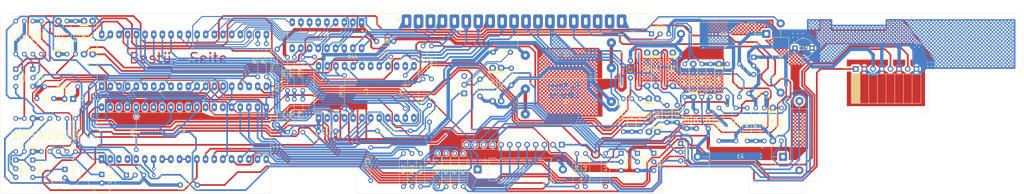
<source format=kicad_pcb>
(kicad_pcb (version 20241229) (generator "pcbnew") (generator_version "9.0")
  (title_block (title "BMW E30 Late Model SI Board") (date "2025-12-07") (rev "0") (company "Reagan Ansel"))
  (layers (0 "F.Cu" signal) (2 "B.Cu" signal) (13 "F.Paste" user) (15 "B.Paste" user) (5 "F.SilkS" user "F.Silkscreen") (7 "B.SilkS" user "B.Silkscreen") (1 "F.Mask" user) (3 "B.Mask" user) (25 "Edge.Cuts" user))
  (net 0 "")
  (net 1 "Net-(D5-A)")
  (net 2 "VCC_T30")
  (net 3 "VCC_T15")
  (net 4 "IC1_P20")
  (net 5 "Net-(C6-Pad1)")
  (net 6 "IC1_P22")
  (net 7 "SI_RST")
  (net 8 "Temp_GND")
  (net 10 "Temp_+Ub")
  (net 11 "EG_2+")
  (net 12 "EG_1-")
  (net 13 "GNDPWR")
  (net 14 "Engine_spd_input")
  (net 15 "+12_T15")
  (net 16 "EG_2-")
  (net 17 "Tach_1-")
  (net 18 "Eng_temp_sensor")
  (net 19 "EG_1+")
  (net 20 "Wheel_spd_output")
  (net 21 "Fuel_rate_input")
  (net 22 "Tach_1+")
  (net 23 "Tach_2-")
  (net 24 "+12_T30")
  (net 25 "Tach_2+")
  (net 26 "IC1_P19")
  (net 27 "IC4_P40")
  (net 28 "IC3_P7")
  (net 29 "Net-(C11-Pad1)")
  (net 30 "-BATT")
  (net 31 "+5V")
  (net 32 "Net-(D24-K)")
  (net 33 "Net-(BT1-+)")
  (net 34 "Net-(BT2-+)")
  (net 35 "IC4_P22")
  (net 36 "Net-(D1-K)")
  (net 37 "Net-(D2-K)")
  (net 38 "IGN_Check")
  (net 39 "Net-(D6-K)")
  (net 40 "Net-(D9-A)")
  (net 41 "Net-(J1-Pin_2)")
  (net 42 "Net-(J1-Pin_4)")
  (net 43 "Net-(J1-Pin_3)")
  (net 44 "Net-(J1-Pin_12)")
  (net 45 "Net-(J1-Pin_10)")
  (net 46 "Net-(J1-Pin_5)")
  (net 47 "Net-(J1-Pin_11)")
  (net 48 "Net-(J1-Pin_9)")
  (net 49 "Net-(J1-Pin_6)")
  (net 50 "Net-(J1-Pin_7)")
  (net 51 "Net-(J1-Pin_8)")
  (net 52 "Net-(Q11-B)")
  (net 53 "Net-(Q11-C)")
  (net 54 "Net-(Q12-C)")
  (net 55 "Net-(Q12-B)")
  (net 56 "Net-(Q13-B)")
  (net 57 "Net-(Q14-C)")
  (net 58 "Net-(Q14-B)")
  (net 59 "Net-(Q15-E)")
  (net 60 "Net-(D16-K)")
  (net 61 "Net-(Q15-B)")
  (net 62 "IC1_P18")
  (net 63 "Net-(Q19-C)")
  (net 64 "Net-(Q21-B)")
  (net 65 "Net-(Q22-B)")
  (net 66 "Net-(Q23-B)")
  (net 67 "Net-(R2-Pad2)")
  (net 68 "IC1_P40")
  (net 69 "IC1_P17")
  (net 70 "IC1_P23")
  (net 71 "Net-(D18-K)")
  (net 72 "IC4_P24")
  (net 73 "IC4_P23")
  (net 74 "IC4_P20")
  (net 75 "IC4_P19")
  (net 76 "IC4_P18")
  (net 77 "IC4_P17")
  (net 78 "IC4_P14")
  (net 79 "IC4_P13")
  (net 80 "IC4_P16")
  (net 81 "Net-(R42-Pad2)")
  (net 82 "Net-(R43-Pad2)")
  (net 83 "IC3_P17")
  (net 84 "IC2_P12")
  (net 85 "IC2_P11")
  (net 86 "IC1_P34")
  (net 87 "IC1_P33")
  (net 88 "IC1_P30")
  (net 89 "IC1_P36")
  (net 90 "IC4_P39")
  (net 91 "IC1_P24")
  (net 92 "IC1_P35")
  (net 93 "IC1_P32")
  (net 94 "IC1_P25")
  (net 95 "IC1_P28")
  (net 96 "IC4_P35")
  (net 97 "IC1_P3")
  (net 98 "IC1_P2")
  (net 99 "IC1_P27")
  (net 100 "IC4_P12")
  (net 101 "IC4_P38")
  (net 102 "IC4_P34")
  (net 103 "IC4_P32")
  (net 104 "IC1_P26")
  (net 105 "IC4_P15")
  (net 106 "IC4_P37")
  (net 109 "IC1_P4")
  (net 110 "IC1_P37")
  (net 111 "IC4_P29")
  (net 112 "IC1_P29")
  (net 113 "IC4_P30")
  (net 114 "IC1_P31")
  (net 115 "IC1_P38")
  (net 125 "Net-(U4-Pad8)")
  (net 129 "Net-(U4-Pad6)")
  (net 131 "Net-(U4-Pad7)")
  (net 135 "Net-(U4-Pad10)")
  (net 138 "Net-(Q17-C)")
  (net 139 "Net-(D26-K)")
  (net 140 "Net-(JP1-A)")
  (net 141 "Net-(JP6-B)")
  (net 142 "Net-(JP6-A)")
  (net 143 "Net-(JP1-B)")
  (net 144 "Net-(JP12-B)")
  (net 146 "Net-(JP8-A)")
  (net 147 "Net-(JP8-B)")
  (net 148 "Net-(JP4-B)")
  (net 149 "IC2_P1")
  (net 150 "Net-(JP2-B)")
  (net 151 "Net-(JP3-B)")
  (net 152 "Net-(JP11-B)")
  (footprint "SI_THT:R_Axial_Narrow_L6.8mm_D2.4mm_P9.7mm" (layer "F.Cu") (at 87.1 160.85 -90)
    (property "Reference" "R21")
    (property "Value" "10k")
  )
  (footprint "SI_THT:Jumper_THT_P9.7mm" (layer "F.Cu") (at 178.6 179.1 90)
    (property "Reference" "JP12")
    (property "Value" "Jumper")
  )
  (footprint "SI_THT:D_Axial_Narrow_L6.7mm_D2.4mm_P9.7mm" (layer "F.Cu") (at 214.3 146.05 -90)
    (property "Reference" "D24")
    (property "Value" "SD103A")
  )
  (footprint "Package_DIP:DIP-40_W15.24mm_LongPads" (layer "F.Cu") (at 99.72 172.8 90)
    (property "Reference" "U4")
    (property "Value" "ITT SAF1194-280 MCU")
  )
  (footprint "Package_TO_SOT_THT:TO-92_Inline_Wide" (layer "F.Cu") (at 74.6 173.06 -90)
    (property "Reference" "Q15")
    (property "Value" "BC557B")
  )
  (footprint "SI_THT:R_Axial_Narrow_L6.8mm_D2.4mm_P9.7mm" (layer "F.Cu") (at 92.75 151.5 180)
    (property "Reference" "R46")
    (property "Value" "100R")
  )
  (footprint "SI_THT:R_Axial_Narrow_L6.8mm_D2.4mm_P9.7mm" (layer "F.Cu") (at 89.6 170.55 90)
    (property "Reference" "R25")
    (property "Value" "100R")
  )
  (footprint "SI_THT:R_Axial_Narrow_L6.8mm_D2.4mm_P9.7mm" (layer "F.Cu") (at 77.1 160.85 -90)
    (property "Reference" "R23")
    (property "Value" "39k")
  )
  (footprint "Package_DIP:DIP-40_W15.24mm_LongPads" (layer "F.Cu") (at 99.775 151.415 90)
    (property "Reference" "U1")
    (property "Value" "ITT SAF1190-196 MCU")
  )
  (footprint "SI_THT:R_Axial_Narrow_L6.8mm_D2.4mm_P9.7mm" (layer "F.Cu") (at 74.6 141.95 90)
    (property "Reference" "R4")
    (property "Value" "6k8")
  )
  (footprint "Capacitor_THT:C_Disc_D6.0mm_W2.5mm_P5.00mm" (layer "F.Cu") (at 277.5 158.8 -90)
    (property "Reference" "C8")
    (property "Value" "47n")
  )
  (footprint "SI_THT:R_Axial_Narrow_L6.8mm_D2.4mm_P9.7mm" (layer "F.Cu") (at 74.6 170.55 90)
    (property "Reference" "R26")
    (property "Value" "1k")
  )
  (footprint "SI_THT:R_Axial_Narrow_L6.8mm_D2.4mm_P9.7mm" (layer "F.Cu") (at 82.1 132.25 -90)
    (property "Reference" "R10")
    (property "Value" "2k2")
  )
  (footprint "Package_TO_SOT_THT:TO-92_Inline_Wide" (layer "F.Cu") (at 79.6 146.36 -90)
    (property "Reference" "Q12")
    (property "Value" "BC337-25")
  )
  (footprint "Capacitor_THT:C_Disc_D6.0mm_W2.5mm_P5.00mm" (layer "F.Cu") (at 274 163.8 90)
    (property "Reference" "C9")
    (property "Value" "68n")
  )
  (footprint "SI_THT:R_Axial_Narrow_L6.8mm_D2.4mm_P9.7mm" (layer "F.Cu") (at 200.7 171.15 -90)
    (property "Reference" "R35")
    (property "Value" "160R")
  )
  (footprint "SI_THT:Batt_CR14250SE" (layer "F.Cu") (at 236.5 155.9 180)
    (property "Reference" "BT1")
    (property "Value" "3V")
  )
  (footprint "SI_THT:D_Axial_Narrow_L6.7mm_D2.4mm_P9.7mm" (layer "F.Cu") (at 267.1 141.55 -90)
    (property "Reference" "D3")
    (property "Value" "BAV21")
  )
  (footprint "SI_THT:R_Axial_Narrow_L6.8mm_D2.4mm_P9.7mm" (layer "F.Cu") (at 298.9 157.75 -90)
    (property "Reference" "R30")
    (property "Value" "75R")
  )
  (footprint "SI_THT:R_Axial_Narrow_L6.8mm_D2.4mm_P9.7mm" (layer "F.Cu") (at 291.4 167.45 90)
    (property "Reference" "R8")
    (property "Value" "3k92")
  )
  (footprint "SI_THT:R_Axial_Narrow_L6.8mm_D2.4mm_P9.7mm" (layer "F.Cu") (at 280.6 167.45 90)
    (property "Reference" "R29")
    (property "Value" "100k")
  )
  (footprint "Capacitor_THT:CP_Axial_L18.0mm_D6.5mm_P25.00mm_Horizontal" (layer "F.Cu") (at 209.9 175.8175)
    (property "Reference" "C12")
    (property "Value" "100u")
  )
  (footprint "SI_THT:D_Axial_Narrow_L6.7mm_D2.4mm_P9.7mm" (layer "F.Cu") (at 296.4 157.75 -90)
    (property "Reference" "D18")
    (property "Value" "1N4148")
  )
  (footprint "Package_TO_SOT_THT:TO-92_Inline_Wide" (layer "F.Cu") (at 256.74 171.06 -90)
    (property "Reference" "Q23")
    (property "Value" "BC337-25")
  )
  (footprint "SI_THT:R_Axial_Narrow_L6.8mm_D2.4mm_P9.7mm" (layer "F.Cu") (at 89.6 132.25 -90)
    (property "Reference" "R15")
    (property "Value" "47k")
  )
  (footprint "SI_THT:R_Axial_Narrow_L6.8mm_D2.4mm_P9.7mm" (layer "F.Cu") (at 293.9 157.75 -90)
    (property "Reference" "R7")
    (property "Value" "27k")
  )
  (footprint "SI_THT:R_Axial_Narrow_L6.8mm_D2.4mm_P9.7mm" (layer "F.Cu") (at 92.1 132.25 -90)
    (property "Reference" "R14")
    (property "Value" "47k")
  )
  (footprint "SI_THT:Jumper_THT_P9.7mm" (layer "F.Cu") (at 156.2 155.2 -90)
    (property "Reference" "JP6")
    (property "Value" "Jumper")
  )
  (footprint "SI_THT:R_Axial_Narrow_L6.8mm_D2.4mm_P9.7mm" (layer "F.Cu") (at 196.4 139.55 -90)
    (property "Reference" "R42")
    (property "Value" "82R")
  )
  (footprint "Connector_PinSocket_2.54mm:PinSocket_1x08_P2.54mm_Horizontal" (layer "F.Cu") (at 320.7 146.3 90)
    (property "Reference" "J2")
    (property "Value" "Coding Plug")
  )
  (footprint "Capacitor_THT:C_Disc_D6.0mm_W2.5mm_P5.00mm" (layer "F.Cu") (at 180.3 138.2)
    (property "Reference" "C10")
    (property "Value" "68n")
  )
  (footprint "LED_THT:LED_D3.0mm" (layer "F.Cu") (at 91.42 155.1 180)
    (property "Reference" "D26")
    (property "Value" "LED")
  )
  (footprint "SI_THT:R_Axial_Narrow_L6.8mm_D2.4mm_P9.7mm" (layer "F.Cu") (at 84.6 160.85 -90)
    (property "Reference" "R24")
    (property "Value" "51k")
  )
  (footprint "SI_THT:Jumper_THT_P9.7mm" (layer "F.Cu") (at 156.2 152.6 90)
    (property "Reference" "JP7")
    (property "Value" "Jumper")
  )
  (footprint "SI_THT:R_Axial_Narrow_L6.8mm_D2.4mm_P9.7mm" (layer "F.Cu") (at 193.2 171.15 -90)
    (property "Reference" "R34")
    (property "Value" "160R")
  )
  (footprint "SI_THT:R_Axial_Narrow_L6.8mm_D2.4mm_P9.7mm" (layer "F.Cu") (at 239 180.85 90)
    (property "Reference" "R39")
    (property "Value" "4k7")
  )
  (footprint "Capacitor_THT:C_Rect_L7.0mm_W2.0mm_P5.00mm" (layer "F.Cu") (at 271.2 158.8 -90)
    (property "Reference" "C6")
    (property "Value" "0.033u")
  )
  (footprint "SI_THT:D_Axial_Narrow_L6.7mm_D2.4mm_P9.7mm" (layer "F.Cu") (at 87.1 141.95 90)
    (property "Reference" "D7")
    (property "Value" "BZX55C-4V7")
  )
  (footprint "Package_TO_SOT_THT:TO-92_Inline_Wide" (layer "F.Cu") (at 269.4 168.2 -90)
    (property "Reference" "Q19")
    (property "Value" "BC337-25")
  )
  (footprint "SI_THT:R_Axial_Narrow_L6.8mm_D2.4mm_P9.7mm" (layer "F.Cu") (at 247.4 180.85 90)
    (property "Reference" "R41")
    (property "Value" "4k7")
  )
  (footprint "SI_THT:R_Axial_Narrow_L6.8mm_D2.4mm_P9.7mm" (layer "F.Cu") (at 205.7 171.15 -90)
    (property "Reference" "R38")
    (property "Value" "160R")
  )
  (footprint "SI_THT:D_Axial_Narrow_L6.7mm_D2.4mm_P9.7mm" (layer "F.Cu") (at 94.6 132.25 -90)
    (property "Reference" "D6")
    (property "Value" "BAV21")
  )
  (footprint "SI_THT:R_Axial_Narrow_L6.8mm_D2.4mm_P9.7mm" (layer "F.Cu") (at 283.1 144.85 -90)
    (property "Reference" "R16")
    (property "Value" "1k5")
  )
  (footprint "SI_THT:R_Axial_Narrow_L6.8mm_D2.4mm_P9.7mm" (layer "F.Cu") (at 92.1 160.85 -90)
    (property "Reference" "R22")
    (property "Value" "16k")
  )
  (footprint "SI_THT:R_Axial_DIN0207_L6.3mm_D2.5mm_P22.2mm_Horizontal" (layer "F.Cu") (at 151.2 162.7 90)
    (property "Reference" "R20")
    (property "Value" "22k")
  )
  (footprint "SI_THT:R_Axial_Narrow_L6.8mm_D2.4mm_P9.7mm" (layer "F.Cu") (at 275.6 144.85 -90)
    (property "Reference" "R18")
    (property "Value" "1k5")
  )
  (footprint "Resistor_THT:R_Axial_DIN0516_L15.5mm_D5.0mm_P20.32mm_Horizontal" (layer "F.Cu") (at 304.2 155.74 -90)
    (property "Reference" "R27")
    (property "Value" "47R")
  )
  (footprint "Capacitor_THT:C_Disc_D6.0mm_W2.5mm_P5.00mm" (layer "F.Cu") (at 219.8 146.1 -90)
    (property "Reference" "C20")
    (property "Value" "0.1n")
  )
  (footprint "SI_THT:Jumper_THT_P9.7mm" (layer "F.Cu") (at 188.7 148.2 -90)
    (property "Reference" "JP11")
    (property "Value" "Jumper")
  )
  (footprint "BMW_Cluster_Connectors:E30_Early_SI_Conn_Late_P3.5" (layer "F.Cu") (at 220.6 132.3)
    (property "Reference" "J5")
    (property "Value" "Nexus Connector")
    (fp_circle (center -37.8 0) (end -36.25 0) (stroke (width 0.05)) (fill no) (layer "Edge.Cuts"))
    (fp_circle (center 37.8 0) (end 39.35 0) (stroke (width 0.05)) (fill no) (layer "Edge.Cuts"))
  )
  (footprint "Package_TO_SOT_THT:TO-92_Inline_Wide" (layer "F.Cu") (at 251.94 171.06 -90)
    (property "Reference" "Q22")
    (property "Value" "BC337-25")
  )
  (footprint "SI_THT:Jumper_THT_P9.7mm" (layer "F.Cu") (at 158.7 155.2 -90)
    (property "Reference" "JP8")
    (property "Value" "Jumper")
  )
  (footprint "SI_THT:R_Axial_Narrow_L6.8mm_D2.4mm_P9.7mm" (layer "F.Cu") (at 82.1 170.55 90)
    (property "Reference" "R28")
    (property "Value" "200R")
  )
  (footprint "SI_THT:D_Axial_Narrow_L6.7mm_D2.4mm_P9.7mm" (layer "F.Cu") (at 259.6 141.55 -90)
    (property "Reference" "D2")
    (property "Value" "BAV21")
  )
  (footprint "SI_THT:Jumper_THT_P9.7mm" (layer "F.Cu") (at 109.9 160.3 -90)
    (property "Reference" "JP1")
    (property "Value" "Jumper")
  )
  (footprint "SI_THT:R_Axial_Narrow_L6.8mm_D2.4mm_P9.7mm" (layer "F.Cu") (at 77.1 132.25 -90)
    (property "Reference" "R5")
    (property "Value" "4k6")
  )
  (footprint "Package_TO_SOT_THT:TO-92_Inline_Wide" (layer "F.Cu") (at 107.02 177.5)
    (property "Reference" "Q14")
    (property "Value" "BC547B")
  )
  (footprint "SI_THT:R_Axial_Narrow_L6.8mm_D2.4mm_P9.7mm" (layer "F.Cu") (at 285.6 157.75 -90)
    (property "Reference" "R3")
    (property "Value" "2R2")
  )
  (footprint "SI_THT:R_Axial_Narrow_L6.8mm_D2.4mm_P9.7mm" (layer "F.Cu") (at 255.1 164.75 90)
    (property "Reference" "R13")
    (property "Value" "27k4")
  )
  (footprint "SI_THT:R_Axial_Narrow_L6.8mm_D2.4mm_P9.7mm" (layer "F.Cu") (at 288.9 157.75 -90)
    (property "Reference" "R2")
    (property "Value" "15k")
  )
  (footprint "Package_TO_SOT_THT:TO-92_Inline_Wide" (layer "F.Cu") (at 260.86 136)
    (property "Reference" "Q13")
    (property "Value" "BC337-16")
  )
  (footprint "Capacitor_THT:CP_Axial_L18.0mm_D6.5mm_P25.00mm_Horizontal" (layer "F.Cu") (at 294.5 136 180)
    (property "Reference" "C2")
    (property "Value" "100u")
  )
  (footprint "SI_THT:Batt_CR14250SE" (layer "F.Cu") (at 236.5 142.3)
    (property "Reference" "BT2")
    (property "Value" "3V")
  )
  (footprint "Package_DIP:DIP-18_W7.62mm_LongPads" (layer "F.Cu") (at 175.92 132.6 -90)
    (property "Reference" "U2")
    (property "Value" "ITT V3003-393")
  )
  (footprint "SI_THT:R_Axial_Narrow_L6.8mm_D2.4mm_P22.4mm" (layer "F.Cu") (at 162.1 142.8)
    (property "Reference" "R44")
    (property "Value" "2k")
  )
  (footprint "Capacitor_THT:C_Rect_L7.0mm_W2.0mm_P5.00mm" (layer "F.Cu") (at 294.4 153.5 180)
    (property "Reference" "C5")
    (property "Value" "0.1u")
  )
  (footprint "Capacitor_THT:CP_Radial_Tantal_D5.5mm_P5.00mm" (layer "F.Cu") (at 302.9 140.2)
    (property "Reference" "C15")
    (property "Value" "68u")
  )
  (footprint "SI_THT:D_Axial_Narrow_L6.7mm_D2.4mm_P9.7mm" (layer "F.Cu") (at 262.1 141.55 -90)
    (property "Reference" "D4")
    (property "Value" "1N4004")
  )
  (footprint "SI_THT:R_Axial_Narrow_L6.8mm_D2.4mm_P9.7mm" (layer "F.Cu") (at 79.6 132.25 -90)
    (property "Reference" "R9")
    (property "Value" "4k6")
  )
  (footprint "SI_THT:R_Axial_Narrow_L6.8mm_D2.4mm_P9.7mm" (layer "F.Cu") (at 286.6 144.85 -90)
    (property "Reference" "R1")
    (property "Value" "2R2")
  )
  (footprint "SI_THT:R_Axial_Narrow_L6.8mm_D2.4mm_P9.7mm" (layer "F.Cu") (at 241.5 180.85 90)
    (property "Reference" "R40")
    (property "Value" "4k7")
  )
  (footprint "SI_THT:D_Axial_Narrow_L6.7mm_D2.4mm_P9.7mm" (layer "F.Cu") (at 97.1 141.95 90)
    (property "Reference" "D9")
    (property "Value" "BAV21")
  )
  (footprint "Capacitor_THT:CP_Axial_L18.0mm_D6.5mm_P25.00mm_Horizontal" (layer "F.Cu") (at 299.4 172.0825 180)
    (property "Reference" "C4")
    (property "Value" "100u")
  )
  (footprint "SI_THT:D_Axial_Narrow_L6.7mm_D2.4mm_P9.7mm" (layer "F.Cu") (at 79.6 170.55 90)
    (property "Reference" "D16")
    (property "Value" "BZX55C-9V1")
  )
  (footprint "SI_THT:R_Axial_Narrow_L6.8mm_D2.4mm_P9.7mm" (layer "F.Cu") (at 198.2 171.15 -90)
    (property "Reference" "R36")
    (property "Value" "160R")
  )
  (footprint "Package_TO_SOT_THT:TO-92_Inline_Wide" (layer "F.Cu") (at 79.6 173.06 -90)
    (property "Reference" "Q17")
    (property "Value" "BC337-25")
  )
  (footprint "Capacitor_THT:C_Disc_D6.0mm_W2.5mm_P5.00mm" (layer "F.Cu") (at 210.6 149.32 -90)
    (property "Reference" "C19")
    (property "Value" "0.1n")
  )
  (footprint "SI_THT:Jumper_THT_P9.7mm" (layer "F.Cu") (at 145.5 148.6 90)
    (property "Reference" "JP2")
    (property "Value" "Jumper")
  )
  (footprint "SI_THT:D_Axial_Narrow_L6.7mm_D2.4mm_P9.7mm" (layer "F.Cu") (at 260.1 155.05 -90)
    (property "Reference" "D5")
    (property "Value" "BZX55C-5V1")
  )
  (footprint "SI_THT:R_Axial_Narrow_L6.8mm_D2.4mm_P9.7mm" (layer "F.Cu") (at 270.6 144.85 -90)
    (property "Reference" "R19")
    (property "Value" "470")
  )
  (footprint "SI_THT:D_Axial_Narrow_L6.7mm_D2.4mm_P9.7mm" (layer "F.Cu") (at 280.6 144.85 -90)
    (property "Reference" "D8")
    (property "Value" "ZW 4.7")
  )
  (footprint "Crystal:Crystal_C38-LF_D3.0mm_L8.0mm_Horizontal" (layer "F.Cu") (at 115.045 177.55 90)
    (property "Reference" "Y2")
    (property "Value" "Crystal")
  )
  (footprint "SI_THT:R_Axial_Narrow_L6.8mm_D2.4mm_P9.7mm" (layer "F.Cu") (at 257.6 164.75 90)
    (property "Reference" "R12")
    (property "Value" "10k")
  )
  (footprint "SI_THT:Jumper_THT_P9.7mm" (layer "F.Cu") (at 170.9 157.95 90)
    (property "Reference" "JP10")
    (property "Value" "Jumper")
  )
  (footprint "SI_THT:R_Axial_Narrow_L6.8mm_D2.4mm_P9.7mm" (layer "F.Cu") (at 193.9 139.55 -90)
    (property "Reference" "R43")
    (property "Value" "82R")
  )
  (footprint "Crystal:Crystal_HC18-U_Vertical" (layer "F.Cu") (at 195.8 161.9 90)
    (property "Reference" "Y1")
    (property "Value" "Crystal")
  )
  (footprint "SI_THT:D_Axial_Narrow_L6.7mm_D2.4mm_P9.7mm" (layer "F.Cu") (at 262.6 164.75 90)
    (property "Reference" "D1")
    (property "Value" "1N4004")
  )
  (footprint "Resistor_THT:R_Axial_DIN0414_L11.9mm_D4.5mm_P20.32mm_Horizontal" (layer "F.Cu") (at 298.7 132.94 -90)
    (property "Reference" "R6")
    (property "Value" "68R")
  )
  (footprint "Capacitor_THT:C_Disc_D6.0mm_W2.5mm_P5.00mm" (layer "F.Cu") (at 85.75 155 180)
    (property "Reference" "C21")
    (property "Value" "0.1n")
  )
  (footprint "Capacitor_THT:C_Rect_L7.0mm_W2.0mm_P5.00mm" (layer "F.Cu") (at 219.5 141.4 180)
    (property "Reference" "C18")
    (property "Value" "0.1u")
  )
  (footprint "Capacitor_THT:C_Disc_D6.0mm_W2.5mm_P5.00mm" (layer "F.Cu") (at 268.4 157 -90)
    (property "Reference" "C3")
    (property "Value" "0.1u")
  )
  (footprint "SI_THT:R_Axial_Narrow_L6.8mm_D2.4mm_P9.7mm" (layer "F.Cu") (at 180.55 164.5)
    (property "Reference" "R45")
    (property "Value" "1M")
  )
  (footprint "Capacitor_THT:C_Disc_D6.0mm_W2.5mm_P5.00mm" (layer "F.Cu") (at 265.4 157 -90)
    (property "Reference" "C1")
    (property "Value" "0.1u")
  )
  (footprint "SI_THT:Jumper_THT_P9.7mm" (layer "F.Cu") (at 158.7 142.9 -90)
    (property "Reference" "JP9")
    (property "Value" "Jumper")
  )
  (footprint "Package_DIP:DIP-24_W15.24mm_LongPads" (layer "F.Cu") (at 163.32 160.7 90)
    (property "Reference" "U3")
    (property "Value" "ITT V3004-520")
  )
  (footprint "SI_THT:Jumper_THT_P9.7mm" (layer "F.Cu") (at 148 148.6 90)
    (property "Reference" "JP3")
    (property "Value" "Jumper")
  )
  (footprint "SI_THT:R_Axial_Narrow_L6.8mm_D2.4mm_P9.7mm" (layer "F.Cu") (at 252.6 155.05 -90)
    (property "Reference" "R11")
    (property "Value" "2k21")
  )
  (footprint "SI_THT:R_Axial_Narrow_L6.8mm_D2.4mm_P9.7mm" (layer "F.Cu") (at 278.1 144.85 -90)
    (property "Reference" "R17")
    (property "Value" "27k")
  )
  (footprint "SI_THT:Jumper_THT_P9.7mm" (layer "F.Cu") (at 154.2 164.9 90)
    (property "Reference" "JP4")
    (property "Value" "Jumper")
  )
  (footprint "Capacitor_THT:C_Rect_L7.0mm_W2.0mm_P5.00mm" (layer "F.Cu") (at 254.7 148.9 90)
    (property "Reference" "C7")
    (property "Value" "10n")
  )
  (footprint "Package_TO_SOT_THT:TO-92_Inline_Wide" (layer "F.Cu") (at 74.6 146.36 -90)
    (property "Reference" "Q11")
    (property "Value" "BC327-16")
  )
  (footprint "Capacitor_THT:C_Disc_D6.0mm_W2.5mm_P5.00mm" (layer "F.Cu") (at 127.8 180.4 180)
    (property "Reference" "C14")
    (property "Value" "10n")
  )
  (footprint "Package_TO_SOT_THT:TO-92_Inline_Wide" (layer "F.Cu") (at 261.54 171.06 -90)
    (property "Reference" "Q21")
    (property "Value" "BC337-25")
  )
  (footprint "Package_TO_SOT_THT:TO-92_Inline_Wide" (layer "F.Cu") (at 290.8 142.86 -90)
    (property "Reference" "U5")
    (property "Value" "LP2950-5.0_TO92")
  )
  (footprint "SI_THT:Jumper_THT_P9.7mm" (layer "F.Cu") (at 154.2 152.6 90)
    (property "Reference" "JP5")
    (property "Value" "Jumper")
  )
  (footprint "Capacitor_THT:CP_Radial_Tantal_D8.0mm_P2.50mm" (layer "F.Cu") (at 99.8 177.3 -90)
    (property "Reference" "C11")
    (property "Value" "10u")
  )
  (footprint "Connector_PinHeader_2.54mm:PinHeader_1x12_P2.54mm_Vertical" (layer "F.Cu") (at 234.57 168.55 -90)
    (property "Reference" "J1")
    (property "Value" "SI LED Board")
  )
  (footprint "SI_THT:D_Axial_Narrow_L6.7mm_D2.4mm_P9.7mm" (layer "F.Cu") (at 216.8 146.05 -90)
    (property "Reference" "D25")
    (property "Value" "SD103A")
  )
  (footprint "Capacitor_THT:CP_Radial_Tantal_D9.0mm_P2.50mm" (layer "F.Cu") (at 89 175.8 -90)
    (property "Reference" "C13")
    (property "Value" "47u")
  )
  (footprint "SI_THT:R_Axial_Narrow_L6.8mm_D2.4mm_P9.7mm" (layer "F.Cu") (at 203.2 171.15 -90)
    (property "Reference" "R37")
    (property "Value" "160R")
  )
  (footprint "Connector_PinHeader_2.54mm:PinHeader_1x03_P2.54mm_Vertical" (layer "F.Cu") (at 206 153.5 180)
    (property "Reference" "JP20")
    (property "Value" "Battery Jumper")
  )
  (footprint "SI_THT:R_Axial_Narrow_L6.8mm_D2.4mm_P9.7mm" (layer "F.Cu") (at 188.2 171.15 -90)
    (property "Reference" "R32")
    (property "Value" "160R")
  )
  (footprint "SI_THT:D_Axial_Narrow_L6.7mm_D2.4mm_P9.7mm" (layer "F.Cu") (at 273.1 154.55 90)
    (property "Reference" "D10")
    (property "Value" "BZX55C-5V1")
  )
  (footprint "SI_THT:R_Axial_Narrow_L6.8mm_D2.4mm_P9.7mm" (layer "F.Cu") (at 190.7 171.15 -90)
    (property "Reference" "R33")
    (property "Value" "160R")
  )
  (footprint "Capacitor_THT:C_Disc_D6.0mm_W2.5mm_P5.00mm" (layer "F.Cu") (at 163.3 164.6)
    (property "Reference" "C17")
    (property "Value" "68n")
  )
  (gr_arc (start 149.4 182) (mid 149.107107 182.707107) (end 148.4 183) (stroke (width 0.05)) (layer "Edge.Cuts"))
  (gr_arc (start 264.5 176.2) (mid 264.646447 175.846447) (end 265 175.7) (stroke (width 0.05)) (layer "Edge.Cuts"))
  (gr_line (start 148.4 183) (end 71 183) (stroke (width 0.05)) (layer "Edge.Cuts"))
  (gr_arc (start 173.8 175.7) (mid 174.153553 175.846447) (end 174.3 176.2) (stroke (width 0.05)) (layer "Edge.Cuts"))
  (gr_line (start 70 131) (end 70 182) (stroke (width 0.05)) (layer "Edge.Cuts"))
  (gr_line (start 288.9 175.7) (end 265 175.7) (stroke (width 0.05)) (layer "Edge.Cuts"))
  (gr_line (start 341 159) (end 318 159) (stroke (width 0.05)) (layer "Edge.Cuts"))
  (gr_line (start 71 130) (end 369 130) (stroke (width 0.05)) (layer "Edge.Cuts"))
  (gr_line (start 174.3 182) (end 174.3 176.2) (stroke (width 0.05)) (layer "Edge.Cuts"))
  (gr_line (start 263.5 183) (end 175.3 183) (stroke (width 0.05)) (layer "Edge.Cuts"))
  (gr_arc (start 310.1 178.2) (mid 309.807107 178.907107) (end 309.1 179.2) (stroke (width 0.05)) (layer "Edge.Cuts"))
  (gr_arc (start 310.1 147.9) (mid 310.392893 147.192893) (end 311.1 146.9) (stroke (width 0.05)) (layer "Edge.Cuts"))
  (gr_line (start 369 146.9) (end 343 146.9) (stroke (width 0.05)) (layer "Edge.Cuts"))
  (gr_line (start 149.4 182) (end 149.4 176.2) (stroke (width 0.05)) (layer "Edge.Cuts"))
  (gr_arc (start 288.9 175.7) (mid 289.253553 175.846447) (end 289.4 176.2) (stroke (width 0.05)) (layer "Edge.Cuts"))
  (gr_line (start 289.4 182) (end 289.4 176.2) (stroke (width 0.05)) (layer "Edge.Cuts"))
  (gr_line (start 370 131) (end 370 145.9) (stroke (width 0.05)) (layer "Edge.Cuts"))
  (gr_line (start 264.5 182) (end 264.5 176.2) (stroke (width 0.05)) (layer "Edge.Cuts"))
  (gr_arc (start 370 145.9) (mid 369.707107 146.607107) (end 369 146.9) (stroke (width 0.05)) (layer "Edge.Cuts"))
  (gr_arc (start 264.5 182) (mid 264.207107 182.707107) (end 263.5 183) (stroke (width 0.05)) (layer "Edge.Cuts"))
  (gr_rect (start 218.05 165.05) (end 223.15 166.75) (stroke (width 0.05)) (fill no) (layer "Edge.Cuts"))
  (gr_line (start 309.1 179.2) (end 307.1 179.2) (stroke (width 0.05)) (layer "Edge.Cuts"))
  (gr_arc (start 306.1 182) (mid 305.807107 182.707107) (end 305.1 183) (stroke (width 0.05)) (layer "Edge.Cuts"))
  (gr_arc (start 290.4 183) (mid 289.692893 182.707107) (end 289.4 182) (stroke (width 0.05)) (layer "Edge.Cuts"))
  (gr_arc (start 175.3 183) (mid 174.592893 182.707107) (end 174.3 182) (stroke (width 0.05)) (layer "Edge.Cuts"))
  (gr_arc (start 71 183) (mid 70.292893 182.707107) (end 70 182) (stroke (width 0.05)) (layer "Edge.Cuts"))
  (gr_arc (start 306.1 180.2) (mid 306.392893 179.492893) (end 307.1 179.2) (stroke (width 0.05)) (layer "Edge.Cuts"))
  (gr_line (start 305.1 183) (end 290.4 183) (stroke (width 0.05)) (layer "Edge.Cuts"))
  (gr_arc (start 70 131) (mid 70.292893 130.292893) (end 71 130) (stroke (width 0.05)) (layer "Edge.Cuts"))
  (gr_line (start 310.1 147.9) (end 310.1 178.2) (stroke (width 0.05)) (layer "Edge.Cuts"))
  (gr_line (start 342 147.9) (end 342 158) (stroke (width 0.05)) (layer "Edge.Cuts"))
  (gr_line (start 317 147.9) (end 317 158) (stroke (width 0.05)) (layer "Edge.Cuts"))
  (gr_arc (start 342 158) (mid 341.707107 158.707107) (end 341 159) (stroke (width 0.05)) (layer "Edge.Cuts"))
  (gr_arc (start 149.4 176.2) (mid 149.546447 175.846447) (end 149.9 175.7) (stroke (width 0.05)) (layer "Edge.Cuts"))
  (gr_arc (start 342 147.9) (mid 342.292893 147.192893) (end 343 146.9) (stroke (width 0.05)) (layer "Edge.Cuts"))
  (gr_arc (start 318 159) (mid 317.292893 158.707107) (end 317 158) (stroke (width 0.05)) (layer "Edge.Cuts"))
  (gr_arc (start 316 146.9) (mid 316.707107 147.192893) (end 317 147.9) (stroke (width 0.05)) (layer "Edge.Cuts"))
  (gr_line (start 173.8 175.7) (end 149.9 175.7) (stroke (width 0.05)) (layer "Edge.Cuts"))
  (gr_line (start 306.1 180.2) (end 306.1 182) (stroke (width 0.05)) (layer "Edge.Cuts"))
  (gr_line (start 316 146.9) (end 311.1 146.9) (stroke (width 0.05)) (layer "Edge.Cuts"))
  (gr_arc (start 369 130) (mid 369.707107 130.292893) (end 370 131) (stroke (width 0.05)) (layer "Edge.Cuts"))
  (gr_text "Bestü.-Seite" (at 107.6 144.9 0) (layer "F.Cu") (effects (font (size 3 3) (thickness 0.375)) (justify left bottom)))
  (gr_text "Lötseite" (at 235.2 154.9 0) (layer "B.Cu") (effects (font (size 1.5 1.5) (thickness 0.3) (bold yes)) (justify bottom mirror)))
  (gr_text "R. Ansel" (at 235.1 152 0) (layer "B.Cu") (effects (font (size 1.5 1.5) (thickness 0.3) (bold yes)) (justify bottom mirror)))
  (gr_text "________" (at 235 152.5 0) (layer "B.Cu") (effects (font (size 1.5 1.5) (thickness 0.3) (bold yes)) (justify bottom mirror)))
  (gr_text "ON" (at 202.4 153.3 0) (layer "F.SilkS") (effects (font (size 1 1) (thickness 0.1)) (justify left bottom)))
  (segment (start 262.85 162) (end 265.4 162) (width 0.5) (layer "B.Cu") (net 1))
  (segment (start 268.4 162) (end 265.4 162) (width 1) (layer "B.Cu") (net 1))
  (segment (start 271.2 163.8) (end 270.2 163.8) (width 1) (layer "B.Cu") (net 1))
  (segment (start 270.2 163.8) (end 268.4 162) (width 1) (layer "B.Cu") (net 1))
  (segment (start 260.1 164.75) (end 262.85 162) (width 0.5) (layer "B.Cu") (net 1))
  (segment (start 274 163.8) (end 271.2 163.8) (width 1) (layer "B.Cu") (net 1))
  (segment (start 290.8 147.94) (end 289.69 147.94) (width 1) (layer "B.Cu") (net 2))
  (segment (start 286.6 139.2) (end 289.8 136) (width 1) (layer "B.Cu") (net 2))
  (segment (start 289.8 136) (end 294.5 136) (width 1) (layer "B.Cu") (net 2))
  (segment (start 289.69 147.94) (end 286.6 144.85) (width 1) (layer "B.Cu") (net 2))
  (segment (start 286.6 144.85) (end 286.6 139.2) (width 1) (layer "B.Cu") (net 2))
  (segment (start 295 143.5) (end 291.2 139.7) (width 0.5) (layer "F.Cu") (net 3))
  (segment (start 295 156.9) (end 295 158.6) (width 0.3) (layer "F.Cu") (net 3))
  (segment (start 161.610819 145) (end 158.691364 145) (width 0.5) (layer "F.Cu") (net 3))
  (segment (start 211.702 137.698) (end 203.698 137.698) (width 0.5) (layer "F.Cu") (net 3))
  (segment (start 85.9 136.7) (end 84.6 135.4) (width 0.5) (layer "F.Cu") (net 3))
  (segment (start 286.1 151.5) (end 286.6 152) (width 0.5) (layer "F.Cu") (net 3))
  (segment (start 138.3 141) (end 137.6 140.3) (width 0.5) (layer "F.Cu") (net 3))
  (segment (start 251.6 138.2) (end 251.6 137) (width 0.5) (layer "F.Cu") (net 3))
  (segment (start 296.8 151.2) (end 295.1 151.2) (width 0.5) (layer "F.Cu") (net 3))
  (segment (start 106.106 134.206) (end 104.3 132.4) (width 0.5) (layer "F.Cu") (net 3))
  (segment (start 100.3 132.4) (end 96 136.7) (width 0.5) (layer "F.Cu") (net 3))
  (segment (start 260.5 162.5) (end 253.29295 162.5) (width 0.4) (layer "F.Cu") (net 3))
  (segment (start 107.9 140.3) (end 106.106 138.506) (width 0.5) (layer "F.Cu") (net 3))
  (segment (start 137.6 140.3) (end 107.9 140.3) (width 0.5) (layer "F.Cu") (net 3))
  (segment (start 251.6 137) (end 250.9 136.3) (width 0.5) (layer "F.Cu") (net 3))
  (segment (start 293.1 147.9) (end 295 146) (width 0.5) (layer "F.Cu") (net 3))
  (segment (start 295.1 151.2) (end 293.1 149.2) (width 0.5) (layer "F.Cu") (net 3))
  (segment (start 269.2 160.8) (end 268.7 160.3) (width 0.4) (layer "F.Cu") (net 3))
  (segment (start 286.6 152) (end 290.4 152) (width 0.5) (layer "F.Cu") (net 3))
  (segment (start 284.7 150.1) (end 286.1 151.5) (width 0.5) (layer "F.Cu") (net 3))
  (segment (start 84.6 135.4) (end 84.6 133.9) (width 0.5) (layer "F.Cu") (net 3))
  (segment (start 163.210819 143.4) (end 161.610819 145) (width 0.5) (layer "F.Cu") (net 3))
  (segment (start 152.909636 145.001) (end 148.908636 141) (width 0.5) (layer "F.Cu") (net 3))
  (segment (start 253.29295 162.5) (end 249.29295 166.5) (width 0.4) (layer "F.Cu") (net 3))
  (segment (start 183.8 137.4) (end 183.8 139.2) (width 0.5) (layer "F.Cu") (net 3))
  (segment (start 246.5 166.5) (end 244.5 168.5) (width 0.4) (layer "F.Cu") (net 3))
  (segment (start 184.9 136.3) (end 183.8 137.4) (width 0.5) (layer "F.Cu") (net 3))
  (segment (start 284.1 160.8) (end 269.2 160.8) (width 0.4) (layer "F.Cu") (net 3))
  (segment (start 250.9 136.3) (end 213.1 136.3) (width 0.5) (layer "F.Cu") (net 3))
  (segment (start 295 146) (end 295 143.5) (width 0.5) (layer "F.Cu") (net 3))
  (segment (start 268.7 160.3) (end 262.7 160.3) (width 0.4) (layer "F.Cu") (net 3))
  (segment (start 301.6 154.5) (end 301.6 150.3) (width 0.5) (layer "F.Cu") (net 3))
  (segment (start 106.106 138.506) (end 106.106 134.206) (width 0.5) (layer "F.Cu") (net 3))
  (segment (start 295 158.6) (end 295 163.2) (width 0.4) (layer "F.Cu") (net 3))
  (segment (start 203.698 137.698) (end 202.3 136.3) (width 0.5) (layer "F.Cu") (net 3))
  (segment (start 244.5 168.5) (end 244.5 171.2) (width 0.4) (layer "F.Cu") (net 3))
  (segment (start 165.5 141.9) (end 164 143.4) (width 0.5) (layer "F.Cu") (net 3))
  (segment (start 295 155.4) (end 295 156.9) (width 0.5) (layer "F.Cu") (net 3))
  (segment (start 249.29295 166.5) (end 246.5 166.5) (width 0.4) (layer "F.Cu") (net 3))
  (segment (start 284.7 139.7) (end 284.7 150.1) (width 0.5) (layer "F.Cu") (net 3))
  (segment (start 295 163.2) (end 294 164.2) (width 0.4) (layer "F.Cu") (net 3))
  (segment (start 301.6 150.3) (end 300.5 149.2) (width 0.5) (layer "F.Cu") (net 3))
  (segment (start 213.1 136.3) (end 211.702 137.698) (width 0.5) (layer "F.Cu") (net 3))
  (segment (start 290.4 152) (end 295 152) (width 0.5) (layer "F.Cu") (net 3))
  (segment (start 262.7 160.3) (end 260.5 162.5) (width 0.4) (layer "F.Cu") (net 3))
  (segment (start 148.908636 141) (end 138.3 141) (width 0.5) (layer "F.Cu") (net 3))
  (segment (start 181.1 141.9) (end 165.5 141.9) (width 0.5) (layer "F.Cu") (net 3))
  (segment (start 295.8 154.6) (end 295.4 155) (width 0.5) (layer "F.Cu") (net 3))
  (segment (start 202.3 136.3) (end 184.9 136.3) (width 0.5) (layer "F.Cu") (net 3))
  (segment (start 295.8 152.8) (end 295.8 154.6) (width 0.5) (layer "F.Cu") (net 3))
  (segment (start 300.5 149.2) (end 298.8 149.2) (width 0.5) (layer "F.Cu") (net 3))
  (segment (start 293.1 149.2) (end 293.1 147.9) (width 0.5) (layer "F.Cu") (net 3))
  (segment (start 287.5 164.2) (end 284.1 160.8) (width 0.4) (layer "F.Cu") (net 3))
  (segment (start 291.2 139.7) (end 284.7 139.7) (width 0.5) (layer "F.Cu") (net 3))
  (segment (start 284 139) (end 252.4 139) (width 0.5) (layer "F.Cu") (net 3))
  (segment (start 183.8 139.2) (end 181.1 141.9) (width 0.5) (layer "F.Cu") (net 3))
  (segment (start 164 143.4) (end 163.210819 143.4) (width 0.5) (layer "F.Cu") (net 3))
  (segment (start 158.691364 145) (end 158.690364 145.001) (width 0.5) (layer "F.Cu") (net 3))
  (segment (start 158.690364 145.001) (end 152.909636 145.001) (width 0.5) (layer "F.Cu") (net 3))
  (segment (start 96 136.7) (end 85.9 136.7) (width 0.5) (layer "F.Cu") (net 3))
  (segment (start 298.8 149.2) (end 296.8 151.2) (width 0.5) (layer "F.Cu") (net 3))
  (segment (start 300.2 155.9) (end 301.6 154.5) (width 0.5) (layer "F.Cu") (net 3))
  (segment (start 294 164.2) (end 287.5 164.2) (width 0.4) (layer "F.Cu") (net 3))
  (segment (start 104.3 132.4) (end 100.3 132.4) (width 0.5) (layer "F.Cu") (net 3))
  (segment (start 252.4 139) (end 251.6 138.2) (width 0.5) (layer "F.Cu") (net 3))
  (segment (start 295.4 155) (end 295 155.4) (width 0.5) (layer "F.Cu") (net 3))
  (segment (start 295 152) (end 295.8 152.8) (width 0.5) (layer "F.Cu") (net 3))
  (segment (start 284.7 139.7) (end 284 139) (width 0.5) (layer "F.Cu") (net 3))
  (via (at 244.5 171.2) (size 0.6) (drill 0.3) (layers "F.Cu" "B.Cu") (net 3))
  (via (at 300.2 155.9) (size 0.6) (drill 0.3) (layers "F.Cu" "B.Cu") (net 3))
  (via (at 84.6 133.9) (size 0.6) (drill 0.3) (layers "F.Cu" "B.Cu") (net 3))
  (segment (start 87.1 160.85) (end 85.65 159.4) (width 0.5) (layer "B.Cu") (net 3))
  (segment (start 77.3 154.9) (end 76 154.9) (width 0.5) (layer "B.Cu") (net 3))
  (segment (start 74.6 153.5) (end 74.6 151.44) (width 0.5) (layer "B.Cu") (net 3))
  (segment (start 285.6 167.45) (end 280.6 167.45) (width 1) (layer "B.Cu") (net 3))
  (segment (start 79.8 158.6) (end 79.8 157.4) (width 0.5) (layer "B.Cu") (net 3))
  (segment (start 296.4 167.45) (end 296.4 166.5) (width 1) (layer "B.Cu") (net 3))
  (segment (start 83.1 130.9) (end 75.95 130.9) (width 0.5) (layer "B.Cu") (net 3))
  (segment (start 293 163.1) (end 288 163.1) (width 1) (layer "B.Cu") (net 3))
  (segment (start 76 154.9) (end 72.9 154.9) (width 0.5) (layer "B.Cu") (net 3))
  (segment (start 301.2 164.2) (end 301.2 156.9) (width 0.5) (layer "B.Cu") (net 3))
  (segment (start 241.85 168.55) (end 234.57 168.55) (width 0.5) (layer "B.Cu") (net 3))
  (segment (start 84.6 133.9) (end 84.6 132.4) (width 0.5) (layer "B.Cu") (net 3))
  (segment (start 76 154.9) (end 74.6 153.5) (width 0.5) (layer "B.Cu") (net 3))
  (segment (start 285.6 165.5) (end 285.6 167.45) (width 1) (layer "B.Cu") (net 3))
  (segment (start 297.95 165.9) (end 299.5 165.9) (width 0.5) (layer "B.Cu") (net 3))
  (segment (start 244.5 171.2) (end 241.85 168.55) (width 0.5) (layer "B.Cu") (net 3))
  (segment (start 71.9 153.9) (end 71.9 134.95) (width 0.5) (layer "B.Cu") (net 3))
  (segment (start 296.4 167.45) (end 297.95 165.9) (width 0.5) (layer "B.Cu") (net 3))
  (segment (start 85.65 159.4) (end 80.6 159.4) (width 0.5) (layer "B.Cu") (net 3))
  (segment (start 75.95 130.9) (end 74.6 132.25) (width 0.5) (layer "B.Cu") (net 3))
  (segment (start 84.6 132.4) (end 83.1 130.9) (width 0.5) (layer "B.Cu") (net 3))
  (segment (start 71.9 134.95) (end 74.6 132.25) (width 0.5) (layer "B.Cu") (net 3))
  (segment (start 72.9 154.9) (end 71.9 153.9) (width 0.5) (layer "B.Cu") (net 3))
  (segment (start 288 163.1) (end 285.6 165.5) (width 1) (layer "B.Cu") (net 3))
  (segment (start 301.2 156.9) (end 300.2 155.9) (width 0.5) (layer "B.Cu") (net 3))
  (segment (start 300.2 171.2825) (end 299.4 172.0825) (width 0.5) (layer "B.Cu") (net 3))
  (segment (start 299.5 165.9) (end 301.2 164.2) (width 0.5) (layer "B.Cu") (net 3))
  (segment (start 299.5 165.9) (end 300.2 166.6) (width 0.5) (layer "B.Cu") (net 3))
  (segment (start 79.8 157.4) (end 77.3 154.9) (width 0.5) (layer "B.Cu") (net 3))
  (segment (start 296.4 166.5) (end 293 163.1) (width 1) (layer "B.Cu") (net 3))
  (segment (start 300.2 166.6) (end 300.2 171.2825) (width 0.5) (layer "B.Cu") (net 3))
  (segment (start 80.6 159.4) (end 79.8 158.6) (width 0.5) (layer "B.Cu") (net 3))
  (segment (start 293.1 153.5) (end 290.9 155.7) (width 0.5) (layer "F.Cu") (net 4))
  (segment (start 161.047 149.447) (end 152.253 149.447) (width 0.5) (layer "F.Cu") (net 4))
  (segment (start 210.506636 145.298) (end 196.202 145.298) (width 0.5) (layer "F.Cu") (net 4))
  (segment (start 290.9 155.7) (end 288.5 155.7) (width 0.5) (layer "F.Cu") (net 4))
  (segment (start 287.3 156.9) (end 287.3 158.6) (width 0.5) (layer "F.Cu") (net 4))
  (segment (start 246.5 165.4) (end 243.3 162.2) (width 0.5) (layer "F.Cu") (net 4))
  (segment (start 249.1 165.4) (end 246.5 165.4) (width 0.5) (layer "F.Cu") (net 4))
  (segment (start 220.799 155.590364) (end 210.506636 145.298) (width 0.5) (layer "F.Cu") (net 4))
  (segment (start 220.799 160.999) (end 220.799 155.590364) (width 0.5) (layer "F.Cu") (net 4))
  (segment (start 222 162.2) (end 220.799 160.999) (width 0.5) (layer "F.Cu") (net 4))
  (segment (start 253 161.5) (end 249.1 165.4) (width 0.5) (layer "F.Cu") (net 4))
  (segment (start 150.285 151.415) (end 148.035 151.415) (width 0.5) (layer "F.Cu") (net 4))
  (segment (start 243.3 162.2) (end 222 162.2) (width 0.5) (layer "F.Cu") (net 4))
  (segment (start 163 151.4) (end 161.047 149.447) (width 0.5) (layer "F.Cu") (net 4))
  (segment (start 268.620654 159.3) (end 262.1 159.3) (width 0.5) (layer "F.Cu") (net 4))
  (segment (start 152.253 149.447) (end 150.285 151.415) (width 0.5) (layer "F.Cu") (net 4))
  (segment (start 259.9 161.5) (end 253 161.5) (width 0.5) (layer "F.Cu") (net 4))
  (segment (start 269.371654 160.051) (end 268.620654 159.3) (width 0.5) (layer "F.Cu") (net 4))
  (segment (start 196.202 145.298) (end 190.1 151.4) (width 0.5) (layer "F.Cu") (net 4))
  (segment (start 294.4 153.5) (end 293.1 153.5) (width 0.5) (layer "F.Cu") (net 4))
  (segment (start 262.1 159.3) (end 259.9 161.5) (width 0.5) (layer "F.Cu") (net 4))
  (segment (start 287.3 158.6) (end 285.849 160.051) (width 0.5) (layer "F.Cu") (net 4))
  (segment (start 190.1 151.4) (end 163 151.4) (width 0.5) (layer "F.Cu") (net 4))
  (segment (start 285.849 160.051) (end 269.371654 160.051) (width 0.5) (layer "F.Cu") (net 4))
  (segment (start 288.5 155.7) (end 287.3 156.9) (width 0.5) (layer "F.Cu") (net 4))
  (segment (start 294.4 153.5) (end 294.4 157.25) (width 1) (layer "B.Cu") (net 4))
  (segment (start 294.4 157.25) (end 293.9 157.75) (width 1) (layer "B.Cu") (net 4))
  (segment (start 269.3 160.7) (end 271.2 158.8) (width 0.5) (layer "B.Cu") (net 5))
  (segment (start 255.1 164.75) (end 257.6 164.75) (width 1) (layer "B.Cu") (net 5))
  (segment (start 257.6 164.75) (end 261.65 160.7) (width 0.5) (layer "B.Cu") (net 5))
  (segment (start 252.6 164.75) (end 255.1 164.75) (width 1) (layer "B.Cu") (net 5))
  (segment (start 261.65 160.7) (end 269.3 160.7) (width 0.5) (layer "B.Cu") (net 5))
  (segment (start 193.2 141.9) (end 191.9 140.6) (width 0.5) (layer "F.Cu") (net 6))
  (segment (start 198.699 138.399) (end 200 139.7) (width 0.5) (layer "F.Cu") (net 6))
  (segment (start 226.8 157) (end 230.599 160.799) (width 0.5) (layer "F.Cu") (net 6))
  (segment (start 191.9 139.2) (end 192.701 138.399) (width 0.5) (layer "F.Cu") (net 6))
  (segment (start 247.090364 163.599) (end 248.609636 163.599) (width 0.5) (layer "F.Cu") (net 6))
  (segment (start 189.509636 149.999) (end 193.2 146.308636) (width 0.5) (layer "F.Cu") (net 6))
  (segment (start 253.9 158.308636) (end 253.9 154.6) (width 0.5) (layer "F.Cu") (net 6))
  (segment (start 230.599 160.799) (end 244.290364 160.799) (width 0.5) (layer "F.Cu") (net 6))
  (segment (start 98.790963 145.1) (end 102.038963 148.348) (width 0.5) (layer "F.Cu") (net 6))
  (segment (start 96 145.1) (end 98.790963 145.1) (width 0.5) (layer "F.Cu") (net 6))
  (segment (start 225.1 139.7) (end 226.8 141.4) (width 0.5) (layer "F.Cu") (net 6))
  (segment (start 254.7 153.8) (end 254.7 151.4) (width 0.5) (layer "F.Cu") (net 6))
  (segment (start 193.2 146.308636) (end 193.2 141.9) (width 0.5) (layer "F.Cu") (net 6))
  (segment (start 143.001 146.399) (end 150.890364 146.399) (width 0.5) (layer "F.Cu") (net 6))
  (segment (start 253.9 154.6) (end 254.7 153.8) (width 0.5) (layer "F.Cu") (net 6))
  (segment (start 163.590364 149.999) (end 189.509636 149.999) (width 0.5) (layer "F.Cu") (net 6))
  (segment (start 141.052 148.348) (end 143.001 146.399) (width 0.5) (layer "F.Cu") (net 6))
  (segment (start 226.8 141.4) (end 226.8 157) (width 0.5) (layer "F.Cu") (net 6))
  (segment (start 102.038963 148.348) (end 141.052 148.348) (width 0.5) (layer "F.Cu") (net 6))
  (segment (start 152.536364 148.045) (end 161.636364 148.045) (width 0.5) (layer "F.Cu") (net 6))
  (segment (start 244.290364 160.799) (end 247.090364 163.599) (width 0.5) (layer "F.Cu") (net 6))
  (segment (start 248.609636 163.599) (end 253.9 158.308636) (width 0.5) (layer "F.Cu") (net 6))
  (segment (start 150.890364 146.399) (end 152.536364 148.045) (width 0.5) (layer "F.Cu") (net 6))
  (segment (start 192.701 138.399) (end 198.699 138.399) (width 0.5) (layer "F.Cu") (net 6))
  (segment (start 200 139.7) (end 225.1 139.7) (width 0.5) (layer "F.Cu") (net 6))
  (segment (start 161.636364 148.045) (end 163.590364 149.999) (width 0.5) (layer "F.Cu") (net 6))
  (segment (start 191.9 140.6) (end 191.9 139.2) (width 0.5) (layer "F.Cu") (net 6))
  (via (at 96 145.1) (size 0.6) (drill 0.3) (layers "F.Cu" "B.Cu") (net 6))
  (via (at 254.7 151.4) (size 0.6) (drill 0.3) (layers "F.Cu" "B.Cu") (net 6))
  (segment (start 254.7 148.9) (end 254.7 151.4) (width 0.5) (layer "B.Cu") (net 6))
  (segment (start 254.7 152.3) (end 257.45 155.05) (width 0.5) (layer "B.Cu") (net 6))
  (segment (start 145.262 148.362) (end 120.253364 148.362) (width 0.5) (layer "B.Cu") (net 6))
  (segment (start 257.6 155.05) (end 260.1 155.05) (width 0.5) (layer "B.Cu") (net 6))
  (segment (start 257.45 155.05) (end 257.6 155.05) (width 0.5) (layer "B.Cu") (net 6))
  (segment (start 102.5 145.1) (end 96 145.1) (width 0.5) (layer "B.Cu") (net 6))
  (segment (start 120.253364 148.362) (end 119.552364 147.661) (width 0.5) (layer "B.Cu") (net 6))
  (segment (start 119.552364 147.661) (end 105.061 147.661) (width 0.5) (layer "B.Cu") (net 6))
  (segment (start 145.5 148.6) (end 145.262 148.362) (width 0.5) (layer "B.Cu") (net 6))
  (segment (start 254.7 151.4) (end 254.7 152.3) (width 0.5) (layer "B.Cu") (net 6))
  (segment (start 105.061 147.661) (end 102.5 145.1) (width 0.5) (layer "B.Cu") (net 6))
  (segment (start 271.9 134.7) (end 271.9 143.55) (width 0.4) (layer "B.Cu") (net 7))
  (segment (start 241.6 134.299999) (end 243.801001 136.501) (width 0.4) (layer "B.Cu") (net 7))
  (segment (start 241.6 132.3) (end 241.6 134.299999) (width 0.4) (layer "B.Cu") (net 7))
  (segment (start 270.9 133.7) (end 271.9 134.7) (width 0.4) (layer "B.Cu") (net 7))
  (segment (start 254.650058 138.4) (end 256.7 138.4) (width 0.4) (layer "B.Cu") (net 7))
  (segment (start 271.9 143.55) (end 270.6 144.85) (width 0.4) (layer "B.Cu") (net 7))
  (segment (start 243.801001 136.501) (end 252.751058 136.501) (width 0.4) (layer "B.Cu") (net 7))
  (segment (start 256.7 138.4) (end 256.701 138.401) (width 0.4) (layer "B.Cu") (net 7))
  (segment (start 256.701 138.401) (end 266.548942 138.401) (width 0.4) (layer "B.Cu") (net 7))
  (segment (start 266.548942 138.401) (end 267.692 137.257942) (width 0.4) (layer "B.Cu") (net 7))
  (segment (start 268.5 133.7) (end 270.9 133.7) (width 0.4) (layer "B.Cu") (net 7))
  (segment (start 252.751058 136.501) (end 254.650058 138.4) (width 0.4) (layer "B.Cu") (net 7))
  (segment (start 267.692 134.508) (end 268.5 133.7) (width 0.4) (layer "B.Cu") (net 7))
  (segment (start 267.692 137.257942) (end 267.692 134.508) (width 0.4) (layer "B.Cu") (net 7))
  (segment (start 248.6 134.299999) (end 249.600001 135.3) (width 0.4) (layer "B.Cu") (net 8))
  (segment (start 248.6 132.3) (end 248.6 134.299999) (width 0.4) (layer "B.Cu") (net 8))
  (segment (start 260.16 135.3) (end 260.86 136) (width 0.4) (layer "B.Cu") (net 8))
  (segment (start 249.600001 135.3) (end 260.16 135.3) (width 0.4) (layer "B.Cu") (net 8))
  (segment (start 252.1 132.3) (end 254.351 134.551) (width 0.4) (layer "B.Cu") (net 10))
  (segment (start 254.351 134.551) (end 259.449 134.551) (width 0.4) (layer "B.Cu") (net 10))
  (segment (start 296.76 131) (end 298.7 132.94) (width 0.4) (layer "B.Cu") (net 10))
  (segment (start 263 131) (end 296.76 131) (width 0.4) (layer "B.Cu") (net 10))
  (segment (start 259.449 134.551) (end 263 131) (width 0.4) (layer "B.Cu") (net 10))
  (segment (start 210.817218 135.3) (end 213.6 132.517218) (width 0.5) (layer "F.Cu") (net 11))
  (segment (start 204.8 135.3) (end 210.817218 135.3) (width 0.5) (layer "F.Cu") (net 11))
  (segment (start 213.6 132.517218) (end 213.6 132.3) (width 0.5) (layer "F.Cu") (net 11))
  (via (at 204.8 135.3) (size 0.6) (drill 0.3) (layers "F.Cu" "B.Cu") (net 11))
  (segment (start 203.4 135.3) (end 204.8 135.3) (width 0.5) (layer "B.Cu") (net 11))
  (segment (start 196.4 139.55) (end 199.15 139.55) (width 0.5) (layer "B.Cu") (net 11))
  (segment (start 199.15 139.55) (end 203.4 135.3) (width 0.5) (layer "B.Cu") (net 11))
  (segment (start 168.22 143.1) (end 165.86 145.46) (width 0.5) (layer "B.Cu") (net 12))
  (segment (start 198.9 141.4) (end 193.5 141.4) (width 0.5) (layer "B.Cu") (net 12))
  (segment (start 200.4 139.9) (end 198.9 141.4) (width 0.5) (layer "B.Cu") (net 12))
  (segment (start 181 143.1) (end 168.22 143.1) (width 0.5) (layer "B.Cu") (net 12))
  (segment (start 193.5 141.4) (end 193 140.9) (width 0.5) (layer "B.Cu") (net 12))
  (segment (start 206.6 138.5) (end 205.2 139.9) (width 0.5) (layer "B.Cu") (net 12))
  (segment (start 205.2 139.9) (end 200.4 139.9) (width 0.5) (layer "B.Cu") (net 12))
  (segment (start 183.2 140.9) (end 181 143.1) (width 0.5) (layer "B.Cu") (net 12))
  (segment (start 193 140.9) (end 183.2 140.9) (width 0.5) (layer "B.Cu") (net 12))
  (segment (start 206.6 132.3) (end 206.6 138.5) (width 0.5) (layer "B.Cu") (net 12))
  (segment (start 101.064 150.205708) (end 100.307292 149.449) (width 0.5) (layer "F.Cu") (net 13))
  (segment (start 86.6 147.45) (end 86.6 148) (width 0.5) (layer "F.Cu") (net 13))
  (segment (start 265.1 152.2) (end 265.5 151.8) (width 0.5) (layer "F.Cu") (net 13))
  (segment (start 254.5 176.14) (end 254.5 170.3) (width 1) (layer "F.Cu") (net 13))
  (segment (start 263.8 141.3) (end 264.4 140.7) (width 0.5) (layer "F.Cu") (net 13))
  (segment (start 257.9 140.9) (end 257.5 140.5) (width 0.5) (layer "F.Cu") (net 13))
  (segment (start 265.5 141.2) (end 265.5 143) (width 0.5) (layer "F.Cu") (net 13))
  (segment (start 264.4 140.7) (end 265 140.7) (width 0.5) (layer "F.Cu") (net 13))
  (segment (start 176.9 157.4) (end 175.2 157.4) (width 0.5) (layer "F.Cu") (net 13))
  (segment (start 265 140.7) (end 265.5 141.2) (width 0.5) (layer "F.Cu") (net 13))
  (segment (start 252.446033 152.453967) (end 253.1 151.8) (width 1) (layer "F.Cu") (net 13))
  (segment (start 256.2 140.9) (end 256.2 144) (width 0.5) (layer "F.Cu") (net 13))
  (segment (start 268.2 165.9) (end 277.5 165.9) (width 0.5) (layer "F.Cu") (net 13))
  (segment (start 92.1 141.95) (end 86.6 147.45) (width 0.5) (layer "F.Cu") (net 13))
  (segment (start 155.3 157.7) (end 153.2 159.8) (width 1) (layer "F.Cu") (net 13))
  (segment (start 101.064 152.333181) (end 101.064 150.205708) (width 0.5) (layer "F.Cu") (net 13))
  (segment (start 282 143.4) (end 282 146) (width 0.4) (layer "F.Cu") (net 13))
  (segment (start 265.5 151.8) (end 265.5 149.9) (width 0.5) (layer "F.Cu") (net 13))
  (segment (start 102.130819 153.4) (end 101.064 152.333181) (width 0.5) (layer "F.Cu") (net 13))
  (segment (start 169.689 167.089) (end 169.7 167.1) (width 0.5) (layer "F.Cu") (net 13))
  (segment (start 251.94 176.14) (end 254.5 176.14) (width 1) (layer "F.Cu") (net 13))
  (segment (start 253.1 151.8) (end 253.1 147.9) (width 1) (layer "F.Cu") (net 13))
  (segment (start 87.2 151.5) (end 83.05 151.5) (width 0.5) (layer "F.Cu") (net 13))
  (segment (start 174.141819 157.869) (end 172.191 159.819819) (width 0.5) (layer "F.Cu") (net 13))
  (segment (start 174.731 157.869) (end 174.141819 157.869) (width 0.5) (layer "F.Cu") (net 13))
  (segment (start 277.5 165.9) (end 277.5 169.4) (width 1) (layer "F.Cu") (net 13))
  (segment (start 263.8 143.1) (end 263.8 141.3) (width 0.5) (layer "F.Cu") (net 13))
  (segment (start 177.3 167.1) (end 196.8 167.1) (width 1) (layer "F.Cu") (net 13))
  (segment (start 168.9 167.1) (end 169.7 167.1) (width 1) (layer "F.Cu") (net 13))
  (segment (start 202.055083 137.400001) (end 203.404082 138.749) (width 1) (layer "F.Cu") (net 13))
  (segment (start 168.3 165.8) (end 168.3 166.5) (width 1) (layer "F.Cu") (net 13))
  (segment (start 254.5 170.3) (end 255.5 169.3) (width 1) (layer "F.Cu") (net 13))
  (segment (start 177.3 167.1) (end 177.3 157.8) (width 0.5) (layer "F.Cu") (net 13))
  (segment (start 172.191 159.819819) (end 172.191 167.091) (width 0.5) (layer "F.Cu") (net 13))
  (segment (start 256.6 152.4) (end 256.2 152) (width 0.5) (layer "F.Cu") (net 13))
  (segment (start 263.8 151.7) (end 264.3 152.2) (width 0.5) (layer "F.Cu") (net 13))
  (segment (start 130.1 153.4) (end 102.130819 153.4) (width 0.5) (layer "F.Cu") (net 13))
  (segment (start 168.3 166.5) (end 168.9 167.1) (width 1) (layer "F.Cu") (net 13))
  (segment (start 169.689 158.311) (end 169.689 167.089) (width 0.5) (layer "F.Cu") (net 13))
  (segment (start 254.5 176.14) (end 256.74 176.14) (width 1) (layer "F.Cu") (net 13))
  (segment (start 279.1 171) (end 281.6 171) (width 1) (layer "F.Cu") (net 13))
  (segment (start 175.2 157.4) (end 174.6 156.8) (width 0.5) (layer "F.Cu") (net 13))
  (segment (start 257.9 152) (end 257.5 152.4) (width 0.5) (layer "F.Cu") (net 13))
  (segment (start 251 150.1) (end 251 151.7) (width 1) (layer "F.Cu") (net 13))
  (segment (start 152.3 160.7) (end 153.2 159.8) (width 0.5) (layer "F.Cu") (net 13))
  (segment (start 80.75 153.8) (end 83.05 151.5) (width 1) (layer "F.Cu") (net 13))
  (segment (start 174.7 167.1) (end 177.3 167.1) (width 1) (layer "F.Cu") (net 13))
  (segment (start 263.8 149.9) (end 263.8 151.7) (width 0.5) (layer "F.Cu") (net 13))
  (segment (start 256.6 140.5) (end 256.2 140.9) (width 0.5) (layer "F.Cu") (net 13))
  (segment (start 174.731 157.869) (end 174.731 167.069) (width 0.5) (layer "F.Cu") (net 13))
  (segment (start 171.2 156.8) (end 169.689 158.311) (width 0.5) (layer "F.Cu") (net 13))
  (segment (start 147.98 157.56) (end 145.728 155.308) (width 0.5) (layer "F.Cu") (net 13))
  (segment (start 264.8 169.3) (end 268.2 165.9) (width 0.5) (layer "F.Cu") (net 13))
  (segment (start 172.191 167.091) (end 172.2 167.1) (width 0.5) (layer "F.Cu") (net 13))
  (segment (start 148 160.7) (end 152.3 160.7) (width 0.5) (layer "F.Cu") (net 13))
  (segment (start 257.9 149.8) (end 257.9 152) (width 0.5) (layer "F.Cu") (net 13))
  (segment (start 257.5 152.4) (end 256.6 152.4) (width 0.5) (layer "F.Cu") (net 13))
  (segment (start 264.3 152.2) (end 265.1 152.2) (width 0.5) (layer "F.Cu") (net 13))
  (segment (start 177.3 157.8) (end 176.9 157.4) (width 0.5) (layer "F.Cu") (net 13))
  (segment (start 256.2 152) (end 256.2 148.6) (width 0.5) (layer "F.Cu") (net 13))
  (segment (start 257.5 140.5) (end 256.6 140.5) (width 0.5) (layer "F.Cu") (net 13))
  (segment (start 251.753967 152.453967) (end 252.446033 152.453967) (width 1) (layer "F.Cu") (net 13))
  (segment (start 282 146) (end 281.8 146.2) (width 0.4) (layer "F.Cu") (net 13))
  (segment (start 175.2 157.4) (end 174.731 157.869) (width 0.5) (layer "F.Cu") (net 13))
  (segment (start 100.307292 149.449) (end 89.251 149.449) (width 0.5) (layer "F.Cu") (net 13))
  (segment (start 174.731 167.069) (end 174.7 167.1) (width 0.5) (layer "F.Cu") (net 13))
  (segment (start 174.6 156.8) (end 171.2 156.8) (width 0.5) (layer "F.Cu") (net 13))
  (segment (start 155.3 157.7) (end 161.2 157.7) (width 1) (layer "F.Cu") (net 13))
  (segment (start 226.149 138.749) (end 228.2 140.8) (width 1) (layer "F.Cu") (net 13))
  (segment (start 257.9 143.1) (end 257.9 140.9) (width 0.5) (layer "F.Cu") (net 13))
  (segment (start 251 151.7) (end 251.753967 152.453967) (width 1) (layer "F.Cu") (net 13))
  (segment (start 281.9 143.3) (end 282 143.4) (width 0.4) (layer "F.Cu") (net 13))
  (segment (start 186.099999 137.400001) (end 202.055083 137.400001) (width 1) (layer "F.Cu") (net 13))
  (segment (start 251.94 176.14) (end 247.74 176.14) (width 1) (layer "F.Cu") (net 13))
  (segment (start 185.3 138.2) (end 186.099999 137.400001) (width 1) (layer "F.Cu") (net 13))
  (segment (start 145.728 155.308) (end 132.008 155.308) (width 0.5) (layer "F.Cu") (net 13))
  (segment (start 172.2 167.1) (end 174.7 167.1) (width 1) (layer "F.Cu") (net 13))
  (segment (start 277.5 169.4) (end 279.1 171) (width 1) (layer "F.Cu") (net 13))
  (segment (start 80.75 155) (end 80.75 153.8) (width 1) (layer "F.Cu") (net 13))
  (segment (start 89.251 149.449) (end 87.2 151.5) (width 0.5) (layer "F.Cu") (net 13))
  (segment (start 203.404082 138.749) (end 226.149 138.749) (width 1) (layer "F.Cu") (net 13))
  (segment (start 132.008 155.308) (end 130.1 153.4) (width 0.5) (layer "F.Cu") (net 13))
  (segment (start 255.5 169.3) (end 264.8 169.3) (width 1) (layer "F.Cu") (net 13))
  (segment (start 169.7 167.1) (end 172.2 167.1) (width 1) (layer "F.Cu") (net 13))
  (via (at 305.2 135.9) (size 0.6) (drill 0.3) (layers "F.Cu" "B.Cu") (net 13))
  (via (at 277.5 165.9) (size 0.6) (drill 0.3) (layers "F.Cu" "B.Cu") (net 13))
  (via (at 341.8 145.5) (size 0.6) (drill 0.3) (layers "F.Cu" "B.Cu") (net 13))
  (via (at 86.6 148) (size 0.6) (drill 0.3) (layers "F.Cu" "B.Cu") (net 13))
  (via (at 269.45 142.65) (size 0.6) (drill 0.3) (layers "F.Cu" "B.Cu") (net 13))
  (via (at 276.1 140.1) (size 0.6) (drill 0.3) (layers "F.Cu" "B.Cu") (net 13))
  (via (at 287.5 171.3) (size 0.6) (drill 0.3) (layers "F.Cu" "B.Cu") (net 13))
  (via (at 168.3 165.8) (size 0.6) (drill 0.3) (layers "F.Cu" "B.Cu") (net 13))
  (via (at 97.5 159.9) (size 0.6) (drill 0.3) (layers "F.Cu" "B.Cu") (net 13))
  (via (at 339.2 139.9) (size 0.6) (drill 0.3) (layers "F.Cu" "B.Cu") (net 13))
  (via (at 292.8 172.5) (size 0.6) (drill 0.3) (layers "F.Cu" "B.Cu") (net 13))
  (via (at 305.2 137.1) (size 0.6) (drill 0.3) (layers "F.Cu" "B.Cu") (net 13))
  (via (at 292.8 171.4) (size 0.6) (drill 0.3) (layers "F.Cu" "B.Cu") (net 13))
  (via (at 233.5 173.1) (size 0.6) (drill 0.3) (layers "F.Cu" "B.Cu") (net 13))
  (via (at 303.7 137.1) (size 0.6) (drill 0.3) (layers "F.Cu" "B.Cu") (net 13))
  (via (at 341.8 144.4) (size 0.6) (drill 0.3) (layers "F.Cu" "B.Cu") (net 13))
  (via (at 337.9 139.9) (size 0.6) (drill 0.3) (layers "F.Cu" "B.Cu") (net 13))
  (via (at 302.3 135.9) (size 0.6) (drill 0.3) (layers "F.Cu" "B.Cu") (net 13))
  (via (at 148 160.7) (size 0.6) (drill 0.3) (layers "F.Cu" "B.Cu") (net 13))
  (via (at 342.9 145.5) (size 0.6) (drill 0.3) (layers "F.Cu" "B.Cu") (net 13))
  (via (at 342.9 144.4) (size 0.6) (drill 0.3) (layers "F.Cu" "B.Cu") (net 13))
  (via (at 302.3 137.1) (size 0.6) (drill 0.3) (layers "F.Cu" "B.Cu") (net 13))
  (via (at 303.7 135.9) (size 0.6) (drill 0.3) (layers "F.Cu" "B.Cu") (net 13))
  (via (at 268.35 143.75) (size 0.6) (drill 0.3) (layers "F.Cu" "B.Cu") (net 13))
  (segment (start 269.651 156.481818) (end 269.651 157.749) (width 0.5) (layer "B.Cu") (net 13))
  (segment (start 295.1 139.8) (end 296.3 139.8) (width 1) (layer "B.Cu") (net 13))
  (segment (start 254.7 144.9) (end 254.3 145.3) (width 0.5) (layer "B.Cu") (net 13))
  (segment (start 269.449 154.07324) (end 269.449 156.279818) (width 0.5) (layer "B.Cu") (net 13))
  (segment (start 265.94 136) (end 265.94 133.76) (width 1) (layer "B.Cu") (net 13))
  (segment (start 149.286 153.814) (end 147.98 155.12) (width 0.5) (layer "B.Cu") (net 13))
  (segment (start 170.1 136.8) (end 173.38 133.52) (width 0.5) (layer "B.Cu") (net 13))
  (segment (start 99.8 179.8) (end 110.86066 179.8) (width 1) (layer "B.Cu") (net 13))
  (segment (start 297.1 135.2) (end 295.3 133.4) (width 1) (layer "B.Cu") (net 13))
  (segment (start 79.66 151.5) (end 79.6 151.44) (width 1) (layer "B.Cu") (net 13))
  (segment (start 164.849 143.451) (end 164.6 143.7) (width 1) (layer "B.Cu") (net 13))
  (segment (start 86.6 148) (end 83.04 148) (width 0.5) (layer "B.Cu") (net 13))
  (segment (start 97.5 159.9) (end 96.2 161.2) (width 0.5) (layer "B.Cu") (net 13))
  (segment (start 289.349 143.949) (end 290.8 145.4) (width 1) (layer "B.Cu") (net 13))
  (segment (start 164.849 142.149) (end 164.5 141.8) (width 1) (layer "B.Cu") (net 13))
  (segment (start 268.8 158.6) (end 258.65 158.6) (width 0.5) (layer "B.Cu") (net 13))
  (segment (start 87.1 132.25) (end 87.1 132.8) (width 1) (layer "B.Cu") (net 13))
  (segment (start 333.42 139.82) (end 333.4 139.8) (width 1) (layer "B.Cu") (net 13))
  (segment (start 269.5 137.697056) (end 267.697056 139.5) (width 1) (layer "B.Cu") (net 13))
  (segment (start 289.4 153.5) (end 292.251 150.649) (width 1) (layer "B.Cu") (net 13))
  (segment (start 165.75 148.25) (end 169.45 148.25) (width 0.5) (layer "B.Cu") (net 13))
  (segment (start 91.2 148) (end 93.901 150.701) (width 0.5) (layer "B.Cu") (net 13))
  (segment (start 110.86066 179.8) (end 112.1 178.56066) (width 1) (layer "B.Cu") (net 13))
  (segment (start 92.1 137.8) (end 92.1 141.95) (width 1) (layer "B.Cu") (net 13))
  (segment (start 184.16863 138.2) (end 180.21963 142.149) (width 1) (layer "B.Cu") (net 13))
  (segment (start 267.7 132) (end 275.1 132) (width 1) (layer "B.Cu") (net 13))
  (segment (start 149.286 149.886) (end 149.286 153.814) (width 0.5) (layer "B.Cu") (net 13))
  (segment (start 333.4 146.3) (end 333.4 145.5) (width 1) (layer "B.Cu") (net 13))
  (segment (start 168.3 164.6) (end 168.3 165.8) (width 0.5) (layer "B.Cu") (net 13))
  (segment (start 148 157.58) (end 147.98 157.56) (width 1) (layer "B.Cu") (net 13))
  (segment (start 99.7 169.3) (end 106.2 169.3) (width 0.5) (layer "B.Cu") (net 13))
  (segment (start 328.32 146.3) (end 328.32 145.5) (width 1) (layer "B.Cu") (net 13))
  (segment (start 164.849 142.149) (end 164.849 143.451) (width 1) (layer "B.Cu") (net 13))
  (segment (start 269.6 146.7) (end 268.3 145.4) (width 1) (layer "B.Cu") (net 13))
  (segment (start 268.3 145.4) (end 268.3 143.8) (width 1) (layer "B.Cu") (net 13))
  (segment (start 268.3 143.8) (end 268.35 143.75) (width 1) (layer "B.Cu") (net 13))
  (segment (start 167.010819 136.8) (end 170.1 136.8) (width 0.5) (layer "B.Cu") (net 13))
  (segment (start 169.209181 164.6) (end 172.2 161.609181) (width 0.5) (layer "B.Cu") (net 13))
  (segment (start 269.651 157.749) (end 268.8 158.6) (width 0.5) (layer "B.Cu") (net 13))
  (segment (start 87.1 132.8) (end 92.1 137.8) (width 1) (layer "B.Cu") (net 13))
  (segment (start 291.1 139.8) (end 289.349 141.551) (width 1) (layer "B.Cu") (net 13))
  (segment (start 328.32 146.3) (end 326.769 147.851) (width 1) (layer "B.Cu") (net 13))
  (segment (start 164.5 141.8) (end 164.5 139.310819) (width 0.5) (layer "B.Cu") (net 13))
  (segment (start 238.800001 142) (end 231.1 134.299999) (width 0.5) (layer "B.Cu") (net 13))
  (segment (start 168.3 164.6) (end 169.209181 164.6) (width 0.5) (layer "B.Cu") (net 13))
  (segment (start 254.7 143.9) (end 254.7 144.9) (width 0.5) (layer "B.Cu") (net 13))
  (segment (start 170.9 148.25) (end 169.45 148.25) (width 0.5) (layer "B.Cu") (net 13))
  (segment (start 273.1 146.7) (end 269.6 146.7) (width 1) (layer "B.Cu") (net 13))
  (segment (start 268.35 143.75) (end 269.45 142.65) (width 1) (layer "B.Cu") (net 13))
  (segment (start 113.93934 180.4) (end 112.1 178.56066) (width 1) (layer "B.Cu") (net 13))
  (segment (start 274.149 153.099) (end 270.42324 153.099) (width 0.5) (layer "B.Cu") (net 13))
  (segment (start 96.9 164.4) (end 98.7 164.4) (width 0.5) (layer "B.Cu") (net 13))
  (segment (start 96.2 163.7) (end 96.9 164.4) (width 0.5) (layer "B.Cu") (net 13))
  (segment (start 170.9 142.149) (end 170.9 140.28) (width 1) (layer "B.Cu") (net 13))
  (segment (start 78.6 163.8) (end 74.4 163.8) (width 0.5) (layer "B.Cu") (net 13))
  (segment (start 164.6 147.1) (end 165.75 148.25) (width 0.5) (layer "B.Cu") (net 13))
  (segment (start 269.5 136) (end 269.5 137.697056) (width 1) (layer "B.Cu") (net 13))
  (segment (start 99.7 165.4) (end 99.7 169.3) (width 0.5) (layer "B.Cu") (net 13))
  (segment (start 168.4 147.2) (end 168.4 145.46) (width 0.5) (layer "B.Cu") (net 13))
  (segment (start 92.1 167.1) (end 94.3 169.3) (width 0.5) (layer "B.Cu") (net 13))
  (segment (start 94.3 169.3) (end 99.7 169.3) (width 0.5) (layer "B.Cu") (net 13))
  (segment (start 292.251 150.649) (end 292.251 146.851) (width 1) (layer "B.Cu") (net 13))
  (segment (start 284.9 139.6) (end 284.9 146) (width 1) (layer "B.Cu") (net 13))
  (segment (start 148 160.7) (end 148 157.58) (width 1) (layer "B.Cu") (net 13))
  (segment (start 291.4 155.5) (end 289.4 153.5) (width 1) (layer "B.Cu") (net 13))
  (segment (start 249.85 142) (end 238.800001 142) (width 0.5) (layer "B.Cu") (net 13))
  (segment (start 173.38 133.52) (end 173.38 132.6) (width 0.5) (layer "B.Cu") (net 13))
  (segment (start 292.251 146.851) (end 290.8 145.4) (width 1) (layer "B.Cu") (net 13))
  (segment (start 256.4 139.5) (end 254.7 141.2) (width 1) (layer "B.Cu") (net 13))
  (segment (start 147.98 155.12) (end 147.98 157.56) (width 0.5) (layer "B.Cu") (net 13))
  (segment (start 172.2 159.25) (end 170.9 157.95) (width 0.5) (layer "B.Cu") (net 13))
  (segment (start 122.8 180.4) (end 113.93934 180.4) (width 1) (layer "B.Cu") (net 13))
  (segment (start 274.4 172.0825) (end 274.4 169) (width 1) (layer "B.Cu") (net 13))
  (segment (start 71.4 178) (end 73.2 179.8) (width 0.5) (layer "B.Cu") (net 13))
  (segment (start 96.2 161.2) (end 96.2 163.7) (width 0.5) (layer "B.Cu") (net 13))
  (segment (start 297.1 139) (end 297.1 135.2) (width 1) (layer "B.Cu") (net 13))
  (segment (start 284.2 146.7) (end 273.1 146.7) (width 1) (layer "B.Cu") (net 13))
  (segment (start 270.42324 153.099) (end 269.449 154.07324) (width 0.5) (layer "B.Cu") (net 13))
  (segment (start 291.4 157.75) (end 291.4 155.5) (width 1) (layer "B.Cu") (net 13))
  (segment (start 275.6 154.55) (end 274.149 153.099) (width 0.5) (layer "B.Cu") (net 13))
  (segment (start 83.05 151.5) (end 79.66 151.5) (width 1) (layer "B.Cu") (net 13))
  (segment (start 164.6 143.7) (end 164.6 147.1) (width 0.5) (layer "B.Cu") (net 13))
  (segment (start 295.1 139.8) (end 291.1 139.8) (width 1) (layer "B.Cu") (net 13))
  (segment (start 74.4 163.8) (end 71.4 166.8) (width 0.5) (layer "B.Cu") (net 13))
  (segment (start 92.1 160.85) (end 92.1 167.1) (width 0.5) (layer "B.Cu") (net 13))
  (segment (start 169.45 148.25) (end 168.4 147.2) (width 0.5) (layer "B.Cu") (net 13))
  (segment (start 269.5 142.6) (end 269.5 141.302944) (width 1) (layer "B.Cu") (net 13))
  (segment (start 180.21963 142.149) (end 170.9 142.149) (width 1) (layer "B.Cu") (net 13))
  (segment (start 328.34 139.94) (end 328.3 139.9) (width 1) (layer "B.Cu") (net 13))
  (segment (start 172.2 161.609181) (end 172.2 159.25) (width 0.5) (layer "B.Cu") (net 13))
  (segment (start 276.751 153.399) (end 275.6 154.55) (width 0.5) (layer "B.Cu") (net 13))
  (segment (start 284.9 146) (end 284.2 146.7) (width 1) (layer "B.Cu") (net 13))
  (segment (start 269.45 142.65) (end 269.5 142.6) (width 1) (layer "B.Cu") (net 13))
  (segment (start 294.3 132.4) (end 285.5 132.4) (width 1) (layer "B.Cu") (net 13))
  (segment (start 280.6 154.55) (end 279.449 153.399) (width 0.5) (layer "B.Cu") (net 13))
  (segment (start 234.9 175.8175) (end 234.9 174.5) (width 1) (layer "B.Cu") (net 13))
  (segment (start 279.449 153.399) (end 276.751 153.399) (width 0.5) (layer "B.Cu") (net 13))
  (segment (start 275.6 161.9) (end 277.5 163.8) (width 0.5) (layer "B.Cu") (net 13))
  (segment (start 254.7 141.2) (end 254.7 143.9) (width 1) (layer "B.Cu") (net 13))
  (segment (start 79.6 162.8) (end 78.6 163.8) (width 0.5) (layer "B.Cu") (net 13))
  (segment (start 267.697056 139.5) (end 256.4 139.5) (width 1) (layer "B.Cu") (net 13))
  (segment (start 108.6 171.7) (end 108.6 174) (width 0.5) (layer "B.Cu") (net 13))
  (segment (start 112.1 178.56066) (end 112.1 177.5) (width 1) (layer "B.Cu") (net 13))
  (segment (start 328.34 145.48) (end 328.34 139.94) (width 1) (layer "B.Cu") (net 13))
  (segment (start 73.2 179.8) (end 90.5 179.8) (width 0.5) (layer "B.Cu") (net 13))
  (segment (start 269.449 156.279818) (end 269.651 156.481818) (width 0.5) (layer "B.Cu") (net 13))
  (segment (start 79.6 160.85) (end 79.6 162.8) (width 0.5) (layer "B.Cu") (net 13))
  (segment (start 164.5 139.310819) (end 167.010819 136.8) (width 0.5) (layer "B.Cu") (net 13))
  (segment (start 99.8 179.8) (end 90.5 179.8) (width 1) (layer "B.Cu") (net 13))
  (segment (start 258.65 158.6) (end 255.1 155.05) (width 0.5) (layer "B.Cu") (net 13))
  (segment (start 170.9 140.28) (end 170.84 140.22) (width 1) (layer "B.Cu") (net 13))
  (segment (start 328.32 145.5) (end 328.34 145.48) (width 1) (layer "B.Cu") (net 13))
  (segment (start 277.5 165.9) (end 277.5 163.8) (width 1) (layer "B.Cu") (net 13))
  (segment (start 93.901 159.099) (end 92.15 160.85) (width 0.5) (layer "B.Cu") (net 13))
  (segment (start 333.4 145.5) (end 333.42 145.48) (width 1) (layer "B.Cu") (net 13))
  (segment (start 231.1 134.299999) (end 231.1 132.3) (width 0.5) (layer "B.Cu") (net 13))
  (segment (start 106.2 169.3) (end 108.6 171.7) (width 0.5) (layer "B.Cu") (net 13))
  (segment (start 185.3 138.2) (end 184.16863 138.2) (width 1) (layer "B.Cu") (net 13))
  (segment (start 234.9 174.5) (end 233.5 173.1) (width 1) (layer "B.Cu") (net 13))
  (segment (start 86.6 148) (end 91.2 148) (width 0.5) (layer "B.Cu") (net 13))
  (segment (start 296.3 139.8) (end 297.1 139) (width 1) (layer "B.Cu") (net 13))
  (segment (start 274.4 169) (end 277.5 165.9) (width 1) (layer "B.Cu") (net 13))
  (segment (start 82.1 160.85) (end 79.6 160.85) (width 1) (layer "B.Cu") (net 13))
  (segment (start 90.5 179.8) (end 89 178.3) (width 1) (layer "B.Cu") (net 13))
  (segment (start 269.5 141.302944) (end 267.697056 139.5) (width 1) (layer "B.Cu") (net 13))
  (segment (start 170.9 142.149) (end 164.849 142.149) (width 1) (layer "B.Cu") (net 13))
  (segment (start 275.6 154.55) (end 275.6 161.9) (width 0.5) (layer "B.Cu") (net 13))
  (segment (start 324.791 147.851) (end 323.24 146.3) (width 1) (layer "B.Cu") (net 13))
  (segment (start 83.04 148) (end 79.6 151.44) (width 0.5) (layer "B.Cu") (net 13))
  (segment (start 275.1 132) (end 275.7 132.6) (width 1) (layer "B.Cu") (net 13))
  (segment (start 265.94 133.76) (end 267.7 132) (width 1) (layer "B.Cu") (net 13))
  (segment (start 273.1 144.85) (end 273.1 146.7) (width 1) (layer "B.Cu") (net 13))
  (segment (start 254.3 145.3) (end 253.15 145.3) (width 0.5) (layer "B.Cu") (net 13))
  (segment (start 253.15 145.3) (end 249.85 142) (width 0.5) (layer "B.Cu") (net 13))
  (segment (start 261.54 176.14) (end 256.74 176.14) (width 1) (layer "B.Cu") (net 13))
  (segment (start 326.769 147.851) (end 324.791 147.851) (width 1) (layer "B.Cu") (net 13))
  (segment (start 333.42 145.48) (end 333.42 139.82) (width 1) (layer "B.Cu") (net 13))
  (segment (start 93.901 150.701) (end 93.901 159.099) (width 0.5) (layer "B.Cu") (net 13))
  (segment (start 71.4 166.8) (end 71.4 178) (width 0.5) (layer "B.Cu") (net 13))
  (segment (start 295.3 133.4) (end 294.3 132.4) (width 1) (layer "B.Cu") (net 13))
  (segment (start 92.15 160.85) (end 92.1 160.85) (width 0.5) (layer "B.Cu") (net 13))
  (segment (start 108.6 174) (end 112.1 177.5) (width 0.5) (layer "B.Cu") (net 13))
  (segment (start 98.7 164.4) (end 99.7 165.4) (width 0.5) (layer "B.Cu") (net 13))
  (segment (start 289.349 141.551) (end 289.349 143.949) (width 1) (layer "B.Cu") (net 13))
  (segment (start 148 148.6) (end 149.286 149.886) (width 0.5) (layer "B.Cu") (net 13))
  (segment (start 224.1 134.491364) (end 224.1 132.3) (width 0.5) (layer "B.Cu") (net 14))
  (segment (start 250.2 148.7) (end 251 147.9) (width 0.5) (layer "B.Cu") (net 14))
  (segment (start 252.6 155.05) (end 250.2 152.65) (width 0.5) (layer "B.Cu") (net 14))
  (segment (start 251 147.9) (end 251 145.353001) (width 0.5) (layer "B.Cu") (net 14))
  (segment (start 249.346999 143.7) (end 233.308636 143.7) (width 0.5) (layer "B.Cu") (net 14))
  (segment (start 251 145.353001) (end 249.346999 143.7) (width 0.5) (layer "B.Cu") (net 14))
  (segment (start 233.308636 143.7) (end 224.1 134.491364) (width 0.5) (layer "B.Cu") (net 14))
  (segment (start 250.2 152.65) (end 250.2 148.7) (width 0.5) (layer "B.Cu") (net 14))
  (segment (start 252.1 141.4) (end 252.1 151.3) (width 0.5) (layer "F.Cu") (net 15))
  (via (at 252.1 151.3) (size 0.6) (drill 0.3) (layers "F.Cu" "B.Cu") (net 15))
  (via (at 252.1 141.4) (size 0.6) (drill 0.3) (layers "F.Cu" "B.Cu") (net 15))
  (segment (start 264.05 153.2) (end 266.2 153.2) (width 0.5) (layer "B.Cu") (net 15))
  (segment (start 240.3 139.3) (end 242 141) (width 0.5) (layer "B.Cu") (net 15))
  (segment (start 266.2 153.2) (end 268.4 155.4) (width 0.5) (layer "B.Cu") (net 15))
  (segment (start 268.4 155.4) (end 268.4 157) (width 0.5) (layer "B.Cu") (net 15))
  (segment (start 242 141) (end 244.9 141) (width 0.5) (layer "B.Cu") (net 15))
  (segment (start 238.1 132.3) (end 238.1 137.1) (width 0.5) (layer "B.Cu") (net 15))
  (segment (start 262.1 151.25) (end 264.05 153.2) (width 0.5) (layer "B.Cu") (net 15))
  (segment (start 260.6 147.4) (end 262.1 148.9) (width 0.5) (layer "B.Cu") (net 15))
  (segment (start 244.9 141) (end 251.7 141) (width 0.5) (layer "B.Cu") (net 15))
  (segment (start 262.1 148.9) (end 262.1 151.25) (width 0.5) (layer "B.Cu") (net 15))
  (segment (start 252.1 148.8) (end 253.5 147.4) (width 0.5) (layer "B.Cu") (net 15))
  (segment (start 251.7 141) (end 252.1 141.4) (width 0.5) (layer "B.Cu") (net 15))
  (segment (start 253.5 147.4) (end 260.6 147.4) (width 0.5) (layer "B.Cu") (net 15))
  (segment (start 238.1 137.1) (end 240.3 139.3) (width 0.5) (layer "B.Cu") (net 15))
  (segment (start 252.1 151.3) (end 252.1 148.8) (width 0.5) (layer "B.Cu") (net 15))
  (segment (start 200.8 140.7) (end 199.3 142.2) (width 0.5) (layer "B.Cu") (net 16))
  (segment (start 210.1 137.8) (end 207.2 140.7) (width 0.5) (layer "B.Cu") (net 16))
  (segment (start 175.14 143.8) (end 173.48 145.46) (width 0.5) (layer "B.Cu") (net 16))
  (segment (start 181.5 143.8) (end 175.14 143.8) (width 0.5) (layer "B.Cu") (net 16))
  (segment (start 210.1 132.3) (end 210.1 137.8) (width 0.5) (layer "B.Cu") (net 16))
  (segment (start 183.651 141.649) (end 181.5 143.8) (width 0.5) (layer "B.Cu") (net 16))
  (segment (start 207.2 140.7) (end 200.8 140.7) (width 0.5) (layer "B.Cu") (net 16))
  (segment (start 199.3 142.2) (end 193.2 142.2) (width 0.5) (layer "B.Cu") (net 16))
  (segment (start 193.2 142.2) (end 192.649 141.649) (width 0.5) (layer "B.Cu") (net 16))
  (segment (start 192.649 141.649) (end 183.651 141.649) (width 0.5) (layer "B.Cu") (net 16))
  (segment (start 177.4 136.2) (end 173.38 140.22) (width 0.5) (layer "B.Cu") (net 17))
  (segment (start 194.199999 136.2) (end 177.4 136.2) (width 0.5) (layer "B.Cu") (net 17))
  (segment (start 196.1 134.299999) (end 194.199999 136.2) (width 0.5) (layer "B.Cu") (net 17))
  (segment (start 196.1 132.3) (end 196.1 134.299999) (width 0.5) (layer "B.Cu") (net 17))
  (segment (start 253 135.9) (end 254.9 137.8) (width 0.4) (layer "B.Cu") (net 18))
  (segment (start 245.1 134.299999) (end 246.700001 135.9) (width 0.4) (layer "B.Cu") (net 18))
  (segment (start 245.1 132.3) (end 245.1 134.299999) (width 0.4) (layer "B.Cu") (net 18))
  (segment (start 246.700001 135.9) (end 253 135.9) (width 0.4) (layer "B.Cu") (net 18))
  (segment (start 280.6 144.85) (end 278.1 144.85) (width 1) (layer "B.Cu") (net 18))
  (segment (start 278.1 144.85) (end 275.6 144.85) (width 1) (layer "B.Cu") (net 18))
  (segment (start 267.091 137.009) (end 267.091 133.909) (width 0.4) (layer "B.Cu") (net 18))
  (segment (start 266.3 137.8) (end 267.091 137.009) (width 0.4) (layer "B.Cu") (net 18))
  (segment (start 268.1 132.9) (end 271.2 132.9) (width 0.4) (layer "B.Cu") (net 18))
  (segment (start 272.5 141.75) (end 275.6 144.85) (width 0.4) (layer "B.Cu") (net 18))
  (segment (start 271.2 132.9) (end 272.5 134.2) (width 0.4) (layer "B.Cu") (net 18))
  (segment (start 283.1 144.85) (end 280.6 144.85) (width 1) (layer "B.Cu") (net 18))
  (segment (start 267.091 133.909) (end 268.1 132.9) (width 0.4) (layer "B.Cu") (net 18))
  (segment (start 272.5 134.2) (end 272.5 141.75) (width 0.4) (layer "B.Cu") (net 18))
  (segment (start 254.9 137.8) (end 266.3 137.8) (width 0.4) (layer "B.Cu") (net 18))
  (segment (start 195.75 137.7) (end 199.699999 137.7) (width 0.5) (layer "B.Cu") (net 19))
  (segment (start 199.699999 137.7) (end 203.1 134.299999) (width 0.5) (layer "B.Cu") (net 19))
  (segment (start 203.1 134.299999) (end 203.1 132.3) (width 0.5) (layer "B.Cu") (net 19))
  (segment (start 193.9 139.55) (end 195.75 137.7) (width 0.5) (layer "B.Cu") (net 19))
  (segment (start 163.883728 149.301) (end 163.880728 149.298) (width 0.3) (layer "F.Cu") (net 20))
  (segment (start 105.6 146.9) (end 100.7 142) (width 0.5) (layer "F.Cu") (net 20))
  (segment (start 100.7 142) (end 97.15 142) (width 0.5) (layer "F.Cu") (net 20))
  (segment (start 163.880728 149.298) (end 161.926728 147.344) (width 0.5) (layer "F.Cu") (net 20))
  (segment (start 182.502 149.298) (end 182.499 149.301) (width 0.3) (layer "F.Cu") (net 20))
  (segment (start 184.891 146.909) (end 182.502 149.298) (width 0.5) (layer "F.Cu") (net 20))
  (segment (start 141.508636 146.9) (end 105.6 146.9) (width 0.5) (layer "F.Cu") (net 20))
  (segment (start 184.891 144.03676) (end 184.891 146.909) (width 0.5) (layer "F.Cu") (net 20))
  (segment (start 182.499 149.301) (end 163.883728 149.301) (width 0.3) (layer "F.Cu") (net 20))
  (segment (start 185.62776 143.3) (end 184.891 144.03676) (width 0.5) (layer "F.Cu") (net 20))
  (segment (start 161.926728 147.344) (end 152.826728 147.344) (width 0.5) (layer "F.Cu") (net 20))
  (segment (start 97.15 142) (end 97.1 141.95) (width 0.5) (layer "F.Cu") (net 20))
  (segment (start 187.5 143.3) (end 185.62776 143.3) (width 0.5) (layer "F.Cu") (net 20))
  (segment (start 152.826728 147.344) (end 151.180728 145.698) (width 0.5) (layer "F.Cu") (net 20))
  (segment (start 142.710636 145.698) (end 141.508636 146.9) (width 0.5) (layer "F.Cu") (net 20))
  (segment (start 151.180728 145.698) (end 142.710636 145.698) (width 0.5) (layer "F.Cu") (net 20))
  (via (at 187.5 143.3) (size 0.6) (drill 0.3) (layers "F.Cu" "B.Cu") (net 20))
  (segment (start 188.4 142.4) (end 187.5 143.3) (width 0.5) (layer "B.Cu") (net 20))
  (segment (start 192.2 142.4) (end 190.2 142.4) (width 0.5) (layer "B.Cu") (net 20))
  (segment (start 192.6 142.8) (end 192.2 142.4) (width 0.5) (layer "B.Cu") (net 20))
  (segment (start 192.9 143.1) (end 192.6 142.8) (width 0.5) (layer "B.Cu") (net 20))
  (segment (start 190.2 142.4) (end 188.4 142.4) (width 0.5) (layer "B.Cu") (net 20))
  (segment (start 208 141.8) (end 205.6 141.8) (width 0.5) (layer "B.Cu") (net 20))
  (segment (start 217.1 132.3) (end 217.1 135.6) (width 0.5) (layer "B.Cu") (net 20))
  (segment (start 200.5 142.5) (end 199.9 143.1) (width 0.5) (layer "B.Cu") (net 20))
  (segment (start 201.2 141.8) (end 200.5 142.5) (width 0.5) (layer "B.Cu") (net 20))
  (segment (start 205.6 141.8) (end 201.2 141.8) (width 0.5) (layer "B.Cu") (net 20))
  (segment (start 212.4 137.4) (end 208 141.8) (width 0.5) (layer "B.Cu") (net 20))
  (segment (start 216.1 136.6) (end 213.2 136.6) (width 0.5) (layer "B.Cu") (net 20))
  (segment (start 199.9 143.1) (end 195.6 143.1) (width 0.5) (layer "B.Cu") (net 20))
  (segment (start 213.2 136.6) (end 212.4 137.4) (width 0.5) (layer "B.Cu") (net 20))
  (segment (start 195.6 143.1) (end 192.9 143.1) (width 0.5) (layer "B.Cu") (net 20))
  (segment (start 217.1 135.6) (end 216.1 136.6) (width 0.5) (layer "B.Cu") (net 20))
  (segment (start 142.420272 144.997) (end 141.517272 145.9) (width 0.5) (layer "F.Cu") (net 21))
  (segment (start 167.111 144.579819) (end 167.111 146.378181) (width 0.5) (layer "F.Cu") (net 21))
  (segment (start 100.3 139.9) (end 96.65 139.9) (width 0.5) (layer "F.Cu") (net 21))
  (segment (start 190.5 143.3) (end 188.849 141.649) (width 0.5) (layer "F.Cu") (net 21))
  (segment (start 153.343 146.643) (end 151.697 144.997) (width 0.5) (layer "F.Cu") (net 21))
  (segment (start 162.243 146.643) (end 153.343 146.643) (width 0.5) (layer "F.Cu") (net 21))
  (segment (start 167.990819 143.7) (end 167.111 144.579819) (width 0.5) (layer "F.Cu") (net 21))
  (segment (start 167.111 146.378181) (end 166.089181 147.4) (width 0.5) (layer "F.Cu") (net 21))
  (segment (start 151.697 144.997) (end 142.420272 144.997) (width 0.5) (layer "F.Cu") (net 21))
  (segment (start 106.3 145.9) (end 100.3 139.9) (width 0.5) (layer "F.Cu") (net 21))
  (segment (start 188.849 141.649) (end 183.951 141.649) (width 0.5) (layer "F.Cu") (net 21))
  (segment (start 163 147.4) (end 162.243 146.643) (width 0.5) (layer "F.Cu") (net 21))
  (segment (start 141.517272 145.9) (end 106.3 145.9) (width 0.5) (layer "F.Cu") (net 21))
  (segment (start 183.951 141.649) (end 181.9 143.7) (width 0.5) (layer "F.Cu") (net 21))
  (segment (start 166.089181 147.4) (end 163 147.4) (width 0.5) (layer "F.Cu") (net 21))
  (segment (start 96.65 139.9) (end 94.6 141.95) (width 0.5) (layer "F.Cu") (net 21))
  (segment (start 181.9 143.7) (end 167.990819 143.7) (width 0.5) (layer "F.Cu") (net 21))
  (via (at 190.5 143.3) (size 0.6) (drill 0.3) (layers "F.Cu" "B.Cu") (net 21))
  (segment (start 201.8 142.8) (end 200.4 144.2) (width 0.5) (layer "B.Cu") (net 21))
  (segment (start 219 137.6) (end 215.9 137.6) (width 0.5) (layer "B.Cu") (net 21))
  (segment (start 192.6 144.2) (end 192.2 143.8) (width 0.5) (layer "B.Cu") (net 21))
  (segment (start 191.7 143.3) (end 190.5 143.3) (width 0.5) (layer "B.Cu") (net 21))
  (segment (start 213.6 137.6) (end 213 138.2) (width 0.5) (layer "B.Cu") (net 21))
  (segment (start 204.8 142.8) (end 201.8 142.8) (width 0.5) (layer "B.Cu") (net 21))
  (segment (start 220.6 132.3) (end 220.6 136) (width 0.5) (layer "B.Cu") (net 21))
  (segment (start 213 138.2) (end 208.4 142.8) (width 0.5) (layer "B.Cu") (net 21))
  (segment (start 208.4 142.8) (end 204.8 142.8) (width 0.5) (layer "B.Cu") (net 21))
  (segment (start 219.2 137.4) (end 219 137.6) (width 0.5) (layer "B.Cu") (net 21))
  (segment (start 192.2 143.8) (end 191.7 143.3) (width 0.5) (layer "B.Cu") (net 21))
  (segment (start 220.6 136) (end 219.2 137.4) (width 0.5) (layer "B.Cu") (net 21))
  (segment (start 215.9 137.6) (end 213.6 137.6) (width 0.5) (layer "B.Cu") (net 21))
  (segment (start 200.4 144.2) (end 192.6 144.2) (width 0.5) (layer "B.Cu") (net 21))
  (segment (start 199.6 132.3) (end 199.6 132.858636) (width 0.5) (layer "B.Cu") (net 22))
  (segment (start 179.191 136.949) (end 175.92 140.22) (width 0.5) (layer "B.Cu") (net 22))
  (segment (start 199.6 132.858636) (end 195.509636 136.949) (width 0.5) (layer "B.Cu") (net 22))
  (segment (start 195.509636 136.949) (end 179.191 136.949) (width 0.5) (layer "B.Cu") (net 22))
  (segment (start 174.631 131.390708) (end 174.631 133.969) (width 0.5) (layer "B.Cu") (net 23))
  (segment (start 175.270708 130.751) (end 174.631 131.390708) (width 0.5) (layer "B.Cu") (net 23))
  (segment (start 173.102 134.798) (end 169.331 138.569) (width 0.5) (layer "B.Cu") (net 23))
  (segment (start 173.802 134.798) (end 173.102 134.798) (width 0.5) (layer "B.Cu") (net 23))
  (segment (start 174.631 133.969) (end 173.802 134.798) (width 0.5) (layer "B.Cu") (net 23))
  (segment (start 177.3 131.4) (end 176.651 130.751) (width 0.5) (layer "B.Cu") (net 23))
  (segment (start 189.1 132.3) (end 186.602 134.798) (width 0.5) (layer "B.Cu") (net 23))
  (segment (start 178.898 134.798) (end 177.3 133.2) (width 0.5) (layer "B.Cu") (net 23))
  (segment (start 186.602 134.798) (end 178.898 134.798) (width 0.5) (layer "B.Cu") (net 23))
  (segment (start 167.411 138.569) (end 165.76 140.22) (width 0.5) (layer "B.Cu") (net 23))
  (segment (start 169.331 138.569) (end 167.411 138.569) (width 0.5) (layer "B.Cu") (net 23))
  (segment (start 177.3 133.2) (end 177.3 131.4) (width 0.5) (layer "B.Cu") (net 23))
  (segment (start 176.651 130.751) (end 175.270708 130.751) (width 0.5) (layer "B.Cu") (net 23))
  (segment (start 257.1 151.3) (end 257.1 141.5) (width 0.5) (layer "F.Cu") (net 24))
  (via (at 257.1 151.3) (size 0.6) (drill 0.3) (layers "F.Cu" "B.Cu") (net 24))
  (via (at 257.1 141.5) (size 0.6) (drill 0.3) (layers "F.Cu" "B.Cu") (net 24))
  (segment (start 253.1 146.3) (end 249.7 142.9) (width 0.5) (layer "B.Cu") (net 24))
  (segment (start 227.6 136.9) (end 227.6 132.3) (width 0.5) (layer "B.Cu") (net 24))
  (segment (start 259.6 151.25) (end 259.6 152.05) (width 0.5) (layer "B.Cu") (net 24))
  (segment (start 249.7 142.9) (end 233.6 142.9) (width 0.5) (layer "B.Cu") (net 24))
  (segment (start 265.4 157) (end 264.55 157) (width 0.5) (layer "B.Cu") (net 24))
  (segment (start 259.6 152.05) (end 262.6 155.05) (width 0.5) (layer "B.Cu") (net 24))
  (segment (start 259.6 151.25) (end 257.15 151.25) (width 0.5) (layer "B.Cu") (net 24))
  (segment (start 255 146.3) (end 253.1 146.3) (width 0.5) (layer "B.Cu") (net 24))
  (segment (start 257.1 144.2) (end 255 146.3) (width 0.5) (layer "B.Cu") (net 24))
  (segment (start 233.6 142.9) (end 227.6 136.9) (width 0.5) (layer "B.Cu") (net 24))
  (segment (start 264.55 157) (end 262.6 155.05) (width 0.5) (layer "B.Cu") (net 24))
  (segment (start 257.15 151.25) (end 257.1 151.3) (width 0.5) (layer "B.Cu") (net 24))
  (segment (start 257.1 141.5) (end 257.1 144.2) (width 0.5) (layer "B.Cu") (net 24))
  (segment (start 192.6 134.299999) (end 191.400999 135.499) (width 0.5) (layer "B.Cu") (net 25))
  (segment (start 170.331 138.569) (end 170.321819 138.569) (width 0.5) (layer "B.Cu") (net 25))
  (segment (start 168.68 140.22) (end 168.3 140.22) (width 0.5) (layer "B.Cu") (net 25))
  (segment (start 173.401 135.499) (end 170.331 138.569) (width 0.5) (layer "B.Cu") (net 25))
  (segment (start 191.400999 135.499) (end 173.401 135.499) (width 0.5) (layer "B.Cu") (net 25))
  (segment (start 169.589 139.301819) (end 169.589 139.311) (width 0.5) (layer "B.Cu") (net 25))
  (segment (start 169.589 139.311) (end 168.68 140.22) (width 0.5) (layer "B.Cu") (net 25))
  (segment (start 192.6 132.3) (end 192.6 134.299999) (width 0.5) (layer "B.Cu") (net 25))
  (segment (start 170.321819 138.569) (end 169.589 139.301819) (width 0.5) (layer "B.Cu") (net 25))
  (segment (start 245.5 171.9) (end 245 172.4) (width 0.5) (layer "F.Cu") (net 26))
  (segment (start 234.5 162.9) (end 221.708636 162.9) (width 0.5) (layer "F.Cu") (net 26))
  (segment (start 241.6 168.8) (end 240.4 168.8) (width 0.5) (layer "F.Cu") (net 26))
  (segment (start 187.811018 153.099) (end 186.909017 152.197) (width 0.5) (layer "F.Cu") (net 26))
  (segment (start 247 167.4) (end 245.5 168.9) (width 0.5) (layer "F.Cu") (net 26))
  (segment (start 270.469182 161.7) (end 265.900513 166.268669) (width 0.5) (layer "F.Cu") (net 26))
  (segment (start 147.379 153.299) (end 145.495 151.415) (width 0.5) (layer "F.Cu") (net 26))
  (segment (start 245 172.4) (end 244.1 172.4) (width 0.5) (layer "F.Cu") (net 26))
  (segment (start 281.6 161.7) (end 270.469182 161.7) (width 0.5) (layer "F.Cu") (net 26))
  (segment (start 204.109636 145.999) (end 197.009636 153.099) (width 0.5) (layer "F.Cu") (net 26))
  (segment (start 149.809636 153.299) (end 147.379 153.299) (width 0.5) (layer "F.Cu") (net 26))
  (segment (start 243.4 171.7) (end 243.4 170.6) (width 0.5) (layer "F.Cu") (net 26))
  (segment (start 265.900513 166.268669) (end 265.131331 166.268669) (width 0.5) (layer "F.Cu") (net 26))
  (segment (start 152.960636 150.148) (end 149.809636 153.299) (width 0.5) (layer "F.Cu") (net 26))
  (segment (start 244.1 172.4) (end 243.4 171.7) (width 0.5) (layer "F.Cu") (net 26))
  (segment (start 243.4 170.6) (end 241.6 168.8) (width 0.5) (layer "F.Cu") (net 26))
  (segment (start 197.009636 153.099) (end 187.811018 153.099) (width 0.5) (layer "F.Cu") (net 26))
  (segment (start 221.708636 162.9) (end 220.098 161.289364) (width 0.5) (layer "F.Cu") (net 26))
  (segment (start 240.4 168.8) (end 234.5 162.9) (width 0.5) (layer "F.Cu") (net 26))
  (segment (start 264 167.4) (end 247 167.4) (width 0.5) (layer "F.Cu") (net 26))
  (segment (start 282.8 162.9) (end 281.6 161.7) (width 0.5) (layer "F.Cu") (net 26))
  (segment (start 210.216272 145.999) (end 204.109636 145.999) (width 0.5) (layer "F.Cu") (net 26))
  (segment (start 160.660017 150.148) (end 152.960636 150.148) (width 0.5) (layer "F.Cu") (net 26))
  (segment (start 220.098 155.880728) (end 210.216272 145.999) (width 0.5) (layer "F.Cu") (net 26))
  (segment (start 245.5 168.9) (end 245.5 171.9) (width 0.5) (layer "F.Cu") (net 26))
  (segment (start 162.709018 152.197) (end 160.660017 150.148) (width 0.5) (layer "F.Cu") (net 26))
  (segment (start 186.909017 152.197) (end 162.709018 152.197) (width 0.5) (layer "F.Cu") (net 26))
  (segment (start 265.131331 166.268669) (end 264 167.4) (width 0.5) (layer "F.Cu") (net 26))
  (segment (start 220.098 161.289364) (end 220.098 155.880728) (width 0.5) (layer "F.Cu") (net 26))
  (via (at 282.8 162.9) (size 0.6) (drill 0.3) (layers "F.Cu" "B.Cu") (net 26))
  (segment (start 277.5 158.8) (end 278.7 158.8) (width 1) (layer "B.Cu") (net 26))
  (segment (start 278.7 158.8) (end 282.8 162.9) (width 1) (layer "B.Cu") (net 26))
  (segment (start 277.5 155.15) (end 278.1 154.55) (width 1) (layer "B.Cu") (net 26))
  (segment (start 277.5 158.8) (end 277.5 155.15) (width 1) (layer "B.Cu") (net 26))
  (segment (start 96.1 160.7) (end 96.1 159.3) (width 0.5) (layer "F.Cu") (net 27))
  (segment (start 167.149 163.951) (end 167.149 159.149) (width 0.5) (layer "F.Cu") (net 27))
  (segment (start 121.4 161.8) (end 119.9 163.3) (width 0.5) (layer "F.Cu") (net 27))
  (segment (start 168.2 168.1) (end 167 166.9) (width 0.5) (layer "F.Cu") (net 27))
  (segment (start 149.1 161.8) (end 121.4 161.8) (width 0.5) (layer "F.Cu") (net 27))
  (segment (start 200.7 165.6) (end 198.2 168.1) (width 0.5) (layer "F.Cu") (net 27))
  (segment (start 159.1 158.7) (end 155.9 158.7) (width 0.5) (layer "F.Cu") (net 27))
  (segment (start 119.9 163.3) (end 104.4 163.3) (width 0.5) (layer "F.Cu") (net 27))
  (segment (start 225.4 150.6) (end 225.4 147.5) (width 0.5) (layer "F.Cu") (net 27))
  (segment (start 96.1 159.3) (end 97.84 157.56) (width 0.5) (layer "F.Cu") (net 27))
  (segment (start 167.149 159.149) (end 166.299 158.299) (width 0.5) (layer "F.Cu") (net 27))
  (segment (start 97.84 157.56) (end 99.72 157.56) (width 0.5) (layer "F.Cu") (net 27))
  (segment (start 167 166.9) (end 167 164.1) (width 0.5) (layer "F.Cu") (net 27))
  (segment (start 96.9 161.5) (end 96.1 160.7) (width 0.5) (layer "F.Cu") (net 27))
  (segment (start 162.209636 158.299) (end 161.799 158.709636) (width 0.5) (layer "F.Cu") (net 27))
  (segment (start 155.9 158.7) (end 153.2 161.4) (width 0.5) (layer "F.Cu") (net 27))
  (segment (start 153.2 161.4) (end 149.5 161.4) (width 0.5) (layer "F.Cu") (net 27))
  (segment (start 102.6 161.5) (end 96.9 161.5) (width 0.5) (layer "F.Cu") (net 27))
  (segment (start 104.4 163.3) (end 102.6 161.5) (width 0.5) (layer "F.Cu") (net 27))
  (segment (start 198.2 168.1) (end 168.2 168.1) (width 0.5) (layer "F.Cu") (net 27))
  (segment (start 149.5 161.4) (end 149.1 161.8) (width 0.5) (layer "F.Cu") (net 27))
  (segment (start 167 164.1) (end 167.149 163.951) (width 0.5) (layer "F.Cu") (net 27))
  (segment (start 166.299 158.299) (end 162.209636 158.299) (width 0.5) (layer "F.Cu") (net 27))
  (segment (start 159.109636 158.709636) (end 159.1 158.7) (width 0.5) (layer "F.Cu") (net 27))
  (segment (start 161.799 158.709636) (end 159.109636 158.709636) (width 0.5) (layer "F.Cu") (net 27))
  (via (at 225.4 147.5) (size 0.6) (drill 0.3) (layers "F.Cu" "B.Cu") (net 27))
  (via (at 200.7 165.6) (size 0.6) (drill 0.3) (layers "F.Cu" "B.Cu") (net 27))
  (via (at 225.4 150.6) (size 0.6) (drill 0.3) (layers "F.Cu" "B.Cu") (net 27))
  (segment (start 224.099 147.501) (end 219.899 147.501) (width 0.5) (layer "B.Cu") (net 27))
  (segment (start 268.7 159.6) (end 261.2 159.6) (width 0.5) (layer "B.Cu") (net 27))
  (segment (start 208.4 154.2) (end 208.4 157.9) (width 0.5) (layer "B.Cu") (net 27))
  (segment (start 270.6 157.7) (end 268.7 159.6) (width 0.3) (layer "B.Cu") (net 27))
  (segment (start 261.2 159.6) (end 257.7 163.1) (width 0.5) (layer "B.Cu") (net 27))
  (segment (start 230.470092 159.596) (end 226.8 155.925908) (width 0.5) (layer "B.Cu") (net 27))
  (segment (start 270.6 154.55) (end 270.6 157.7) (width 0.3) (layer "B.Cu") (net 27))
  (segment (start 239.15282 159.596) (end 230.470092 159.596) (width 0.5) (layer "B.Cu") (net 27))
  (segment (start 225.4 147.5) (end 224.1 147.5) (width 0.5) (layer "B.Cu") (net 27))
  (segment (start 273.1 154.55) (end 273.1 157.9) (width 1) (layer "B.Cu") (net 27))
  (segment (start 210.2 152.4) (end 208.4 154.2) (width 0.5) (layer "B.Cu") (net 27))
  (segment (start 226.8 155.925908) (end 226.8 152) (width 0.5) (layer "B.Cu") (net 27))
  (segment (start 257.7 163.1) (end 242.65682 163.1) (width 0.5) (layer "B.Cu") (net 27))
  (segment (start 242.65682 163.1) (end 239.15282 159.596) (width 0.5) (layer "B.Cu") (net 27))
  (segment (start 215 152.4) (end 210.2 152.4) (width 0.5) (layer "B.Cu") (net 27))
  (segment (start 270.6 154.55) (end 273.1 154.55) (width 1) (layer "B.Cu") (net 27))
  (segment (start 273.1 157.9) (end 274 158.8) (width 1) (layer "B.Cu") (net 27))
  (segment (start 219.899 147.501) (end 215 152.4) (width 0.5) (layer "B.Cu") (net 27))
  (segment (start 208.4 157.9) (end 200.7 165.6) (width 0.5) (layer "B.Cu") (net 27))
  (segment (start 226.8 152) (end 225.4 150.6) (width 0.5) (layer "B.Cu") (net 27))
  (segment (start 224.1 147.5) (end 224.099 147.501) (width 0.5) (layer "B.Cu") (net 27))
  (segment (start 97.9 169.8) (end 99.1 168.6) (width 0.5) (layer "F.Cu") (net 28))
  (segment (start 83.4 178.1) (end 84.9 179.6) (width 0.5) (layer "F.Cu") (net 28))
  (segment (start 92.2 179.6) (end 97.9 173.9) (width 0.5) (layer "F.Cu") (net 28))
  (segment (start 84.9 179.6) (end 92.2 179.6) (width 0.5) (layer "F.Cu") (net 28))
  (segment (start 99.1 168.6) (end 161.7 168.6) (width 0.5) (layer "F.Cu") (net 28))
  (segment (start 161.7 168.6) (end 162.9 167.4) (width 0.5) (layer "F.Cu") (net 28))
  (segment (start 97.9 173.9) (end 97.9 169.8) (width 0.5) (layer "F.Cu") (net 28))
  (via (at 83.4 178.1) (size 0.6) (drill 0.3) (layers "F.Cu" "B.Cu") (net 28))
  (via (at 162.9 167.4) (size 0.6) (drill 0.3) (layers "F.Cu" "B.Cu") (net 28))
  (segment (start 163.3 166.5) (end 164.8 168) (width 0.4) (layer "B.Cu") (net 28))
  (segment (start 178.56 161.74) (end 178.56 160.7) (width 0.4) (layer "B.Cu") (net 28))
  (segment (start 79.64 178.1) (end 79.6 178.14) (width 0.5) (layer "B.Cu") (net 28))
  (segment (start 172.3 168) (end 178.56 161.74) (width 0.4) (layer "B.Cu") (net 28))
  (segment (start 154.2 164.9) (end 153.4 164.9) (width 1) (layer "B.Cu") (net 28))
  (segment (start 163.3 167) (end 162.9 167.4) (width 0.4) (layer "B.Cu") (net 28))
  (segment (start 163.3 164.6) (end 163.3 160.72) (width 1) (layer "B.Cu") (net 28))
  (segment (start 83.4 178.1) (end 79.64 178.1) (width 0.5) (layer "B.Cu") (net 28))
  (segment (start 83.4 178.1) (end 85.7 175.8) (width 0.5) (layer "B.Cu") (net 28))
  (segment (start 164.8 168) (end 172.3 168) (width 0.4) (layer "B.Cu") (net 28))
  (segment (start 154.2 164.9) (end 156 163.1) (width 0.5) (layer "B.Cu") (net 28))
  (segment (start 163.3 166.5) (end 163.3 167) (width 0.4) (layer "B.Cu") (net 28))
  (segment (start 153.4 164.9) (end 151.2 162.7) (width 1) (layer "B.Cu") (net 28))
  (segment (start 163.3 160.72) (end 163.32 160.7) (width 1) (layer "B.Cu") (net 28))
  (segment (start 163.3 164.6) (end 163.3 166.5) (width 0.5) (layer "B.Cu") (net 28))
  (segment (start 156 163.1) (end 161.8 163.1) (width 0.5) (layer "B.Cu") (net 28))
  (segment (start 85.7 175.8) (end 89 175.8) (width 0.5) (layer "B.Cu") (net 28))
  (segment (start 161.8 163.1) (end 163.3 164.6) (width 0.5) (layer "B.Cu") (net 28))
  (segment (start 84.6 170.55) (end 86.452 172.402) (width 0.5) (layer "B.Cu") (net 29))
  (segment (start 89.6 170.55) (end 88.449 169.399) (width 0.5) (layer "B.Cu") (net 29))
  (segment (start 91.802 172.402) (end 96.7 177.3) (width 0.5) (layer "B.Cu") (net 29))
  (segment (start 85.751 169.399) (end 84.6 170.55) (width 0.5) (layer "B.Cu") (net 29))
  (segment (start 88.449 169.399) (end 85.751 169.399) (width 0.5) (layer "B.Cu") (net 29))
  (segment (start 86.452 172.402) (end 91.802 172.402) (width 0.5) (layer "B.Cu") (net 29))
  (segment (start 96.7 177.3) (end 99.8 177.3) (width 0.5) (layer "B.Cu") (net 29))
  (segment (start 98.1 151.1) (end 97.1 150.1) (width 0.4) (layer "F.Cu") (net 30))
  (segment (start 129.800942 154.051) (end 98.851 154.051) (width 0.4) (layer "F.Cu") (net 30))
  (segment (start 85.85 155.1) (end 85.75 155) (width 1) (layer "F.Cu") (net 30))
  (segment (start 137.82 157.56) (end 136.219 155.959) (width 0.4) (layer "F.Cu") (net 30))
  (segment (start 88.88 152.07) (end 88.88 155.1) (width 0.4) (layer "F.Cu") (net 30))
  (segment (start 193.9 155.7) (end 186.2 155.7) (width 0.5) (layer "F.Cu") (net 30))
  (segment (start 98.851 154.051) (end 98.1 153.3) (width 0.4) (layer "F.Cu") (net 30))
  (segment (start 131.708942 155.959) (end 129.800942 154.051) (width 0.4) (layer "F.Cu") (net 30))
  (segment (start 186.2 155.7) (end 184.7 154.2) (width 0.5) (layer "F.Cu") (net 30))
  (segment (start 184.7 154.2) (end 161.8 154.2) (width 0.5) (layer "F.Cu") (net 30))
  (segment (start 153.6 154) (end 153.6 154.03847) (width 0.4) (layer "F.Cu") (net 30))
  (segment (start 139.421 159.161) (end 137.82 157.56) (width 0.4) (layer "F.Cu") (net 30))
  (segment (start 161.6 154) (end 153.6 154) (width 0.5) (layer "F.Cu") (net 30))
  (segment (start 148.47747 159.161) (end 139.421 159.161) (width 0.4) (layer "F.Cu") (net 30))
  (segment (start 153.6 154.03847) (end 148.47747 159.161) (width 0.4) (layer "F.Cu") (net 30))
  (segment (start 98.1 153.3) (end 98.1 151.1) (width 0.4) (layer "F.Cu") (net 30))
  (segment (start 161.8 154.2) (end 161.6 154) (width 0.5) (layer "F.Cu") (net 30))
  (segment (start 88.88 155.1) (end 85.85 155.1) (width 1) (layer "F.Cu") (net 30))
  (segment (start 90.85 150.1) (end 88.88 152.07) (width 0.4) (layer "F.Cu") (net 30))
  (segment (start 136.219 155.959) (end 131.708942 155.959) (width 0.4) (layer "F.Cu") (net 30))
  (segment (start 97.1 150.1) (end 90.85 150.1) (width 0.4) (layer "F.Cu") (net 30))
  (via (at 193.9 155.7) (size 0.6) (drill 0.3) (layers "F.Cu" "B.Cu") (net 30))
  (segment (start 205 143.8) (end 202.8 143.8) (width 1) (layer "B.Cu") (net 30))
  (segment (start 214.5 141.4) (end 213.1 141.4) (width 1) (layer "B.Cu") (net 30))
  (segment (start 194.3 167.6) (end 175.7 167.6) (width 1) (layer "B.Cu") (net 30))
  (segment (start 229.031859 140.768141) (end 226.863718 138.6) (width 1) (layer "B.Cu") (net 30))
  (segment (start 203.1 145.1) (end 201.3 146.9) (width 1) (layer "B.Cu") (net 30))
  (segment (start 216.8 138.6) (end 214.1 138.6) (width 1) (layer "B.Cu") (net 30))
  (segment (start 200.1 146.5) (end 200.1 148) (width 0.5) (layer "B.Cu") (net 30))
  (segment (start 139.48 155.9) (end 137.82 157.56) (width 0.5) (layer "B.Cu") (net 30))
  (segment (start 213.1 141.4) (end 209.4 145.1) (width 1) (layer "B.Cu") (net 30))
  (segment (start 243.7 146.7) (end 241.651 144.651) (width 1) (layer "B.Cu") (net 30))
  (segment (start 175.7 167.6) (end 175.1 168.2) (width 1) (layer "B.Cu") (net 30))
  (segment (start 146.691 166.091) (end 146.691 156.641819) (width 0.5) (layer "B.Cu") (net 30))
  (segment (start 146.691 156.641819) (end 145.949181 155.9) (width 0.5) (layer "B.Cu") (net 30))
  (segment (start 243.7 150.5) (end 243.7 149.6) (width 1) (layer "B.Cu") (net 30))
  (segment (start 147.5 166.9) (end 146.691 166.091) (width 0.5) (layer "B.Cu") (net 30))
  (segment (start 226.863718 138.6) (end 216.8 138.6) (width 1) (layer "B.Cu") (net 30))
  (segment (start 201.3 146.9) (end 201.3 160.6) (width 1) (layer "B.Cu") (net 30))
  (segment (start 214.1 138.6) (end 210.5 142.2) (width 1) (layer "B.Cu") (net 30))
  (segment (start 152.994 169.294) (end 150.6 166.9) (width 0.5) (layer "B.Cu") (net 30))
  (segment (start 249.1 155.9) (end 243.7 150.5) (width 1) (layer "B.Cu") (net 30))
  (segment (start 241 144.651) (end 232.914718 144.651) (width 1) (layer "B.Cu") (net 30))
  (segment (start 202.8 143.8) (end 201.2 145.4) (width 0.5) (layer "B.Cu") (net 30))
  (segment (start 216.001 139.899) (end 214.5 141.4) (width 1) (layer "B.Cu") (net 30))
  (segment (start 150.6 166.9) (end 147.5 166.9) (width 0.5) (layer "B.Cu") (net 30))
  (segment (start 175.1 168.2) (end 174.006 169.294) (width 0.5) (layer "B.Cu") (net 30))
  (segment (start 243.7 149.6) (end 243.7 146.7) (width 1) (layer "B.Cu") (net 30))
  (segment (start 145.949181 155.9) (end 139.48 155.9) (width 0.5) (layer "B.Cu") (net 30))
  (segment (start 241.651 144.651) (end 241 144.651) (width 1) (layer "B.Cu") (net 30))
  (segment (start 200.1 149.5) (end 193.9 155.7) (width 0.5) (layer "B.Cu") (net 30))
  (segment (start 201.3 160.6) (end 194.3 167.6) (width 1) (layer "B.Cu") (net 30))
  (segment (start 201.2 145.4) (end 200.1 146.5) (width 0.5) (layer "B.Cu") (net 30))
  (segment (start 232.914718 144.651) (end 229.031859 140.768141) (width 1) (layer "B.Cu") (net 30))
  (segment (start 174.006 169.294) (end 152.994 169.294) (width 0.5) (layer "B.Cu") (net 30))
  (segment (start 221.499 139.899) (end 216.001 139.899) (width 1) (layer "B.Cu") (net 30))
  (segment (start 209.4 145.1) (end 203.1 145.1) (width 1) (layer "B.Cu") (net 30))
  (segment (start 208.9 143.8) (end 205 143.8) (width 1) (layer "B.Cu") (net 30))
  (segment (start 210.5 142.2) (end 208.9 143.8) (width 1) (layer "B.Cu") (net 30))
  (segment (start 223.9 142.3) (end 221.499 139.899) (width 1) (layer "B.Cu") (net 30))
  (segment (start 200.1 148) (end 200.1 149.5) (width 0.5) (layer "B.Cu") (net 30))
  (segment (start 131.401 156.501) (end 129.552 154.652) (width 0.4) (layer "F.Cu") (net 31))
  (segment (start 97.350058 153.7) (end 96.9 153.7) (width 0.4) (layer "F.Cu") (net 31))
  (segment (start 204 165.3) (end 202.3 163.6) (width 0.4) (layer "F.Cu") (net 31))
  (segment (start 249.7 170.5) (end 249.7 171.8) (width 0.4) (layer "F.Cu") (net 31))
  (segment (start 297.8 156.7) (end 300.301 154.199) (width 0.4) (layer "F.Cu") (net 31))
  (segment (start 209.2 165.3) (end 204 165.3) (width 0.4) (layer "F.Cu") (net 31))
  (segment (start 300.301 154.199) (end 300.301 151.201) (width 0.4) (layer "F.Cu") (net 31))
  (segment (start 197.1 166) (end 190 166) (width 0.4) (layer "F.Cu") (net 31))
  (segment (start 247.6 173.9) (end 238.7 173.9) (width 0.4) (layer "F.Cu") (net 31))
  (segment (start 94.2 165.3) (end 94.2 158.8) (width 0.4) (layer "F.Cu") (net 31))
  (segment (start 186 163.5) (end 184.9 162.4) (width 0.4) (layer "F.Cu") (net 31))
  (segment (start 231.4 170.9) (end 230.741 170.241) (width 0.4) (layer "F.Cu") (net 31))
  (segment (start 132.88153 159.8) (end 131.401 158.31947) (width 0.4) (layer "F.Cu") (net 31))
  (segment (start 94.2 158.8) (end 96.9 156.1) (width 0.4) (layer "F.Cu") (net 31))
  (segment (start 156.399001 156.799001) (end 154.926793 156.799001) (width 0.4) (layer "F.Cu") (net 31))
  (segment (start 96.9 156.1) (end 96.9 153.7) (width 0.4) (layer "F.Cu") (net 31))
  (segment (start 160.9 156.8) (end 156.4 156.8) (width 0.4) (layer "F.Cu") (net 31))
  (segment (start 129.552 154.652) (end 98.302062 154.652) (width 0.4) (layer "F.Cu") (net 31))
  (segment (start 98.30206 154.652002) (end 97.350058 153.7) (width 0.4) (layer "F.Cu") (net 31))
  (segment (start 235.7 170.9) (end 231.4 170.9) (width 0.4) (layer "F.Cu") (net 31))
  (segment (start 281.4 164.9) (end 296 164.9) (width 0.4) (layer "F.Cu") (net 31))
  (segment (start 180.7 154.9) (end 162.8 154.9) (width 0.4) (layer "F.Cu") (net 31))
  (segment (start 110.6 174.5) (end 101.42 174.5) (width 0.5) (layer "F.Cu") (net 31))
  (segment (start 98.302062 154.652) (end 98.30206 154.652002) (width 0.4) (layer "F.Cu") (net 31))
  (segment (start 226.260182 163.551) (end 210.949 163.551) (width 0.4) (layer "F.Cu") (net 31))
  (segment (start 154.926793 156.799001) (end 151.925794 159.8) (width 0.4) (layer "F.Cu") (net 31))
  (segment (start 300.301 151.201) (end 300.2 151.1) (width 0.4) (layer "F.Cu") (net 31))
  (segment (start 264.9 168.2) (end 252 168.2) (width 0.4) (layer "F.Cu") (net 31))
  (segment (start 184.9 162.4) (end 184.9 159.1) (width 0.4) (layer "F.Cu") (net 31))
  (segment (start 279.099 162.599) (end 281.4 164.9) (width 0.4) (layer "F.Cu") (net 31))
  (segment (start 230.741 168.031818) (end 226.260182 163.551) (width 0.4) (layer "F.Cu") (net 31))
  (segment (start 266.019669 167.019669) (end 266.019669 167.080331) (width 0.4) (layer "F.Cu") (net 31))
  (segment (start 266.080331 167.019669) (end 270.501 162.599) (width 0.4) (layer "F.Cu") (net 31))
  (segment (start 202.3 163.6) (end 199.5 163.6) (width 0.4) (layer "F.Cu") (net 31))
  (segment (start 210.949 163.551) (end 209.2 165.3) (width 0.4) (layer "F.Cu") (net 31))
  (segment (start 270.501 162.599) (end 279.099 162.599) (width 0.4) (layer "F.Cu") (net 31))
  (segment (start 162.8 154.9) (end 160.9 156.8) (width 0.4) (layer "F.Cu") (net 31))
  (segment (start 151.925794 159.8) (end 132.88153 159.8) (width 0.4) (layer "F.Cu") (net 31))
  (segment (start 266.019669 167.019669) (end 266.080331 167.019669) (width 0.4) (layer "F.Cu") (net 31))
  (segment (start 93.3 169) (end 93.3 166.2) (width 0.4) (layer "F.Cu") (net 31))
  (segment (start 187.5 163.5) (end 186 163.5) (width 0.4) (layer "F.Cu") (net 31))
  (segment (start 249.7 171.8) (end 247.6 173.9) (width 0.4) (layer "F.Cu") (net 31))
  (segment (start 266.019669 167.080331) (end 264.9 168.2) (width 0.4) (layer "F.Cu") (net 31))
  (segment (start 131.401 158.31947) (end 131.401 156.501) (width 0.4) (layer "F.Cu") (net 31))
  (segment (start 190 166) (end 187.5 163.5) (width 0.4) (layer "F.Cu") (net 31))
  (segment (start 184.9 159.1) (end 180.7 154.9) (width 0.4) (layer "F.Cu") (net 31))
  (segment (start 230.741 170.241) (end 230.741 168.031818) (width 0.4) (layer "F.Cu") (net 31))
  (segment (start 297.8 163.1) (end 297.8 156.7) (width 0.4) (layer "F.Cu") (net 31))
  (segment (start 199.5 163.6) (end 197.1 166) (width 0.4) (layer "F.Cu") (net 31))
  (segment (start 93.3 166.2) (end 94.2 165.3) (width 0.4) (layer "F.Cu") (net 31))
  (segment (start 296 164.9) (end 297.8 163.1) (width 0.4) (layer "F.Cu") (net 31))
  (segment (start 97.1 172.8) (end 93.3 169) (width 0.4) (layer "F.Cu") (net 31))
  (segment (start 252 168.2) (end 249.7 170.5) (width 0.4) (layer "F.Cu") (net 31))
  (segment (start 101.42 174.5) (end 99.72 172.8) (width 0.5) (layer "F.Cu") (net 31))
  (segment (start 238.7 173.9) (end 235.7 170.9) (width 0.4) (layer "F.Cu") (net 31))
  (segment (start 156.4 156.8) (end 156.399001 156.799001) (width 0.4) (layer "F.Cu") (net 31))
  (via (at 110.6 174.5) (size 0.6) (drill 0.3) (layers "F.Cu" "B.Cu") (net 31))
  (via (at 300.2 151.1) (size 0.6) (drill 0.3) (layers "F.Cu" "B.Cu") (net 31))
  (via (at 96.9 153.7) (size 0.6) (drill 0.3) (layers "F.Cu" "B.Cu") (net 31))
  (via (at 266.019669 167.019669) (size 0.6) (drill 0.3) (layers "F.Cu" "B.Cu") (net 31))
  (via (at 97.1 172.8) (size 0.6) (drill 0.3) (layers "F.Cu" "B.Cu") (net 31))
  (segment (start 302.9 140.6) (end 308 145.7) (width 1) (layer "B.Cu") (net 31))
  (segment (start 110.6 174.5) (end 111.1 174.5) (width 0.5) (layer "B.Cu") (net 31))
  (segment (start 325.8 145.48) (end 325.78 145.5) (width 1) (layer "B.Cu") (net 31))
  (segment (start 148.951 174.949) (end 175.143974 174.949) (width 0.5) (layer "B.Cu") (net 31))
  (segment (start 308 145.7) (end 314 145.7) (width 1) (layer "B.Cu") (net 31))
  (segment (start 113.5 176.9) (end 113.5 177.8) (width 0.5) (layer "B.Cu") (net 31))
  (segment (start 314 145.7) (end 319.151 140.549) (width 1) (layer "B.Cu") (net 31))
  (segment (start 268.24 170.74) (end 269.4 170.74) (width 0.5) (layer "B.Cu") (net 31))
  (segment (start 300.24 142.86) (end 300.24 151.06) (width 1) (layer "B.Cu") (net 31))
  (segment (start 266 167.039338) (end 266 168.5) (width 0.5) (layer "B.Cu") (net 31))
  (segment (start 325.8 142.1) (end 325.8 145.48) (width 1) (layer "B.Cu") (net 31))
  (segment (start 114.201 178.501) (end 116.299 178.501) (width 0.5) (layer "B.Cu") (net 31))
  (segment (start 122.8 177.4) (end 127.3 181.9) (width 0.5) (layer "B.Cu") (net 31))
  (segment (start 302.9 140.2) (end 302.9 140.6) (width 1) (layer "B.Cu") (net 31))
  (segment (start 96.9 153.7) (end 97.49 153.7) (width 0.4) (layer "B.Cu") (net 31))
  (segment (start 116.299 178.501) (end 117.4 177.4) (width 0.5) (layer "B.Cu") (net 31))
  (segment (start 97.1 172.8) (end 99.72 172.8) (width 0.4) (layer "B.Cu") (net 31))
  (segment (start 113.5 177.8) (end 114.201 178.501) (width 0.5) (layer "B.Cu") (net 31))
  (segment (start 175.143974 174.949) (end 178.6 178.405026) (width 0.5) (layer "B.Cu") (net 31))
  (segment (start 117.4 177.4) (end 122.8 177.4) (width 0.5) (layer "B.Cu") (net 31))
  (segment (start 111.1 174.5) (end 113.5 176.9) (width 0.5) (layer "B.Cu") (net 31))
  (segment (start 290.8 142.86) (end 300.24 142.86) (width 1) (layer "B.Cu") (net 31))
  (segment (start 127.3 181.9) (end 142 181.9) (width 0.5) (layer "B.Cu") (net 31))
  (segment (start 142 181.9) (end 148.951 174.949) (width 0.5) (layer "B.Cu") (net 31))
  (segment (start 324.249 140.549) (end 325.8 142.1) (width 1) (layer "B.Cu") (net 31))
  (segment (start 319.151 140.549) (end 324.249 140.549) (width 1) (layer "B.Cu") (net 31))
  (segment (start 97.49 153.7) (end 99.775 151.415) (width 0.4) (layer "B.Cu") (net 31))
  (segment (start 266 168.5) (end 268.24 170.74) (width 0.5) (layer "B.Cu") (net 31))
  (segment (start 300.24 151.06) (end 300.2 151.1) (width 1) (layer "B.Cu") (net 31))
  (segment (start 178.6 178.405026) (end 178.6 179.1) (width 0.5) (layer "B.Cu") (net 31))
  (segment (start 325.78 145.5) (end 325.78 146.3) (width 1) (layer "B.Cu") (net 31))
  (segment (start 300.24 142.86) (end 302.9 140.2) (width 1) (layer "B.Cu") (net 31))
  (segment (start 266.019669 167.019669) (end 266 167.039338) (width 0.5) (layer "B.Cu") (net 31))
  (segment (start 210.6 149.32) (end 208.96 150.96) (width 0.5) (layer "B.Cu") (net 32))
  (segment (start 212.6 144.2) (end 206 150.8) (width 0.3) (layer "B.Cu") (net 32))
  (segment (start 206.54 150.96) (end 206 150.96) (width 0.3) (layer "B.Cu") (net 32))
  (segment (start 208.96 150.96) (end 206 150.96) (width 0.5) (layer "B.Cu") (net 32))
  (segment (start 214.3 146.05) (end 211.03 149.32) (width 0.5) (layer "B.Cu") (net 32))
  (segment (start 219.5 141.4) (end 216.7 144.2) (width 0.3) (layer "B.Cu") (net 32))
  (segment (start 215.45 144.7) (end 212.8 144.7) (width 0.3) (layer "B.Cu") (net 32))
  (segment (start 206 150.8) (end 206 150.96) (width 0.3) (layer "B.Cu") (net 32))
  (segment (start 212.8 144.7) (end 206.54 150.96) (width 0.3) (layer "B.Cu") (net 32))
  (segment (start 211.03 149.32) (end 210.6 149.32) (width 0.5) (layer "B.Cu") (net 32))
  (segment (start 216.8 146.05) (end 219.75 146.05) (width 0.5) (layer "B.Cu") (net 32))
  (segment (start 219.75 146.05) (end 219.8 146.1) (width 0.5) (layer "B.Cu") (net 32))
  (segment (start 216.7 144.2) (end 212.6 144.2) (width 0.3) (layer "B.Cu") (net 32))
  (segment (start 216.8 146.05) (end 215.45 144.7) (width 0.3) (layer "B.Cu") (net 32))
  (segment (start 223.9 152.2) (end 223.9 159.6) (width 1) (layer "F.Cu") (net 33))
  (segment (start 214.3 155.75) (end 212.03 155.75) (width 1) (layer "B.Cu") (net 33))
  (segment (start 214.3 155.75) (end 216.001 157.451) (width 1) (layer "B.Cu") (net 33))
  (segment (start 216.001 157.451) (end 218.649 157.451) (width 1) (layer "B.Cu") (net 33))
  (segment (start 212.03 155.75) (end 210.6 154.32) (width 1) (layer "B.Cu") (net 33))
  (segment (start 218.649 157.451) (end 223.9 152.2) (width 1) (layer "B.Cu") (net 33))
  (segment (start 249.1 146) (end 249.1 138.6) (width 1) (layer "F.Cu") (net 34))
  (segment (start 242.499 152.299) (end 248.5 158.3) (width 1) (layer "B.Cu") (net 34))
  (segment (start 249.1 153.353001) (end 251.2 155.453001) (width 0.5) (layer "B.Cu") (net 34))
  (segment (start 251.2 155.453001) (end 251.2 157.3) (width 0.5) (layer "B.Cu") (net 34))
  (segment (start 221.9 149) (end 227.8 149) (width 1) (layer "B.Cu") (net 34))
  (segment (start 230.7 146.1) (end 241 146.1) (width 1) (layer "B.Cu") (net 34))
  (segment (start 242.499 147.599) (end 242.499 152.299) (width 1) (layer "B.Cu") (net 34))
  (segment (start 250.2 158.3) (end 251.2 157.3) (width 1) (layer "B.Cu") (net 34))
  (segment (start 227.8 149) (end 230.7 146.1) (width 1) (layer "B.Cu") (net 34))
  (segment (start 249.1 146) (end 249.1 153.353001) (width 0.5) (layer "B.Cu") (net 34))
  (segment (start 219.8 151.1) (end 221.9 149) (width 1) (layer "B.Cu") (net 34))
  (segment (start 241 146.1) (end 242.499 147.599) (width 1) (layer "B.Cu") (net 34))
  (segment (start 216.8 154.1) (end 219.8 151.1) (width 1) (layer "B.Cu") (net 34))
  (segment (start 248.5 158.3) (end 250.2 158.3) (width 1) (layer "B.Cu") (net 34))
  (segment (start 216.8 155.75) (end 216.8 154.1) (width 1) (layer "B.Cu") (net 34))
  (segment (start 184.609636 171.099) (end 186.410636 169.298) (width 0.5) (layer "B.Cu") (net 35))
  (segment (start 177.177728 169.995) (end 178.281728 171.099) (width 0.5) (layer "B.Cu") (net 35))
  (segment (start 150.244 167.644) (end 152.595 169.995) (width 0.5) (layer "B.Cu") (net 35))
  (segment (start 145.44 157.56) (end 145.44 166.484) (width 0.5) (layer "B.Cu") (net 35))
  (segment (start 191.348 169.298) (end 193.2 171.15) (width 0.5) (layer "B.Cu") (net 35))
  (segment (start 146.6 167.644) (end 150.244 167.644) (width 0.5) (layer "B.Cu") (net 35))
  (segment (start 178.281728 171.099) (end 184.609636 171.099) (width 0.5) (layer "B.Cu") (net 35))
  (segment (start 145.44 166.484) (end 146.6 167.644) (width 0.5) (layer "B.Cu") (net 35))
  (segment (start 152.595 169.995) (end 177.177728 169.995) (width 0.5) (layer "B.Cu") (net 35))
  (segment (start 186.410636 169.298) (end 191.348 169.298) (width 0.5) (layer "B.Cu") (net 35))
  (segment (start 208.2 147.8) (end 207.1 146.7) (width 0.5) (layer "F.Cu") (net 36))
  (segment (start 85.8 149) (end 81.3 144.5) (width 0.5) (layer "F.Cu") (net 36))
  (segment (start 88.232346 148.147) (end 87.379346 149) (width 0.5) (layer "F.Cu") (net 36))
  (segment (start 197.3 153.8) (end 187.520654 153.8) (width 0.5) (layer "F.Cu") (net 36))
  (segment (start 150.1 154) (end 135.712819 154) (width 0.5) (layer "F.Cu") (net 36))
  (segment (start 207.1 146.7) (end 204.4 146.7) (width 0.5) (layer "F.Cu") (net 36))
  (segment (start 186.618653 152.898) (end 162.418654 152.898) (width 0.5) (layer "F.Cu") (net 36))
  (segment (start 100.846598 148.147) (end 88.232346 148.147) (width 0.5) (layer "F.Cu") (net 36))
  (segment (start 187.520654 153.8) (end 186.618653 152.898) (width 0.5) (layer "F.Cu") (net 36))
  (segment (start 87.379346 149) (end 85.8 149) (width 0.5) (layer "F.Cu") (net 36))
  (segment (start 134.046 152.333181) (end 134.046 150.496819) (width 0.5) (layer "F.Cu") (net 36))
  (segment (start 81.3 144.5) (end 78.3 144.5) (width 0.5) (layer "F.Cu") (net 36))
  (segment (start 132.598181 149.049) (end 101.748599 149.049) (width 0.5) (layer "F.Cu") (net 36))
  (segment (start 208.2 164.1) (end 208.2 147.8) (width 0.5) (layer "F.Cu") (net 36))
  (segment (start 101.748599 149.049) (end 100.846598 148.147) (width 0.5) (layer "F.Cu") (net 36))
  (segment (start 204.4 146.7) (end 197.3 153.8) (width 0.5) (layer "F.Cu") (net 36))
  (segment (start 77.1 145.7) (end 77.1 160.85) (width 0.5) (layer "F.Cu") (net 36))
  (segment (start 160.369653 150.849) (end 153.251 150.849) (width 0.5) (layer "F.Cu") (net 36))
  (segment (start 134.046 150.496819) (end 132.598181 149.049) (width 0.5) (layer "F.Cu") (net 36))
  (segment (start 78.3 144.5) (end 77.1 145.7) (width 0.5) (layer "F.Cu") (net 36))
  (segment (start 153.251 150.849) (end 150.1 154) (width 0.5) (layer "F.Cu") (net 36))
  (segment (start 162.418654 152.898) (end 160.369653 150.849) (width 0.5) (layer "F.Cu") (net 36))
  (segment (start 135.712819 154) (end 134.046 152.333181) (width 0.5) (layer "F.Cu") (net 36))
  (via (at 208.2 164.1) (size 0.6) (drill 0.3) (layers "F.Cu" "B.Cu") (net 36))
  (segment (start 213.811636 160.297) (end 210.008636 164.1) (width 0.5) (layer "B.Cu") (net 36))
  (segment (start 301.3 175.8) (end 293.633 175.8) (width 0.5) (layer "B.Cu") (net 36))
  (segment (start 270 165.7) (end 269.05 164.75) (width 0.5) (layer "B.Cu") (net 36))
  (segment (start 245.562456 166.997) (end 238.862456 160.297) (width 0.5) (layer "B.Cu") (net 36))
  (segment (start 226.279728 156.397) (end 221.503 156.397) (width 0.5) (layer "B.Cu") (net 36))
  (segment (start 272.7 172.717367) (end 272.7 166.8) (width 0.5) (layer "B.Cu") (net 36))
  (segment (start 304.2 172.9) (end 301.3 175.8) (width 0.5) (layer "B.Cu") (net 36))
  (segment (start 77.1 160.85) (end 74.6 160.85) (width 0.5) (layer "B.Cu") (net 36))
  (segment (start 291.5665 173.7335) (end 273.716133 173.7335) (width 0.5) (layer "B.Cu") (net 36))
  (segment (start 273.716133 173.7335) (end 272.7 172.717367) (width 0.5) (layer "B.Cu") (net 36))
  (segment (start 304.2 155.74) (end 304.2 172.9) (width 0.5) (layer "B.Cu") (net 36))
  (segment (start 271.6 165.7) (end 270 165.7) (width 0.5) (layer "B.Cu") (net 36))
  (segment (start 260.353 166.997) (end 245.562456 166.997) (width 0.5) (layer "B.Cu") (net 36))
  (segment (start 221.503 156.397) (end 217.603 160.297) (width 0.5) (layer "B.Cu") (net 36))
  (segment (start 238.862456 160.297) (end 230.179728 160.297) (width 0.5) (layer "B.Cu") (net 36))
  (segment (start 293.633 175.8) (end 291.5665 173.7335) (width 0.5) (layer "B.Cu") (net 36))
  (segment (start 210.008636 164.1) (end 208.2 164.1) (width 0.5) (layer "B.Cu") (net 36))
  (segment (start 217.603 160.297) (end 213.811636 160.297) (width 0.5) (layer "B.Cu") (net 36))
  (segment (start 269.05 164.75) (end 262.6 164.75) (width 0.5) (layer "B.Cu") (net 36))
  (segment (start 230.179728 160.297) (end 226.279728 156.397) (width 0.5) (layer "B.Cu") (net 36))
  (segment (start 262.6 164.75) (end 260.353 166.997) (width 0.5) (layer "B.Cu") (net 36))
  (segment (start 272.7 166.8) (end 271.6 165.7) (width 0.5) (layer "B.Cu") (net 36))
  (segment (start 285.9 147.8) (end 269.1 147.8) (width 0.5) (layer "B.Cu") (net 37))
  (segment (start 261.3 145.8) (end 259.6 144.1) (width 0.5) (layer "B.Cu") (net 37))
  (segment (start 267.1 145.8) (end 267.1 141.55) (width 0.5) (layer "B.Cu") (net 37))
  (segment (start 259.6 144.1) (end 259.6 141.55) (width 0.5) (layer "B.Cu") (net 37))
  (segment (start 287.9 149.8) (end 285.9 147.8) (width 0.5) (layer "B.Cu") (net 37))
  (segment (start 269.1 147.8) (end 267.1 145.8) (width 0.5) (layer "B.Cu") (net 37))
  (segment (start 267.1 145.8) (end 261.3 145.8) (width 0.5) (layer "B.Cu") (net 37))
  (segment (start 286.6 153.3) (end 287.9 152) (width 0.5) (layer "B.Cu") (net 37))
  (segment (start 287.9 152) (end 287.9 149.8) (width 0.5) (layer "B.Cu") (net 37))
  (segment (start 286.6 154.55) (end 286.6 153.3) (width 0.5) (layer "B.Cu") (net 37))
  (segment (start 264.7 141.5) (end 264.7 151.3) (width 0.5) (layer "F.Cu") (net 38))
  (via (at 264.7 151.3) (size 0.6) (drill 0.3) (layers "F.Cu" "B.Cu") (net 38))
  (via (at 264.7 141.5) (size 0.6) (drill 0.3) (layers "F.Cu" "B.Cu") (net 38))
  (segment (start 267.85 152) (end 267.1 151.25) (width 0.5) (layer "B.Cu") (net 38))
  (segment (start 264.7 151.3) (end 267.05 151.3) (width 0.5) (layer "B.Cu") (net 38))
  (segment (start 267.05 151.3) (end 267.1 151.25) (width 0.5) (layer "B.Cu") (net 38))
  (segment (start 285.6 157.75) (end 284.8 156.95) (width 0.5) (layer "B.Cu") (net 38))
  (segment (start 282.8 152) (end 267.85 152) (width 0.5) (layer "B.Cu") (net 38))
  (segment (start 264.65 141.55) (end 264.7 141.5) (width 0.5) (layer "B.Cu") (net 38))
  (segment (start 288.9 157.75) (end 285.6 157.75) (width 0.5) (layer "B.Cu") (net 38))
  (segment (start 284.8 154) (end 282.8 152) (width 0.5) (layer "B.Cu") (net 38))
  (segment (start 262.1 141.55) (end 264.65 141.55) (width 0.5) (layer "B.Cu") (net 38))
  (segment (start 284.8 156.95) (end 284.8 154) (width 0.5) (layer "B.Cu") (net 38))
  (segment (start 94.6 132.25) (end 92.1 132.25) (width 1) (layer "B.Cu") (net 39))
  (segment (start 92.1 132.25) (end 89.6 132.25) (width 1) (layer "B.Cu") (net 39))
  (segment (start 97.1 132.25) (end 97.1 136.9) (width 0.5) (layer "B.Cu") (net 40))
  (segment (start 98.026 137.826) (end 100.664 137.826) (width 0.5) (layer "B.Cu") (net 40))
  (segment (start 100.664 137.826) (end 102.315 136.175) (width 0.5) (layer "B.Cu") (net 40))
  (segment (start 97.1 136.9) (end 98.026 137.826) (width 0.5) (layer "B.Cu") (net 40))
  (segment (start 264.62 173.28) (end 263.749 174.151) (width 0.5) (layer "B.Cu") (net 41))
  (segment (start 251.349 182.249) (end 248.1 179) (width 0.5) (layer "B.Cu") (net 41))
  (segment (start 242.48 179) (end 232.03 168.55) (width 0.5) (layer "B.Cu") (net 41))
  (segment (start 263.749 179.551) (end 261.051 182.249) (width 0.5) (layer "B.Cu") (net 41))
  (segment (start 248.1 179) (end 242.48 179) (width 0.5) (layer "B.Cu") (net 41))
  (segment (start 269.4 173.28) (end 264.62 173.28) (width 0.5) (layer "B.Cu") (net 41))
  (segment (start 261.051 182.249) (end 251.349 182.249) (width 0.5) (layer "B.Cu") (net 41))
  (segment (start 263.749 174.151) (end 263.749 179.551) (width 0.5) (layer "B.Cu") (net 41))
  (segment (start 217.760636 181.548) (end 226.95 172.358636) (width 0.5) (layer "B.Cu") (net 42))
  (segment (start 226.95 172.358636) (end 226.95 168.55) (width 0.5) (layer "B.Cu") (net 42))
  (segment (start 208.048 181.548) (end 217.760636 181.548) (width 0.5) (layer "B.Cu") (net 42))
  (segment (start 204.351 179.699) (end 206.199 179.699) (width 0.5) (layer "B.Cu") (net 42))
  (segment (start 203.2 180.85) (end 204.351 179.699) (width 0.5) (layer "B.Cu") (net 42))
  (segment (start 206.199 179.699) (end 208.048 181.548) (width 0.5) (layer "B.Cu") (net 42))
  (segment (start 229.49 170.79) (end 229.49 168.55) (width 0.5) (layer "B.Cu") (net 43))
  (segment (start 218.051 182.249) (end 229.5 170.8) (width 0.5) (layer "B.Cu") (net 43))
  (segment (start 205.7 180.85) (end 207.099 182.249) (width 0.5) (layer "B.Cu") (net 43))
  (segment (start 207.099 182.249) (end 218.051 182.249) (width 0.5) (layer "B.Cu") (net 43))
  (segment (start 229.5 170.8) (end 229.49 170.79) (width 0.5) (layer "B.Cu") (net 43))
  (segment (start 206.63 169.63) (end 206.63 168.55) (width 0.5) (layer "B.Cu") (net 44))
  (segment (start 208 175.3) (end 208 171) (width 0.5) (layer "B.Cu") (net 44))
  (segment (start 192.953 176.097) (end 207.203 176.097) (width 0.5) (layer "B.Cu") (net 44))
  (segment (start 207.203 176.097) (end 208 175.3) (width 0.5) (layer "B.Cu") (net 44))
  (segment (start 208 171) (end 206.63 169.63) (width 0.5) (layer "B.Cu") (net 44))
  (segment (start 188.2 180.85) (end 192.953 176.097) (width 0.5) (layer "B.Cu") (net 44))
  (segment (start 237.991364 162.4) (end 217.86 162.4) (width 0.5) (layer "B.Cu") (net 45))
  (segment (start 217.86 162.4) (end 211.71 168.55) (width 0.5) (layer "B.Cu") (net 45))
  (segment (start 244.691364 169.1) (end 237.991364 162.4) (width 0.5) (layer "B.Cu") (net 45))
  (segment (start 254.78 169.1) (end 244.691364 169.1) (width 0.5) (layer "B.Cu") (net 45))
  (segment (start 256.74 171.06) (end 254.78 169.1) (width 0.5) (layer "B.Cu") (net 45))
  (segment (start 224.4 170.6) (end 224.41 170.59) (width 0.5) (layer "B.Cu") (net 46))
  (segment (start 224.4 173.9) (end 224.4 170.6) (width 0.5) (layer "B.Cu") (net 46))
  (segment (start 200.052 178.998) (end 206.498 178.998) (width 0.5) (layer "B.Cu") (net 46))
  (segment (start 206.498 178.998) (end 208.3 180.8) (width 0.5) (layer "B.Cu") (net 46))
  (segment (start 217.5 180.8) (end 224.4 173.9) (width 0.5) (layer "B.Cu") (net 46))
  (segment (start 224.41 170.59) (end 224.41 168.55) (width 0.5) (layer "B.Cu") (net 46))
  (segment (start 198.2 180.85) (end 200.052 178.998) (width 0.5) (layer "B.Cu") (net 46))
  (segment (start 208.3 180.8) (end 217.5 180.8) (width 0.5) (layer "B.Cu") (net 46))
  (segment (start 229.599 161.699) (end 225.699 157.799) (width 0.5) (layer "B.Cu") (net 47))
  (segment (start 261.54 171.06) (end 258.879 168.399) (width 0.5) (layer "B.Cu") (net 47))
  (segment (start 244.981728 168.399) (end 238.281728 161.699) (width 0.5) (layer "B.Cu") (net 47))
  (segment (start 222.101 157.799) (end 218.201 161.699) (width 0.5) (layer "B.Cu") (net 47))
  (segment (start 218.201 161.699) (end 216.021 161.699) (width 0.5) (layer "B.Cu") (net 47))
  (segment (start 216.021 161.699) (end 209.17 168.55) (width 0.5) (layer "B.Cu") (net 47))
  (segment (start 225.699 157.799) (end 222.101 157.799) (width 0.5) (layer "B.Cu") (net 47))
  (segment (start 238.281728 161.699) (end 229.599 161.699) (width 0.5) (layer "B.Cu") (net 47))
  (segment (start 258.879 168.399) (end 244.981728 168.399) (width 0.5) (layer "B.Cu") (net 47))
  (segment (start 250.699 172.301) (end 246.901 172.301) (width 0.5) (layer "B.Cu") (net 48))
  (segment (start 237.701 163.101) (end 218.936926 163.101) (width 0.5) (layer "B.Cu") (net 48))
  (segment (start 218.936926 163.101) (end 214.25 167.787926) (width 0.5) (layer "B.Cu") (net 48))
  (segment (start 246.901 172.301) (end 237.701 163.101) (width 0.5) (layer "B.Cu") (net 48))
  (segment (start 251.94 171.06) (end 250.699 172.301) (width 0.5) (layer "B.Cu") (net 48))
  (segment (start 214.25 167.787926) (end 214.25 168.55) (width 0.5) (layer "B.Cu") (net 48))
  (segment (start 208.6 180.1) (end 217.2 180.1) (width 0.5) (layer "B.Cu") (net 49))
  (segment (start 197 181.27776) (end 197 180.4) (width 0.5) (layer "B.Cu") (net 49))
  (segment (start 217.2 180.1) (end 221.87 175.43) (width 0.5) (layer "B.Cu") (net 49))
  (segment (start 199.549 182.001) (end 197.72324 182.001) (width 0.5) (layer "B.Cu") (net 49))
  (segment (start 221.87 175.43) (end 221.87 168.55) (width 0.5) (layer "B.Cu") (net 49))
  (segment (start 197.72324 182.001) (end 197 181.27776) (width 0.5) (layer "B.Cu") (net 49))
  (segment (start 200.7 180.85) (end 199.549 182.001) (width 0.5) (layer "B.Cu") (net 49))
  (segment (start 206.7 178.2) (end 208.6 180.1) (width 0.5) (layer "B.Cu") (net 49))
  (segment (start 197 180.4) (end 199.2 178.2) (width 0.5) (layer "B.Cu") (net 49))
  (segment (start 199.2 178.2) (end 206.7 178.2) (width 0.5) (layer "B.Cu") (net 49))
  (segment (start 219.33 176.97) (end 219.33 168.55) (width 0.5) (layer "B.Cu") (net 50))
  (segment (start 195.558636 180.85) (end 198.909636 177.499) (width 0.5) (layer "B.Cu") (net 50))
  (segment (start 216.901 179.399) (end 219.33 176.97) (width 0.5) (layer "B.Cu") (net 50))
  (segment (start 206.999 177.499) (end 208.899 179.399) (width 0.5) (layer "B.Cu") (net 50))
  (segment (start 193.2 180.85) (end 195.558636 180.85) (width 0.5) (layer "B.Cu") (net 50))
  (segment (start 208.899 179.399) (end 216.901 179.399) (width 0.5) (layer "B.Cu") (net 50))
  (segment (start 198.909636 177.499) (end 206.999 177.499) (width 0.5) (layer "B.Cu") (net 50))
  (segment (start 209.198 178.698) (end 215.802 178.698) (width 0.5) (layer "B.Cu") (net 51))
  (segment (start 207.298 176.798) (end 209.198 178.698) (width 0.5) (layer "B.Cu") (net 51))
  (segment (start 198.602 176.798) (end 207.298 176.798) (width 0.5) (layer "B.Cu") (net 51))
  (segment (start 195.7 179.7) (end 198.602 176.798) (width 0.5) (layer "B.Cu") (net 51))
  (segment (start 216.79 177.71) (end 216.79 168.55) (width 0.5) (layer "B.Cu") (net 51))
  (segment (start 215.802 178.698) (end 216.79 177.71) (width 0.5) (layer "B.Cu") (net 51))
  (segment (start 190.7 180.85) (end 191.85 179.7) (width 0.5) (layer "B.Cu") (net 51))
  (segment (start 191.85 179.7) (end 195.7 179.7) (width 0.5) (layer "B.Cu") (net 51))
  (segment (start 76.5 147) (end 76.5 143.85) (width 0.5) (layer "B.Cu") (net 52))
  (segment (start 76.5 143.85) (end 74.6 141.95) (width 0.5) (layer "B.Cu") (net 52))
  (segment (start 74.6 148.9) (end 76.5 147) (width 0.5) (layer "B.Cu") (net 52))
  (segment (start 74.6 138.5) (end 77.1 136) (width 1) (layer "B.Cu") (net 52))
  (segment (start 74.6 141.95) (end 74.6 138.5) (width 1) (layer "B.Cu") (net 52))
  (segment (start 77.1 136) (end 77.1 132.25) (width 1) (layer "B.Cu") (net 52))
  (segment (start 283.5 136.5) (end 273.1 136.5) (width 0.5) (layer "F.Cu") (net 53))
  (segment (start 257.4 134.8) (end 212.617272 134.8) (width 0.5) (layer "F.Cu") (net 53))
  (segment (start 82.37776 143.3) (end 77.66 143.3) (width 0.5) (layer "F.Cu") (net 53))
  (segment (start 180.499 133.253106) (end 180.499 131.299) (width 0.5) (layer "F.Cu") (net 53))
  (segment (start 112.4 138.6) (end 111.2 137.4) (width 0.5) (layer "F.Cu") (net 53))
  (segment (start 135.449 130.751) (end 134.084 132.116) (width 0.5) (layer "F.Cu") (net 53))
  (segment (start 180.499 131.299) (end 179.951 130.751) (width 0.5) (layer "F.Cu") (net 53))
  (segment (start 134.084 132.116) (end 134.084 137.516) (width 0.5) (layer "F.Cu") (net 53))
  (segment (start 211.217272 136.2) (end 204.6 136.2) (width 0.5) (layer "F.Cu") (net 53))
  (segment (start 297.1 147.7) (end 297.1 143.8) (width 0.5) (layer "F.Cu") (net 53))
  (segment (start 270.1 133.5) (end 260.6 133.5) (width 0.5) (layer "F.Cu") (net 53))
  (segment (start 77.66 143.3) (end 74.6 146.36) (width 0.5) (layer "F.Cu") (net 53))
  (segment (start 295.9 148.9) (end 297.1 147.7) (width 0.5) (layer "F.Cu") (net 53))
  (segment (start 257.7 135.1) (end 257.4 134.8) (width 0.5) (layer "F.Cu") (net 53))
  (segment (start 297.1 143.8) (end 291.7 138.4) (width 0.5) (layer "F.Cu") (net 53))
  (segment (start 78.849 130.751) (end 78.251 131.349) (width 0.5) (layer "F.Cu") (net 53))
  (segment (start 78.251 136.451) (end 83.251 141.451) (width 0.5) (layer "F.Cu") (net 53))
  (segment (start 260.6 133.5) (end 259 135.1) (width 0.5) (layer "F.Cu") (net 53))
  (segment (start 273.1 136.5) (end 270.1 133.5) (width 0.5) (layer "F.Cu") (net 53))
  (segment (start 109.051 130.751) (end 78.849 130.751) (width 0.5) (layer "F.Cu") (net 53))
  (segment (start 212.617272 134.8) (end 211.217272 136.2) (width 0.5) (layer "F.Cu") (net 53))
  (segment (start 285.4 138.4) (end 283.5 136.5) (width 0.5) (layer "F.Cu") (net 53))
  (segment (start 111.2 132.9) (end 109.051 130.751) (width 0.5) (layer "F.Cu") (net 53))
  (segment (start 83.251 141.451) (end 83.251 142.42676) (width 0.5) (layer "F.Cu") (net 53))
  (segment (start 83.251 142.42676) (end 82.37776 143.3) (width 0.5) (layer "F.Cu") (net 53))
  (segment (start 133 138.6) (end 112.4 138.6) (width 0.5) (layer "F.Cu") (net 53))
  (segment (start 291.7 138.4) (end 285.4 138.4) (width 0.5) (layer "F.Cu") (net 53))
  (segment (start 203.2 134.8) (end 182.045894 134.8) (width 0.5) (layer "F.Cu") (net 53))
  (segment (start 134.084 137.516) (end 133 138.6) (width 0.5) (layer "F.Cu") (net 53))
  (segment (start 182.045894 134.8) (end 180.499 133.253106) (width 0.5) (layer "F.Cu") (net 53))
  (segment (start 111.2 137.4) (end 111.2 132.9) (width 0.5) (layer "F.Cu") (net 53))
  (segment (start 78.251 131.349) (end 78.251 136.451) (width 0.5) (layer "F.Cu") (net 53))
  (segment (start 179.951 130.751) (end 135.449 130.751) (width 0.5) (layer "F.Cu") (net 53))
  (segment (start 259 135.1) (end 257.7 135.1) (width 0.5) (layer "F.Cu") (net 53))
  (segment (start 204.6 136.2) (end 203.2 134.8) (width 0.5) (layer "F.Cu") (net 53))
  (via (at 295.9 148.9) (size 0.6) (drill 0.3) (layers "F.Cu" "B.Cu") (net 53))
  (segment (start 295.9 148.9) (end 295.9 150.5) (width 0.5) (layer "B.Cu") (net 53))
  (segment (start 295.9 150.5) (end 298.66 153.26) (width 0.5) (layer "B.Cu") (net 53))
  (segment (start 298.66 153.26) (end 298.7 153.26) (width 0.5) (layer "B.Cu") (net 53))
  (segment (start 79.6 146.36) (end 79.6 144.45) (width 0.5) (layer "B.Cu") (net 54))
  (segment (start 79.6 144.45) (end 77.1 141.95) (width 0.5) (layer "B.Cu") (net 54))
  (segment (start 79.6 148.9) (end 81.5 147) (width 0.5) (layer "B.Cu") (net 55))
  (segment (start 81.5 147) (end 81.5 143.85) (width 0.5) (layer "B.Cu") (net 55))
  (segment (start 81.5 143.85) (end 79.6 141.95) (width 0.5) (layer "B.Cu") (net 55))
  (segment (start 135.301 139.599) (end 109.699 139.599) (width 0.5) (layer "F.Cu") (net 56))
  (segment (start 149.6 140.7) (end 149.6 133.3) (width 0.5) (layer "F.Cu") (net 56))
  (segment (start 83.7 132.6) (end 82.2 134.1) (width 0.5) (layer "F.Cu") (net 56))
  (segment (start 153.2 144.3) (end 149.6 140.7) (width 0.5) (layer "F.Cu") (net 56))
  (segment (start 108.646 138.546) (end 108.646 133.146) (width 0.5) (layer "F.Cu") (net 56))
  (segment (start 147.8 131.5) (end 138.4 131.5) (width 0.5) (layer "F.Cu") (net 56))
  (segment (start 183.899 135.501) (end 182.9 136.5) (width 0.5) (layer "F.Cu") (net 56))
  (segment (start 157.98612 141.98612) (end 158.17224 141.8) (width 0.3) (layer "F.Cu") (net 56))
  (segment (start 182.9 138.7) (end 181.3 140.3) (width 0.5) (layer "F.Cu") (net 56))
  (segment (start 85.2 132.6) (end 83.7 132.6) (width 0.5) (layer "F.Cu") (net 56))
  (segment (start 202.701 135.501) (end 183.899 135.501) (width 0.5) (layer "F.Cu") (net 56))
  (segment (start 177.4 136.9) (end 160.3 136.9) (width 0.5) (layer "F.Cu") (net 56))
  (segment (start 159.1 141.6) (end 159.429 141.271) (width 0.5) (layer "F.Cu") (net 56))
  (segment (start 212.907636 135.501) (end 211.508636 136.9) (width 0.5) (layer "F.Cu") (net 56))
  (segment (start 158.17224 141.8) (end 158.9 141.8) (width 0.3) (layer "F.Cu") (net 56))
  (segment (start 109.699 139.599) (end 108.646 138.546) (width 0.5) (layer "F.Cu") (net 56))
  (segment (start 159.429 141.271) (end 159.429 137.771) (width 0.5) (layer "F.Cu") (net 56))
  (segment (start 160.3 136.9) (end 159.429 137.771) (width 0.5) (layer "F.Cu") (net 56))
  (segment (start 178.7 138.2) (end 177.4 136.9) (width 0.5) (layer "F.Cu") (net 56))
  (segment (start 157.73612 142.23612) (end 157.98612 141.98612) (width 0.5) (layer "F.Cu") (net 56))
  (segment (start 261.8 137.6) (end 254.4 137.6) (width 0.5) (layer "F.Cu") (net 56))
  (segment (start 179.2 140.3) (end 178.7 139.8) (width 0.5) (layer "F.Cu") (net 56))
  (segment (start 157.549 143.37676) (end 157.549 142.42324) (width 0.5) (layer "F.Cu") (net 56))
  (segment (start 252.301 135.501) (end 212.907636 135.501) (width 0.5) (layer "F.Cu") (net 56))
  (segment (start 156.62576 144.3) (end 157.549 143.37676) (width 0.5) (layer "F.Cu") (net 56))
  (segment (start 263.4 136) (end 261.8 137.6) (width 0.5) (layer "F.Cu") (net 56))
  (segment (start 84.6 139.9) (end 84.6 143.9) (width 0.5) (layer "F.Cu") (net 56))
  (segment (start 82.2 137.5) (end 84.6 139.9) (width 0.5) (layer "F.Cu") (net 56))
  (segment (start 182.9 136.5) (end 182.9 138.7) (width 0.5) (layer "F.Cu") (net 56))
  (segment (start 181.3 140.3) (end 179.2 140.3) (width 0.5) (layer "F.Cu") (net 56))
  (segment (start 211.508636 136.9) (end 204.1 136.9) (width 0.5) (layer "F.Cu") (net 56))
  (segment (start 204.1 136.9) (end 202.701 135.501) (width 0.5) (layer "F.Cu") (net 56))
  (segment (start 158.9 141.8) (end 159.1 141.6) (width 0.3) (layer "F.Cu") (net 56))
  (segment (start 157.549 142.42324) (end 157.73612 142.23612) (width 0.5) (layer "F.Cu") (net 56))
  (segment (start 106.952 131.452) (end 99.950024 131.452) (width 0.5) (layer "F.Cu") (net 56))
  (segment (start 86.301 133.701) (end 85.2 132.6) (width 0.5) (layer "F.Cu") (net 56))
  (segment (start 82.2 134.1) (end 82.2 137.5) (width 0.5) (layer "F.Cu") (net 56))
  (segment (start 99.950024 131.452) (end 97.701024 133.701) (width 0.5) (layer "F.Cu") (net 56))
  (segment (start 136.624 138.276) (end 135.301 139.599) (width 0.5) (layer "F.Cu") (net 56))
  (segment (start 108.646 133.146) (end 106.952 131.452) (width 0.5) (layer "F.Cu") (net 56))
  (segment (start 178.7 139.8) (end 178.7 138.2) (width 0.5) (layer "F.Cu") (net 56))
  (segment (start 153.2 144.3) (end 156.62576 144.3) (width 0.5) (layer "F.Cu") (net 56))
  (segment (start 136.624 133.276) (end 136.624 138.276) (width 0.5) (layer "F.Cu") (net 56))
  (segment (start 254.4 137.6) (end 252.301 135.501) (width 0.5) (layer "F.Cu") (net 56))
  (segment (start 149.6 133.3) (end 147.8 131.5) (width 0.5) (layer "F.Cu") (net 56))
  (segment (start 138.4 131.5) (end 136.624 133.276) (width 0.5) (layer "F.Cu") (net 56))
  (segment (start 97.701024 133.701) (end 86.301 133.701) (width 0.5) (layer "F.Cu") (net 56))
  (via (at 84.6 143.9) (size 0.6) (drill 0.3) (layers "F.Cu" "B.Cu") (net 56))
  (segment (start 84.6 143.9) (end 84.05 143.9) (width 0.5) (layer "B.Cu") (net 56))
  (segment (start 84.05 143.9) (end 82.1 141.95) (width 0.5) (layer "B.Cu") (net 56))
  (segment (start 89.6 165.6) (end 89.6 160.85) (width 0.5) (layer "B.Cu") (net 57))
  (segment (start 103.511 171.711) (end 101.8 170) (width 0.5) (layer "B.Cu") (net 57))
  (segment (start 101.8 170) (end 94 170) (width 0.5) (layer "B.Cu") (net 57))
  (segment (start 94 170) (end 89.6 165.6) (width 0.5) (layer "B.Cu") (net 57))
  (segment (start 103.511 173.991) (end 103.511 171.711) (width 0.5) (layer "B.Cu") (net 57))
  (segment (start 107.02 177.5) (end 103.511 173.991) (width 0.5) (layer "B.Cu") (net 57))
  (segment (start 90.949 171.701) (end 88.251 171.701) (width 0.5) (layer "B.Cu") (net 58))
  (segment (start 92.1 170.55) (end 90.949 171.701) (width 0.5) (layer "B.Cu") (net 58))
  (segment (start 88.251 171.701) (end 87.1 170.55) (width 0.5) (layer "B.Cu") (net 58))
  (segment (start 92.45 170.9) (end 92.1 170.55) (width 0.5) (layer "B.Cu") (net 58))
  (segment (start 109.56 177.5) (end 108.359 178.701) (width 0.5) (layer "B.Cu") (net 58))
  (segment (start 100.318292 170.9) (end 92.45 170.9) (width 0.5) (layer "B.Cu") (net 58))
  (segment (start 108.359 178.701) (end 105.991819 178.701) (width 0.5) (layer "B.Cu") (net 58))
  (segment (start 105.991819 178.701) (end 100.971 173.680181) (width 0.5) (layer "B.Cu") (net 58))
  (segment (start 100.971 171.552708) (end 100.318292 170.9) (width 0.5) (layer "B.Cu") (net 58))
  (segment (start 100.971 173.680181) (end 100.971 171.552708) (width 0.5) (layer "B.Cu") (net 58))
  (segment (start 72.499 171.767636) (end 73.716636 170.55) (width 0.5) (layer "B.Cu") (net 59))
  (segment (start 73.716636 170.55) (end 74.6 170.55) (width 0.5) (layer "B.Cu") (net 59))
  (segment (start 72.499 176.039) (end 72.499 171.767636) (width 0.5) (layer "B.Cu") (net 59))
  (segment (start 74.6 178.14) (end 72.499 176.039) (width 0.5) (layer "B.Cu") (net 59))
  (segment (start 74.6 173.06) (end 77.09 173.06) (width 0.5) (layer "B.Cu") (net 60))
  (segment (start 79.6 170.55) (end 82.1 170.55) (width 1) (layer "B.Cu") (net 60))
  (segment (start 77.09 173.06) (end 79.6 170.55) (width 0.5) (layer "B.Cu") (net 60))
  (segment (start 79.6 175.6) (end 77.09 173.09) (width 0.5) (layer "B.Cu") (net 60))
  (segment (start 77.09 173.09) (end 77.09 173.06) (width 0.5) (layer "B.Cu") (net 60))
  (segment (start 77.1 168.35) (end 84.6 160.85) (width 0.5) (layer "B.Cu") (net 61))
  (segment (start 75.949 171.701) (end 77.1 170.55) (width 0.5) (layer "B.Cu") (net 61))
  (segment (start 77.1 170.55) (end 77.1 168.35) (width 0.5) (layer "B.Cu") (net 61))
  (segment (start 73.557 171.701) (end 75.949 171.701) (width 0.5) (layer "B.Cu") (net 61))
  (segment (start 73.2 174.2) (end 73.2 172.058) (width 0.5) (layer "B.Cu") (net 61))
  (segment (start 74.6 175.6) (end 73.2 174.2) (width 0.5) (layer "B.Cu") (net 61))
  (segment (start 73.2 172.058) (end 73.557 171.701) (width 0.5) (layer "B.Cu") (net 61))
  (segment (start 96.962 148.362) (end 119.262 148.362) (width 0.5) (layer "B.Cu") (net 62))
  (segment (start 82.1 133.5) (end 84.5 135.9) (width 0.5) (layer "B.Cu") (net 62))
  (segment (start 119.262 148.362) (end 119.963 149.063) (width 0.5) (layer "B.Cu") (net 62))
  (segment (start 92.3 143.7) (end 96.962 148.362) (width 0.5) (layer "B.Cu") (net 62))
  (segment (start 119.963 149.063) (end 140.603 149.063) (width 0.5) (layer "B.Cu") (net 62))
  (segment (start 79.6 132.25) (end 82.1 132.25) (width 1) (layer "B.Cu") (net 62))
  (segment (start 85.8 143.7) (end 92.3 143.7) (width 0.5) (layer "B.Cu") (net 62))
  (segment (start 84.5 135.9) (end 84.5 142.4) (width 0.5) (layer "B.Cu") (net 62))
  (segment (start 140.603 149.063) (end 142.955 151.415) (width 0.5) (layer "B.Cu") (net 62))
  (segment (start 84.5 142.4) (end 85.8 143.7) (width 0.5) (layer "B.Cu") (net 62))
  (segment (start 82.1 132.25) (end 82.1 133.5) (width 0.5) (layer "B.Cu") (net 62))
  (segment (start 303.4 153.7) (end 305.1 153.7) (width 0.5) (layer "B.Cu") (net 63))
  (segment (start 302.1 173.4) (end 302.1 155) (width 0.5) (layer "B.Cu") (net 63))
  (segment (start 289.711074 174.949) (end 271.849 174.949) (width 0.5) (layer "B.Cu") (net 63))
  (segment (start 298.9 167.45) (end 298.9 168.9) (width 0.5) (layer "B.Cu") (net 63))
  (segment (start 306.3 154.9) (end 306.3 176.8) (width 0.5) (layer "B.Cu") (net 63))
  (segment (start 306.3 176.8) (end 305 178.1) (width 0.5) (layer "B.Cu") (net 63))
  (segment (start 296.6 171.2) (end 296.6 172.9) (width 0.5) (layer "B.Cu") (net 63))
  (segment (start 270.6 169.4) (end 269.4 168.2) (width 0.5) (layer "B.Cu") (net 63))
  (segment (start 305.1 153.7) (end 306.3 154.9) (width 0.5) (layer "B.Cu") (net 63))
  (segment (start 298.9 168.9) (end 296.6 171.2) (width 0.5) (layer "B.Cu") (net 63))
  (segment (start 302.1 155) (end 303.4 153.7) (width 0.5) (layer "B.Cu") (net 63))
  (segment (start 305 178.1) (end 292.862074 178.1) (width 0.5) (layer "B.Cu") (net 63))
  (segment (start 300.8 174.7) (end 302.1 173.4) (width 0.5) (layer "B.Cu") (net 63))
  (segment (start 270.6 173.7) (end 270.6 169.4) (width 0.5) (layer "B.Cu") (net 63))
  (segment (start 296.6 172.9) (end 298.4 174.7) (width 0.5) (layer "B.Cu") (net 63))
  (segment (start 298.4 174.7) (end 300.8 174.7) (width 0.5) (layer "B.Cu") (net 63))
  (segment (start 271.849 174.949) (end 270.6 173.7) (width 0.5) (layer "B.Cu") (net 63))
  (segment (start 292.862074 178.1) (end 289.711074 174.949) (width 0.5) (layer "B.Cu") (net 63))
  (segment (start 263.048 175.108) (end 263.048 179.252) (width 0.5) (layer "B.Cu") (net 64))
  (segment (start 242.771364 178.3) (end 239 174.528636) (width 0.5) (layer "B.Cu") (net 64))
  (segment (start 261.54 173.6) (end 263.048 175.108) (width 0.5) (layer "B.Cu") (net 64))
  (segment (start 251.639364 181.548) (end 248.391364 178.3) (width 0.5) (layer "B.Cu") (net 64))
  (segment (start 248.391364 178.3) (end 242.771364 178.3) (width 0.5) (layer "B.Cu") (net 64))
  (segment (start 260.752 181.548) (end 251.639364 181.548) (width 0.5) (layer "B.Cu") (net 64))
  (segment (start 263.048 179.252) (end 260.752 181.548) (width 0.5) (layer "B.Cu") (net 64))
  (segment (start 239 174.528636) (end 239 171.15) (width 0.5) (layer "B.Cu") (net 64))
  (segment (start 251.94 173.6) (end 243.95 173.6) (width 0.5) (layer "B.Cu") (net 65))
  (segment (start 243.95 173.6) (end 241.5 171.15) (width 0.5) (layer "B.Cu") (net 65))
  (segment (start 252.999 169.859) (end 248.691 169.859) (width 0.5) (layer "B.Cu") (net 66))
  (segment (start 248.691 169.859) (end 247.4 171.15) (width 0.5) (layer "B.Cu") (net 66))
  (segment (start 256.74 173.6) (end 252.999 169.859) (width 0.5) (layer "B.Cu") (net 66))
  (segment (start 291.4 167.45) (end 288.9 167.45) (width 1) (layer "B.Cu") (net 67))
  (segment (start 293.9 167.45) (end 291.4 167.45) (width 1) (layer "B.Cu") (net 67))
  (segment (start 97.653024 130.751) (end 99.775 132.872976) (width 0.5) (layer "B.Cu") (net 68))
  (segment (start 87.1 141.95) (end 85.649 140.499) (width 0.5) (layer "B.Cu") (net 68))
  (segment (start 85.649 131.451) (end 86.349 130.751) (width 0.5) (layer "B.Cu") (net 68))
  (segment (start 85.649 140.499) (end 85.649 131.451) (width 0.5) (layer "B.Cu") (net 68))
  (segment (start 86.349 130.751) (end 97.653024 130.751) (width 0.5) (layer "B.Cu") (net 68))
  (segment (start 89.6 141.95) (end 87.1 141.95) (width 1) (layer "B.Cu") (net 68))
  (segment (start 99.775 132.872976) (end 99.775 136.175) (width 0.5) (layer "B.Cu") (net 68))
  (segment (start 210.797 144.597) (end 195.903 144.597) (width 0.5) (layer "F.Cu") (net 69))
  (segment (start 248.9 164.3) (end 246.8 164.3) (width 0.5) (layer "F.Cu") (net 69))
  (segment (start 150.6 147.1) (end 143.3 147.1) (width 0.5) (layer "F.Cu") (net 69))
  (segment (start 246.8 164.3) (end 244 161.5) (width 0.5) (layer "F.Cu") (net 69))
  (segment (start 195.903 144.597) (end 189.8 150.7) (width 0.5) (layer "F.Cu") (net 69))
  (segment (start 143.3 147.1) (end 140.415 149.985) (width 0.5) (layer "F.Cu") (net 69))
  (segment (start 140.415 149.985) (end 140.415 151.415) (width 0.5) (layer "F.Cu") (net 69))
  (segment (start 268.769182 158.4) (end 261.4 158.4) (width 0.5) (layer "F.Cu") (net 69))
  (segment (start 221.5 155.3) (end 210.797 144.597) (width 0.5) (layer "F.Cu") (net 69))
  (segment (start 222.4 161.5) (end 221.5 160.6) (width 0.5) (layer "F.Cu") (net 69))
  (segment (start 252.6 160.6) (end 248.9 164.3) (width 0.5) (layer "F.Cu") (net 69))
  (segment (start 244 161.5) (end 222.4 161.5) (width 0.5) (layer "F.Cu") (net 69))
  (segment (start 271.168182 156.001) (end 268.769182 158.4) (width 0.5) (layer "F.Cu") (net 69))
  (segment (start 161.346 148.746) (end 152.246 148.746) (width 0.5) (layer "F.Cu") (net 69))
  (segment (start 282.101 156.001) (end 271.168182 156.001) (width 0.5) (layer "F.Cu") (net 69))
  (segment (start 221.5 160.6) (end 221.5 155.3) (width 0.5) (layer "F.Cu") (net 69))
  (segment (start 189.8 150.7) (end 163.3 150.7) (width 0.5) (layer "F.Cu") (net 69))
  (segment (start 261.4 158.4) (end 259.2 160.6) (width 0.5) (layer "F.Cu") (net 69))
  (segment (start 163.3 150.7) (end 161.346 148.746) (width 0.5) (layer "F.Cu") (net 69))
  (segment (start 259.2 160.6) (end 252.6 160.6) (width 0.5) (layer "F.Cu") (net 69))
  (segment (start 283.1 157) (end 282.101 156.001) (width 0.5) (layer "F.Cu") (net 69))
  (segment (start 152.246 148.746) (end 150.6 147.1) (width 0.5) (layer "F.Cu") (net 69))
  (via (at 283.1 157) (size 0.6) (drill 0.3) (layers "F.Cu" "B.Cu") (net 69))
  (segment (start 283.1 154.55) (end 283.1 157) (width 1) (layer "B.Cu") (net 69))
  (segment (start 141.7 139.1) (end 142.955 137.845) (width 0.3) (layer "B.Cu") (net 70))
  (segment (start 172.091 133.817636) (end 172.091 131.681819) (width 0.5) (layer "B.Cu") (net 70))
  (segment (start 172.091 131.681819) (end 171.209181 130.8) (width 0.5) (layer "B.Cu") (net 70))
  (segment (start 151.2 140.5) (end 153.2 138.5) (width 0.5) (layer "B.Cu") (net 70))
  (segment (start 169.808636 136.1) (end 172.091 133.817636) (width 0.5) (layer "B.Cu") (net 70))
  (segment (start 161.5 138.5) (end 163.22 140.22) (width 0.5) (layer "B.Cu") (net 70))
  (segment (start 163.22 139.599455) (end 166.719455 136.1) (width 0.5) (layer "B.Cu") (net 70))
  (segment (start 142.955 137.845) (end 142.955 136.175) (width 0.3) (layer "B.Cu") (net 70))
  (segment (start 171.109181 130.9) (end 129.15 130.9) (width 0.3) (layer "B.Cu") (net 70))
  (segment (start 171.209181 130.8) (end 171.109181 130.9) (width 0.3) (layer "B.Cu") (net 70))
  (segment (start 163.22 140.22) (end 163.22 139.599455) (width 0.5) (layer "B.Cu") (net 70))
  (segment (start 126.426 133.624) (end 126.426 138.426) (width 0.3) (layer "B.Cu") (net 70))
  (segment (start 127.1 139.1) (end 141.7 139.1) (width 0.3) (layer "B.Cu") (net 70))
  (segment (start 126.426 138.426) (end 127.1 139.1) (width 0.3) (layer "B.Cu") (net 70))
  (segment (start 166.719455 136.1) (end 169.808636 136.1) (width 0.5) (layer "B.Cu") (net 70))
  (segment (start 153.2 138.5) (end 161.5 138.5) (width 0.5) (layer "B.Cu") (net 70))
  (segment (start 129.15 130.9) (end 126.426 133.624) (width 0.3) (layer "B.Cu") (net 70))
  (segment (start 296.4 157.75) (end 298.9 157.75) (width 0.5) (layer "B.Cu") (net 71))
  (segment (start 151.888364 171.397) (end 176.597 171.397) (width 0.5) (layer "B.Cu") (net 72))
  (segment (start 176.597 171.397) (end 177.792 172.592) (width 0.5) (layer "B.Cu") (net 72))
  (segment (start 177.792 172.592) (end 186.758 172.592) (width 0.5) (layer "B.Cu") (net 72))
  (segment (start 140.36 157.56) (end 140.36 165.006) (width 0.5) (layer "B.Cu") (net 72))
  (segment (start 144.4 169.046) (end 149.537364 169.046) (width 0.5) (layer "B.Cu") (net 72))
  (segment (start 186.758 172.592) (end 188.2 171.15) (width 0.5) (layer "B.Cu") (net 72))
  (segment (start 149.537364 169.046) (end 151.888364 171.397) (width 0.5) (layer "B.Cu") (net 72))
  (segment (start 140.36 165.006) (end 144.4 169.046) (width 0.5) (layer "B.Cu") (net 72))
  (segment (start 142.9 166.554636) (end 144.690364 168.345) (width 0.5) (layer "B.Cu") (net 73))
  (segment (start 176.887364 170.696) (end 177.991364 171.8) (width 0.5) (layer "B.Cu") (net 73))
  (segment (start 186.701 169.999) (end 189.549 169.999) (width 0.5) (layer "B.Cu") (net 73))
  (segment (start 149.845 168.345) (end 152.196 170.696) (width 0.5) (layer "B.Cu") (net 73))
  (segment (start 144.690364 168.345) (end 149.845 168.345) (width 0.5) (layer "B.Cu") (net 73))
  (segment (start 177.991364 171.8) (end 184.9 171.8) (width 0.5) (layer "B.Cu") (net 73))
  (segment (start 184.9 171.8) (end 186.701 169.999) (width 0.5) (layer "B.Cu") (net 73))
  (segment (start 142.9 157.56) (end 142.9 166.554636) (width 0.5) (layer "B.Cu") (net 73))
  (segment (start 189.549 169.999) (end 190.7 171.15) (width 0.5) (layer "B.Cu") (net 73))
  (segment (start 152.196 170.696) (end 176.887364 170.696) (width 0.5) (layer "B.Cu") (net 73))
  (segment (start 200.7 171.15) (end 196.454 175.396) (width 0.5) (layer "B.Cu") (net 74))
  (segment (start 175.4 174.2) (end 149.38 174.2) (width 0.5) (layer "B.Cu") (net 74))
  (segment (start 196.454 175.396) (end 176.596 175.396) (width 0.5) (layer "B.Cu") (net 74))
  (segment (start 149.38 174.2) (end 147.98 172.8) (width 0.5) (layer "B.Cu") (net 74))
  (segment (start 176.596 175.396) (end 175.4 174.2) (width 0.5) (layer "B.Cu") (net 74))
  (segment (start 147.091 171.149) (end 148.498181 171.149) (width 0.5) (layer "B.Cu") (net 75))
  (segment (start 148.498181 171.149) (end 150.848181 173.499) (width 0.5) (layer "B.Cu") (net 75))
  (segment (start 145.44 172.8) (end 147.091 171.149) (width 0.5) (layer "B.Cu") (net 75))
  (segment (start 150.848181 173.499) (end 175.690364 173.499) (width 0.5) (layer "B.Cu") (net 75))
  (segment (start 194.655 174.695) (end 198.2 171.15) (width 0.5) (layer "B.Cu") (net 75))
  (segment (start 175.690364 173.499) (end 176.886364 174.695) (width 0.5) (layer "B.Cu") (net 75))
  (segment (start 176.886364 174.695) (end 194.655 174.695) (width 0.5) (layer "B.Cu") (net 75))
  (segment (start 151.138545 172.798) (end 175.980728 172.798) (width 0.5) (layer "B.Cu") (net 76))
  (segment (start 148.788545 170.448) (end 151.138545 172.798) (width 0.5) (layer "B.Cu") (net 76))
  (segment (start 202.049 169.999) (end 203.2 171.15) (width 0.5) (layer "B.Cu") (net 76))
  (segment (start 193.72824 173.994) (end 197.72324 169.999) (width 0.5) (layer "B.Cu") (net 76))
  (segment (start 177.176728 173.994) (end 193.72824 173.994) (width 0.5) (layer "B.Cu") (net 76))
  (segment (start 175.980728 172.798) (end 177.176728 173.994) (width 0.5) (layer "B.Cu") (net 76))
  (segment (start 197.72324 169.999) (end 202.049 169.999) (width 0.5) (layer "B.Cu") (net 76))
  (segment (start 145.252 170.448) (end 148.788545 170.448) (width 0.5) (layer "B.Cu") (net 76))
  (segment (start 142.9 172.8) (end 145.252 170.448) (width 0.5) (layer "B.Cu") (net 76))
  (segment (start 193.437876 173.293) (end 197.432876 169.298) (width 0.5) (layer "B.Cu") (net 77))
  (segment (start 177.493 173.293) (end 193.437876 173.293) (width 0.5) (layer "B.Cu") (net 77))
  (segment (start 176.298 172.098) (end 177.493 173.293) (width 0.5) (layer "B.Cu") (net 77))
  (segment (start 197.432876 169.298) (end 203.848 169.298) (width 0.5) (layer "B.Cu") (net 77))
  (segment (start 143.413 169.747) (end 149.247 169.747) (width 0.5) (layer "B.Cu") (net 77))
  (segment (start 151.598 172.098) (end 176.298 172.098) (width 0.5) (layer "B.Cu") (net 77))
  (segment (start 140.36 172.8) (end 143.413 169.747) (width 0.5) (layer "B.Cu") (net 77))
  (segment (start 203.848 169.298) (end 205.7 171.15) (width 0.5) (layer "B.Cu") (net 77))
  (segment (start 149.247 169.747) (end 151.598 172.098) (width 0.5) (layer "B.Cu") (net 77))
  (segment (start 218.7 180.5) (end 209.282728 180.5) (width 0.5) (layer "F.Cu") (net 78))
  (segment (start 151.839364 170.448) (end 133.452 170.448) (width 0.5) (layer "F.Cu") (net 78))
  (segment (start 229.3 179.8) (end 219.4 179.8) (width 0.5) (layer "F.Cu") (net 78))
  (segment (start 207.079728 178.297) (end 181.534046 178.297) (width 0.5) (layer "F.Cu") (net 78))
  (segment (start 132.74 171.16) (end 132.74 172.8) (width 0.5) (layer "F.Cu") (net 78))
  (segment (start 181.534046 178.297) (end 176.736046 173.499) (width 0.5) (layer "F.Cu") (net 78))
  (segment (start 209.282728 180.5) (end 207.079728 178.297) (width 0.5) (layer "F.Cu") (net 78))
  (segment (start 176.736046 173.499) (end 154.890364 173.499) (width 0.5) (layer "F.Cu") (net 78))
  (segment (start 133.452 170.448) (end 132.74 171.16) (width 0.5) (layer "F.Cu") (net 78))
  (segment (start 219.4 179.8) (end 218.7 180.5) (width 0.5) (layer "F.Cu") (net 78))
  (segment (start 154.890364 173.499) (end 151.839364 170.448) (width 0.5) (layer "F.Cu") (net 78))
  (via (at 229.3 179.8) (size 0.6) (drill 0.3) (layers "F.Cu" "B.Cu") (net 78))
  (segment (start 230.35 180.85) (end 229.3 179.8) (width 0.5) (layer "B.Cu") (net 78))
  (segment (start 230.35 180.85) (end 239 180.85) (width 0.5) (layer "B.Cu") (net 78))
  (segment (start 209.573092 179.799) (end 207.370092 177.596) (width 0.5) (layer "F.Cu") (net 79))
  (segment (start 230.3 177.9) (end 217.299 177.9) (width 0.5) (layer "F.Cu") (net 79))
  (segment (start 181.82441 177.596) (end 177.02641 172.798) (width 0.5) (layer "F.Cu") (net 79))
  (segment (start 155.180728 172.798) (end 152.129728 169.747) (width 0.5) (layer "F.Cu") (net 79))
  (segment (start 207.370092 177.596) (end 181.82441 177.596) (width 0.5) (layer "F.Cu") (net 79))
  (segment (start 152.129728 169.747) (end 131.653 169.747) (width 0.5) (layer "F.Cu") (net 79))
  (segment (start 215.4 179.799) (end 209.573092 179.799) (width 0.5) (layer "F.Cu") (net 79))
  (segment (start 177.02641 172.798) (end 155.180728 172.798) (width 0.5) (layer "F.Cu") (net 79))
  (segment (start 232.2 179.8) (end 230.3 177.9) (width 0.5) (layer "F.Cu") (net 79))
  (segment (start 131.653 169.747) (end 130.2 171.2) (width 0.5) (layer "F.Cu") (net 79))
  (segment (start 130.2 171.2) (end 130.2 172.8) (width 0.5) (layer "F.Cu") (net 79))
  (segment (start 217.299 177.9) (end 215.4 179.799) (width 0.5) (layer "F.Cu") (net 79))
  (via (at 232.2 179.8) (size 0.6) (drill 0.3) (layers "F.Cu" "B.Cu") (net 79))
  (segment (start 236.3 178.5) (end 235 179.8) (width 0.5) (layer "B.Cu") (net 79))
  (segment (start 235 179.8) (end 232.2 179.8) (width 0.5) (layer "B.Cu") (net 79))
  (segment (start 239.15 178.5) (end 236.3 178.5) (width 0.5) (layer "B.Cu") (net 79))
  (segment (start 241.5 180.85) (end 239.15 178.5) (width 0.5) (layer "B.Cu") (net 79))
  (segment (start 139.471 174.451) (end 137.82 172.8) (width 0.5) (layer "F.Cu") (net 80))
  (segment (start 154.6 174.2) (end 151.549 171.149) (width 0.5) (layer "F.Cu") (net 80))
  (segment (start 181.243682 178.998) (end 176.445682 174.2) (width 0.5) (layer "F.Cu") (net 80))
  (segment (start 176.445682 174.2) (end 154.6 174.2) (width 0.5) (layer "F.Cu") (net 80))
  (segment (start 144.921819 171.149) (end 144.189 171.881819) (width 0.5) (layer "F.Cu") (net 80))
  (segment (start 209.339364 181.548) (end 206.789364 178.998) (width 0.5) (layer "F.Cu") (net 80))
  (segment (start 229.052 181.548) (end 209.339364 181.548) (width 0.5) (layer "F.Cu") (net 80))
  (segment (start 144.189 171.881819) (end 144.189 173.680181) (width 0.5) (layer "F.Cu") (net 80))
  (segment (start 143.418181 174.451) (end 139.471 174.451) (width 0.5) (layer "F.Cu") (net 80))
  (segment (start 144.189 173.680181) (end 143.418181 174.451) (width 0.5) (layer "F.Cu") (net 80))
  (segment (start 206.789364 178.998) (end 181.243682 178.998) (width 0.5) (layer "F.Cu") (net 80))
  (segment (start 230.8 179.8) (end 229.052 181.548) (width 0.5) (layer "F.Cu") (net 80))
  (segment (start 151.549 171.149) (end 144.921819 171.149) (width 0.5) (layer "F.Cu") (net 80))
  (via (at 230.8 179.8) (size 0.6) (drill 0.3) (layers "F.Cu" "B.Cu") (net 80))
  (segment (start 232.6 171.8) (end 234.2 171.8) (width 0.5) (layer "B.Cu") (net 80))
  (segment (start 234.2 171.8) (end 242.1 179.7) (width 0.5) (layer "B.Cu") (net 80))
  (segment (start 230.8 179.8) (end 230.8 173.6) (width 0.5) (layer "B.Cu") (net 80))
  (segment (start 230.8 173.6) (end 232.6 171.8) (width 0.5) (layer "B.Cu") (net 80))
  (segment (start 242.1 179.7) (end 246.25 179.7) (width 0.5) (layer "B.Cu") (net 80))
  (segment (start 246.25 179.7) (end 247.4 180.85) (width 0.5) (layer "B.Cu") (net 80))
  (segment (start 192.901 148.099) (end 191.2 149.8) (width 0.5) (layer "B.Cu") (net 81))
  (segment (start 191.2 149.8) (end 175.28 149.8) (width 0.5) (layer "B.Cu") (net 81))
  (segment (start 195.249 148.099) (end 192.901 148.099) (width 0.5) (layer "B.Cu") (net 81))
  (segment (start 175.28 149.8) (end 170.94 145.46) (width 0.5) (layer "B.Cu") (net 81))
  (segment (start 196.4 149.25) (end 195.249 148.099) (width 0.5) (layer "B.Cu") (net 81))
  (segment (start 174.588636 150.1) (end 166.608636 150.1) (width 0.5) (layer "B.Cu") (net 82))
  (segment (start 193.9 149.25) (end 193.05 150.1) (width 0.5) (layer "B.Cu") (net 82))
  (segment (start 191.490364 150.501) (end 174.989636 150.501) (width 0.5) (layer "B.Cu") (net 82))
  (segment (start 191.891364 150.1) (end 191.490364 150.501) (width 0.5) (layer "B.Cu") (net 82))
  (segment (start 174.989636 150.501) (end 174.588636 150.1) (width 0.5) (layer "B.Cu") (net 82))
  (segment (start 166.608636 150.1) (end 163.32 146.811364) (width 0.5) (layer "B.Cu") (net 82))
  (segment (start 193.05 150.1) (end 191.891364 150.1) (width 0.5) (layer "B.Cu") (net 82))
  (segment (start 163.32 146.811364) (end 163.32 145.46) (width 0.5) (layer "B.Cu") (net 82))
  (segment (start 184.5 142.8) (end 183.76 142.8) (width 0.5) (layer "B.Cu") (net 83))
  (segment (start 183.76 142.8) (end 181.1 145.46) (width 0.5) (layer "B.Cu") (net 83))
  (segment (start 158.7 142.9) (end 158.7 142.2) (width 0.5) (layer "B.Cu") (net 84))
  (segment (start 162.1 142.8) (end 158.8 142.8) (width 0.5) (layer "B.Cu") (net 84))
  (segment (start 158.7 142.2) (end 160.68 140.22) (width 0.5) (layer "B.Cu") (net 84))
  (segment (start 158.8 142.8) (end 158.7 142.9) (width 0.5) (layer "B.Cu") (net 84))
  (segment (start 156.2 142.9) (end 156.2 142.16) (width 0.5) (layer "B.Cu") (net 85))
  (segment (start 156.2 142.16) (end 158.14 140.22) (width 0.5) (layer "B.Cu") (net 85))
  (segment (start 121.004184 144.156) (end 121.446184 144.598) (width 0.5) (layer "B.Cu") (net 86))
  (segment (start 189.851 158.37676) (end 189.17676 159.051) (width 0.5) (layer "B.Cu") (net 86))
  (segment (start 173.298 155.297) (end 173.6 155.599) (width 0.5) (layer "B.Cu") (net 86))
  (segment (start 189.17676 159.051) (end 189.149 159.051) (width 0.5) (layer "B.Cu") (net 86))
  (segment (start 188.72 159.48) (end 188.72 160.7) (width 0.5) (layer "B.Cu") (net 86))
  (segment (start 173.6 155.599) (end 188.02676 155.599) (width 0.5) (layer "B.Cu") (net 86))
  (segment (start 149.889364 144.598) (end 155.190364 149.899) (width 0.5) (layer "B.Cu") (net 86))
  (segment (start 116.3 144.156) (end 121.004184 144.156) (width 0.5) (layer "B.Cu") (net 86))
  (segment (start 189.149 159.051) (end 188.72 159.48) (width 0.5) (layer "B.Cu") (net 86))
  (segment (start 115.015 142.871) (end 116.3 144.156) (width 0.5) (layer "B.Cu") (net 86))
  (segment (start 159.490364 149.899) (end 164.888364 155.297) (width 0.5) (layer "B.Cu") (net 86))
  (segment (start 121.446184 144.598) (end 149.889364 144.598) (width 0.5) (layer "B.Cu") (net 86))
  (segment (start 164.888364 155.297) (end 173.298 155.297) (width 0.5) (layer "B.Cu") (net 86))
  (segment (start 115.015 136.175) (end 115.015 142.871) (width 0.5) (layer "B.Cu") (net 86))
  (segment (start 155.190364 149.899) (end 159.490364 149.899) (width 0.5) (layer "B.Cu") (net 86))
  (segment (start 188.02676 155.599) (end 189.851 157.42324) (width 0.5) (layer "B.Cu") (net 86))
  (segment (start 189.851 157.42324) (end 189.851 158.37676) (width 0.5) (layer "B.Cu") (net 86))
  (segment (start 173.890364 154.898) (end 188.498 154.898) (width 0.5) (layer "B.Cu") (net 87))
  (segment (start 192.511 158.911) (end 192.511 161.618181) (width 0.5) (layer "B.Cu") (net 87))
  (segment (start 118.1 143.455) (end 121.294548 143.455) (width 0.5) (layer "B.Cu") (net 87))
  (segment (start 150.179728 143.897) (end 155.480728 149.198) (width 0.5) (layer "B.Cu") (net 87))
  (segment (start 159.898 149.198) (end 165.296 154.596) (width 0.5) (layer "B.Cu") (net 87))
  (segment (start 155.480728 149.198) (end 159.898 149.198) (width 0.5) (layer "B.Cu") (net 87))
  (segment (start 191.778181 162.351) (end 187.831 162.351) (width 0.5) (layer "B.Cu") (net 87))
  (segment (start 165.296 154.596) (end 173.588364 154.596) (width 0.5) (layer "B.Cu") (net 87))
  (segment (start 121.294548 143.455) (end 121.736548 143.897) (width 0.5) (layer "B.Cu") (net 87))
  (segment (start 117.555 136.175) (end 117.555 142.91) (width 0.5) (layer "B.Cu") (net 87))
  (segment (start 173.588364 154.596) (end 173.890364 154.898) (width 0.5) (layer "B.Cu") (net 87))
  (segment (start 192.511 161.618181) (end 191.778181 162.351) (width 0.5) (layer "B.Cu") (net 87))
  (segment (start 121.736548 143.897) (end 150.179728 143.897) (width 0.5) (layer "B.Cu") (net 87))
  (segment (start 117.555 142.91) (end 118.1 143.455) (width 0.5) (layer "B.Cu") (net 87))
  (segment (start 187.831 162.351) (end 186.18 160.7) (width 0.5) (layer "B.Cu") (net 87))
  (segment (start 188.498 154.898) (end 192.511 158.911) (width 0.5) (layer "B.Cu") (net 87))
  (segment (start 126.809636 139.801) (end 125.175 138.166364) (width 0.3) (layer "B.Cu") (net 88))
  (segment (start 141.990364 139.801) (end 126.809636 139.801) (width 0.3) (layer "B.Cu") (net 88))
  (segment (start 166.429091 135.399) (end 164.029091 137.799) (width 0.3) (layer "B.Cu") (net 88))
  (segment (start 151.899 137.799) (end 148.7 134.6) (width 0.3) (layer "B.Cu") (net 88))
  (segment (start 170.84 133.96) (end 169.401 135.399) (width 0.3) (layer "B.Cu") (net 88))
  (segment (start 125.175 138.166364) (end 125.175 136.175) (width 0.3) (layer "B.Cu") (net 88))
  (segment (start 148.7 134.6) (end 144.900819 134.6) (width 0.3) (layer "B.Cu") (net 88))
  (segment (start 144.206 135.294819) (end 144.206 137.585364) (width 0.3) (layer "B.Cu") (net 88))
  (segment (start 169.401 135.399) (end 166.429091 135.399) (width 0.3) (layer "B.Cu") (net 88))
  (segment (start 170.84 132.6) (end 170.84 133.96) (width 0.3) (layer "B.Cu") (net 88))
  (segment (start 144.900819 134.6) (end 144.206 135.294819) (width 0.3) (layer "B.Cu") (net 88))
  (segment (start 164.029091 137.799) (end 151.899 137.799) (width 0.3) (layer "B.Cu") (net 88))
  (segment (start 144.206 137.585364) (end 141.990364 139.801) (width 0.3) (layer "B.Cu") (net 88))
  (segment (start 169.289 159.049) (end 170.94 160.7) (width 0.5) (layer "B.Cu") (net 89))
  (segment (start 151.201 158.809636) (end 152.438364 160.047) (width 0.5) (layer "B.Cu") (net 89))
  (segment (start 152.438364 160.047) (end 159.261636 160.047) (width 0.5) (layer "B.Cu") (net 89))
  (segment (start 113.150364 146.259) (end 120.133092 146.259) (width 0.5) (layer "B.Cu") (net 89))
  (segment (start 161.908636 157.4) (end 166.232819 157.4) (width 0.5) (layer "B.Cu") (net 89))
  (segment (start 148.912954 146.712954) (end 151.201 149.001) (width 0.5) (layer "B.Cu") (net 89))
  (segment (start 159.261636 160.047) (end 161.908636 157.4) (width 0.5) (layer "B.Cu") (net 89))
  (segment (start 167.881819 159.049) (end 169.289 159.049) (width 0.5) (layer "B.Cu") (net 89))
  (segment (start 120.587046 146.712954) (end 148.912954 146.712954) (width 0.5) (layer "B.Cu") (net 89))
  (segment (start 166.232819 157.4) (end 167.881819 159.049) (width 0.5) (layer "B.Cu") (net 89))
  (segment (start 109.935 136.175) (end 109.935 143.043636) (width 0.5) (layer "B.Cu") (net 89))
  (segment (start 151.201 149.001) (end 151.201 158.809636) (width 0.5) (layer "B.Cu") (net 89))
  (segment (start 120.133092 146.259) (end 120.587046 146.712954) (width 0.5) (layer "B.Cu") (net 89))
  (segment (start 109.935 143.043636) (end 113.150364 146.259) (width 0.5) (layer "B.Cu") (net 89))
  (segment (start 102.26 155.44) (end 102.531 155.169) (width 0.5) (layer "B.Cu") (net 90))
  (segment (start 102.26 157.56) (end 102.26 155.44) (width 0.5) (layer "B.Cu") (net 90))
  (segment (start 109.275364 153.066) (end 115.904 153.066) (width 0.5) (layer "B.Cu") (net 90))
  (segment (start 107.172364 155.169) (end 109.275364 153.066) (width 0.5) (layer "B.Cu") (net 90))
  (segment (start 102.531 155.169) (end 107.172364 155.169) (width 0.5) (layer "B.Cu") (net 90))
  (segment (start 115.904 153.066) (end 117.555 151.415) (width 0.5) (layer "B.Cu") (net 90))
  (segment (start 165.76 132.6) (end 165.76 134.085363) (width 0.3) (layer "B.Cu") (net 91))
  (segment (start 140.415 135.837299) (end 140.415 136.175) (width 0.3) (layer "B.Cu") (net 91))
  (segment (start 144.484778 133.599) (end 142.653298 133.599) (width 0.3) (layer "B.Cu") (net 91))
  (segment (start 152.314042 136.797) (end 149.11504 133.598) (width 0.3) (layer "B.Cu") (net 91))
  (segment (start 149.11504 133.598) (end 144.485778 133.598) (width 0.3) (layer "B.Cu") (net 91))
  (segment (start 163.048363 136.797) (end 152.314042 136.797) (width 0.3) (layer "B.Cu") (net 91))
  (segment (start 165.76 134.085363) (end 163.048363 136.797) (width 0.3) (layer "B.Cu") (net 91))
  (segment (start 144.485778 133.598) (end 144.484778 133.599) (width 0.3) (layer "B.Cu") (net 91))
  (segment (start 142.653298 133.599) (end 140.415 135.837299) (width 0.3) (layer "B.Cu") (net 91))
  (segment (start 188.7 148.02) (end 191.26 145.46) (width 0.5) (layer "B.Cu") (net 92))
  (segment (start 188.7 148.2) (end 188.7 148.02) (width 0.5) (layer "B.Cu") (net 92))
  (segment (start 151.437046 144.162954) (end 155.771092 148.497) (width 0.5) (layer "B.Cu") (net 93))
  (segment (start 155.771092 148.497) (end 158.2 148.497) (width 0.5) (layer "B.Cu") (net 93))
  (segment (start 188.797 154.197) (end 189.4 154.8) (width 0.5) (layer "B.Cu") (net 93))
  (segment (start 123.9 143.196) (end 150.470092 143.196) (width 0.5) (layer "B.Cu") (net 93))
  (segment (start 192.047834 163.002) (end 185.942 163.002) (width 0.4) (layer "B.Cu") (net 93))
  (segment (start 122.026912 143.196) (end 123.9 143.196) (width 0.5) (layer "B.Cu") (net 93))
  (segment (start 120.095 136.175) (end 120.095 141.264088) (width 0.5) (layer "B.Cu") (net 93))
  (segment (start 120.095 141.264088) (end 121.915456 143.084544) (width 0.5) (layer "B.Cu") (net 93))
  (segment (start 121.915456 143.084544) (end 122.026912 143.196) (width 0.5) (layer "B.Cu") (net 93))
  (segment (start 174 154) (end 174.197 154.197) (width 0.5) (layer "B.Cu") (net 93))
  (segment (start 174.197 154.197) (end 176 154.197) (width 0.5) (layer "B.Cu") (net 93))
  (segment (start 189.4 154.8) (end 193.204318 158.604318) (width 0.5) (layer "B.Cu") (net 93))
  (segment (start 173.895 153.895) (end 174 154) (width 0.5) (layer "B.Cu") (net 93))
  (segment (start 169.1 153.895) (end 173.895 153.895) (width 0.5) (layer "B.Cu") (net 93))
  (segment (start 176 154.197) (end 188.797 154.197) (width 0.5) (layer "B.Cu") (net 93))
  (segment (start 193.2 161.849834) (end 192.047834 163.002) (width 0.4) (layer "B.Cu") (net 93))
  (segment (start 161.9 150.2) (end 165.595 153.895) (width 0.5) (layer "B.Cu") (net 93))
  (segment (start 185.942 163.002) (end 183.64 160.7) (width 0.4) (layer "B.Cu") (net 93))
  (segment (start 165.595 153.895) (end 169.1 153.895) (width 0.5) (layer "B.Cu") (net 93))
  (segment (start 193.204318 158.604318) (end 193.2 158.608636) (width 0.5) (layer "B.Cu") (net 93))
  (segment (start 150.470092 143.196) (end 151.437046 144.162954) (width 0.5) (layer "B.Cu") (net 93))
  (segment (start 193.2 158.608636) (end 193.2 161.849834) (width 0.4) (layer "B.Cu") (net 93))
  (segment (start 158.2 148.497) (end 160.197 148.497) (width 0.5) (layer "B.Cu") (net 93))
  (segment (start 160.197 148.497) (end 161.9 150.2) (width 0.5) (layer "B.Cu") (net 93))
  (segment (start 142.445776 133.098) (end 142.443777 133.1) (width 0.3) (layer "B.Cu") (net 94))
  (segment (start 152.52156 136.296) (end 149.32256 133.097) (width 0.3) (layer "B.Cu") (net 94))
  (segment (start 144.278257 133.097) (end 144.277258 133.098) (width 0.3) (layer "B.Cu") (net 94))
  (segment (start 163.22 132.6) (end 163.22 134.976) (width 0.3) (layer "B.Cu") (net 94))
  (segment (start 149.32256 133.097) (end 144.278257 133.097) (width 0.3) (layer "B.Cu") (net 94))
  (segment (start 144.277258 133.098) (end 142.445776 133.098) (width 0.3) (layer "B.Cu") (net 94))
  (segment (start 161.9 136.296) (end 152.52156 136.296) (width 0.3) (layer "B.Cu") (net 94))
  (segment (start 142.443777 133.1) (end 140.95 133.1) (width 0.3) (layer "B.Cu") (net 94))
  (segment (start 163.22 134.976) (end 161.9 136.296) (width 0.3) (layer "B.Cu") (net 94))
  (segment (start 140.95 133.1) (end 137.875 136.175) (width 0.3) (layer "B.Cu") (net 94))
  (segment (start 153.494 131.594) (end 134.836 131.594) (width 0.3) (layer "B.Cu") (net 95))
  (segment (start 155.6 132.6) (end 154.5 132.6) (width 0.3) (layer "B.Cu") (net 95))
  (segment (start 154.5 132.6) (end 153.494 131.594) (width 0.3) (layer "B.Cu") (net 95))
  (segment (start 134.836 131.594) (end 130.255 136.175) (width 0.3) (layer "B.Cu") (net 95))
  (segment (start 117.379728 155.169) (end 118.080728 154.468) (width 0.5) (layer "B.Cu") (net 96))
  (segment (start 129.742 154.468) (end 132.795 151.415) (width 0.5) (layer "B.Cu") (net 96))
  (segment (start 118.080728 154.468) (end 129.742 154.468) (width 0.5) (layer "B.Cu") (net 96))
  (segment (start 112.42 155.849) (end 113.1 155.169) (width 0.5) (layer "B.Cu") (net 96))
  (segment (start 113.1 155.169) (end 117.379728 155.169) (width 0.5) (layer "B.Cu") (net 96))
  (segment (start 112.42 157.56) (end 112.42 155.849) (width 0.5) (layer "B.Cu") (net 96))
  (segment (start 177.688364 171.397) (end 180.457864 174.1665) (width 0.5) (layer "F.Cu") (net 97))
  (segment (start 122.5 163.7) (end 147.9 163.7) (width 0.5) (layer "F.Cu") (net 97))
  (segment (start 304.947562 178.299) (end 308.599 174.647562) (width 0.5) (layer "F.Cu") (net 97))
  (segment (start 102.6 164.8) (end 103.2 165.4) (width 0.5) (layer "F.Cu") (net 97))
  (segment (start 305.7 151) (end 305.7 147.2) (width 0.5) (layer "F.Cu") (net 97))
  (segment (start 260.301 175.680529) (end 261.042529 174.939) (width 0.5) (layer "F.Cu") (net 97))
  (segment (start 291.038364 173.547) (end 295.790364 178.299) (width 0.5) (layer "F.Cu") (net 97))
  (segment (start 272.109636 169.501) (end 274.153367 169.501) (width 0.5) (layer "F.Cu") (net 97))
  (segment (start 295.790364 178.299) (end 304.947562 178.299) (width 0.5) (layer "F.Cu") (net 97))
  (segment (start 261.042529 174.939) (end 262.169636 174.939) (width 0.5) (layer "F.Cu") (net 97))
  (segment (start 278.199367 173.547) (end 291.038364 173.547) (width 0.5) (layer "F.Cu") (net 97))
  (segment (start 330.86 145.5) (end 330.86 146.3) (width 0.5) (layer "F.Cu") (net 97))
  (segment (start 96.7 164.8) (end 102.6 164.8) (width 0.5) (layer "F.Cu") (net 97))
  (segment (start 307.452 145.448) (end 314.252 145.448) (width 0.5) (layer "F.Cu") (net 97))
  (segment (start 308.599 174.647562) (end 308.599 153.899) (width 0.5) (layer "F.Cu") (net 97))
  (segment (start 147.9 163.7) (end 149.3 165.1) (width 0.5) (layer "F.Cu") (net 97))
  (segment (start 233.451439 178.998) (end 250.389364 178.998) (width 0.5) (layer "F.Cu") (net 97))
  (segment (start 274.153367 169.501) (end 278.199367 173.547) (width 0.5) (layer "F.Cu") (net 97))
  (segment (start 308.599 153.899) (end 305.7 151) (width 0.5) (layer "F.Cu") (net 97))
  (segment (start 260.301 179.299) (end 260.301 175.680529) (width 0.5) (layer "F.Cu") (net 97))
  (segment (start 164.4 162.9) (end 165.2 163.7) (width 0.5) (layer "F.Cu") (net 97))
  (segment (start 262.169636 174.939) (end 267.608636 169.5) (width 0.5) (layer "F.Cu") (net 97))
  (segment (start 165.2 163.7) (end 165.2 167.1) (width 0.5) (layer "F.Cu") (net 97))
  (segment (start 330.88 142.1) (end 330.88 145.48) (width 0.5) (layer "F.Cu") (net 97))
  (segment (start 272.108636 169.5) (end 272.109636 169.501) (width 0.5) (layer "F.Cu") (net 97))
  (segment (start 250.389364 178.998) (end 252.238364 180.847) (width 0.5) (layer "F.Cu") (net 97))
  (segment (start 258.753 180.847) (end 260.301 179.299) (width 0.5) (layer "F.Cu") (net 97))
  (segment (start 120.8 165.4) (end 122.5 163.7) (width 0.5) (layer "F.Cu") (net 97))
  (segment (start 180.457864 174.1665) (end 228.619939 174.1665) (width 0.5) (layer "F.Cu") (net 97))
  (segment (start 228.619939 174.1665) (end 233.451439 178.998) (width 0.5) (layer "F.Cu") (net 97))
  (segment (start 96 166.3) (end 96 165.5) (width 0.5) (layer "F.Cu") (net 97))
  (segment (start 149.3 165.1) (end 152.1 165.1) (width 0.5) (layer "F.Cu") (net 97))
  (segment (start 330.88 145.48) (end 330.86 145.5) (width 0.5) (layer "F.Cu") (net 97))
  (segment (start 314.252 145.448) (end 319.2 140.5) (width 0.5) (layer "F.Cu") (net 97))
  (segment (start 252.238364 180.847) (end 258.753 180.847) (width 0.5) (layer "F.Cu") (net 97))
  (segment (start 305.7 147.2) (end 307.452 145.448) (width 0.5) (layer "F.Cu") (net 97))
  (segment (start 154.3 162.9) (end 164.4 162.9) (width 0.5) (layer "F.Cu") (net 97))
  (segment (start 169.497 171.397) (end 177.688364 171.397) (width 0.5) (layer "F.Cu") (net 97))
  (segment (start 96 165.5) (end 96.7 164.8) (width 0.5) (layer "F.Cu") (net 97))
  (segment (start 329.28 140.5) (end 330.88 142.1) (width 0.5) (layer "F.Cu") (net 97))
  (segment (start 152.1 165.1) (end 154.3 162.9) (width 0.5) (layer "F.Cu") (net 97))
  (segment (start 103.2 165.4) (end 120.8 165.4) (width 0.5) (layer "F.Cu") (net 97))
  (segment (start 319.2 140.5) (end 329.28 140.5) (width 0.5) (layer "F.Cu") (net 97))
  (segment (start 267.608636 169.5) (end 272.108636 169.5) (width 0.5) (layer "F.Cu") (net 97))
  (segment (start 165.2 167.1) (end 169.497 171.397) (width 0.5) (layer "F.Cu") (net 97))
  (via (at 96 166.3) (size 0.6) (drill 0.3) (layers "F.Cu" "B.Cu") (net 97))
  (segment (start 98.836 149.764) (end 103.204 149.764) (width 0.5) (layer "B.Cu") (net 97))
  (segment (start 94.602 164.902) (end 94.602 153.998) (width 0.5) (layer "B.Cu") (net 97))
  (segment (start 96 166.3) (end 94.602 164.902) (width 0.5) (layer "B.Cu") (net 97))
  (segment (start 94.602 153.998) (end 98.836 149.764) (width 0.5) (layer "B.Cu") (net 97))
  (segment (start 103.204 149.764) (end 104.855 151.415) (width 0.5) (layer "B.Cu") (net 97))
  (segment (start 209.898 179.098) (end 207.695 176.895) (width 0.5) (layer "F.Cu") (net 98))
  (segment (start 156.67676 166.051) (end 149.259636 166.051) (width 0.5) (layer "F.Cu") (net 98))
  (segment (start 182.195 176.895) (end 177.398 172.098) (width 0.5) (layer "F.Cu") (net 98))
  (segment (start 217.008636 177.199) (end 215.109636 179.098) (width 0.5) (layer "F.Cu") (net 98))
  (segment (start 215.109636 179.098) (end 209.898 179.098) (width 0.5) (layer "F.Cu") (net 98))
  (segment (start 160.501 163.601) (end 157.799 163.601) (width 0.5) (layer "F.Cu") (net 98))
  (segment (start 309.3 174.937926) (end 305.237926 179) (width 0.5) (layer "F.Cu") (net 98))
  (segment (start 163.1 166) (end 162.9 166) (width 0.5) (layer "F.Cu") (net 98))
  (segment (start 272.248 174.248) (end 270 172) (width 0.5) (layer "F.Cu") (net 98))
  (segment (start 266.1 172) (end 263 175.1) (width 0.5) (layer "F.Cu") (net 98))
  (segment (start 320.7 146.3) (end 310.4 146.3) (width 0.5) (layer "F.Cu") (net 98))
  (segment (start 230.661075 177.199) (end 217.008636 177.199) (width 0.5) (layer "F.Cu") (net 98))
  (segment (start 309.3 147.4) (end 309.3 174.937926) (width 0.5) (layer "F.Cu") (net 98))
  (segment (start 290.748 174.248) (end 272.248 174.248) (width 0.5) (layer "F.Cu") (net 98))
  (segment (start 295.5 179) (end 290.748 174.248) (width 0.5) (layer "F.Cu") (net 98))
  (segment (start 250.099 179.699) (end 233.161075 179.699) (width 0.5) (layer "F.Cu") (net 98))
  (segment (start 260.852 181.548) (end 251.948 181.548) (width 0.5) (layer "F.Cu") (net 98))
  (segment (start 162.9 166) (end 160.501 163.601) (width 0.5) (layer "F.Cu") (net 98))
  (segment (start 177.398 172.098) (end 169.198 172.098) (width 0.5) (layer "F.Cu") (net 98))
  (segment (start 169.198 172.098) (end 163.1 166) (width 0.5) (layer "F.Cu") (net 98))
  (segment (start 157.5 165.22776) (end 156.67676 166.051) (width 0.5) (layer "F.Cu") (net 98))
  (segment (start 121.3 166.3) (end 97.8 166.3) (width 0.5) (layer "F.Cu") (net 98))
  (segment (start 157.5 163.9) (end 157.5 165.22776) (width 0.5) (layer "F.Cu") (net 98))
  (segment (start 157.799 163.601) (end 157.5 163.9) (width 0.5) (layer "F.Cu") (net 98))
  (segment (start 207.695 176.895) (end 182.195 176.895) (width 0.5) (layer "F.Cu") (net 98))
  (segment (start 251.948 181.548) (end 250.099 179.699) (width 0.5) (layer "F.Cu") (net 98))
  (segment (start 147.708636 164.5) (end 123.1 164.5) (width 0.5) (layer "F.Cu") (net 98))
  (segment (start 123.1 164.5) (end 121.3 166.3) (width 0.5) (layer "F.Cu") (net 98))
  (segment (start 149.259636 166.051) (end 147.708636 164.5) (width 0.5) (layer "F.Cu") (net 98))
  (segment (start 263 175.1) (end 263 179.4) (width 0.5) (layer "F.Cu") (net 98))
  (segment (start 305.237926 179) (end 295.5 179) (width 0.5) (layer "F.Cu") (net 98))
  (segment (start 310.4 146.3) (end 309.3 147.4) (width 0.5) (layer "F.Cu") (net 98))
  (segment (start 270 172) (end 266.1 172) (width 0.5) (layer "F.Cu") (net 98))
  (segment (start 263 179.4) (end 260.852 181.548) (width 0.5) (layer "F.Cu") (net 98))
  (segment (start 233.161075 179.699) (end 230.661075 177.199) (width 0.5) (layer "F.Cu") (net 98))
  (via (at 97.8 166.3) (size 0.6) (drill 0.3) (layers "F.Cu" "B.Cu") (net 98))
  (segment (start 95.499 163.999) (end 95.499 156.901) (width 0.5) (layer "B.Cu") (net 98))
  (segment (start 95.499 156.901) (end 99.3 153.1) (width 0.5) (layer "B.Cu") (net 98))
  (segment (start 97.8 166.3) (end 95.499 163.999) (width 0.5) (layer "B.Cu") (net 98))
  (segment (start 100.63 153.1) (end 102.315 151.415) (width 0.5) (layer "B.Cu") (net 98))
  (segment (start 99.3 153.1) (end 100.63 153.1) (width 0.5) (layer "B.Cu") (net 98))
  (segment (start 149.737601 132.095) (end 136.875 132.095) (width 0.3) (layer "B.Cu") (net 99))
  (segment (start 157.5 135.294) (end 152.9366 135.294) (width 0.3) (layer "B.Cu") (net 99))
  (segment (start 158.14 132.6) (end 158.14 134.654) (width 0.3) (layer "B.Cu") (net 99))
  (segment (start 136.875 132.095) (end 132.795 136.175) (width 0.3) (layer "B.Cu") (net 99))
  (segment (start 158.14 134.654) (end 157.5 135.294) (width 0.3) (layer "B.Cu") (net 99))
  (segment (start 152.9366 135.294) (end 149.737601 132.095) (width 0.3) (layer "B.Cu") (net 99))
  (segment (start 92.5 169.120654) (end 92.5 167.9) (width 0.5) (layer "F.Cu") (net 100))
  (segment (start 93.6 170.220654) (end 92.5 169.120654) (width 0.5) (layer "F.Cu") (net 100))
  (segment (start 96 155.7) (end 96 154.4) (width 0.5) (layer "F.Cu") (net 100))
  (segment (start 82.5 177.1) (end 83.1 176.5) (width 0.5) (layer "F.Cu") (net 100))
  (segment (start 93.6 171.2) (end 93.6 170.220654) (width 0.5) (layer "F.Cu") (net 100))
  (segment (start 93.549 158.151) (end 95.1 156.6) (width 0.5) (layer "F.Cu") (net 100))
  (segment (start 82.5 177.7) (end 82.5 177.1) (width 0.5) (layer "F.Cu") (net 100))
  (segment (start 85 176.2) (end 88.1 173.1) (width 0.5) (layer "F.Cu") (net 100))
  (segment (start 82.5 179.7) (end 82.5 177.7) (width 0.5) (layer "F.Cu") (net 100))
  (segment (start 88.8 173.1) (end 91.7 173.1) (width 0.5) (layer "F.Cu") (net 100))
  (segment (start 88.1 173.1) (end 88.8 173.1) (width 0.5) (layer "F.Cu") (net 100))
  (segment (start 95.1 156.6) (end 96 155.7) (width 0.5) (layer "F.Cu") (net 100))
  (segment (start 93.549 163.951) (end 93.549 158.151) (width 0.5) (layer "F.Cu") (net 100))
  (segment (start 84.7 181.9) (end 83 180.2) (width 0.5) (layer "F.Cu") (net 100))
  (segment (start 83 180.2) (end 82.5 179.7) (width 0.5) (layer "F.Cu") (net 100))
  (segment (start 96 154.4) (end 96 151.3) (width 0.5) (layer "F.Cu") (net 100))
  (segment (start 123.9 181.9) (end 84.7 181.9) (width 0.5) (layer "F.Cu") (net 100))
  (segment (start 83.4 176.2) (end 85 176.2) (width 0.5) (layer "F.Cu") (net 100))
  (segment (start 127.66 172.8) (end 127.66 178.14) (width 0.5) (layer "F.Cu") (net 100))
  (segment (start 83.1 176.5) (end 83.4 176.2) (width 0.5) (layer "F.Cu") (net 100))
  (segment (start 127.66 178.14) (end 123.9 181.9) (width 0.5) (layer "F.Cu") (net 100))
  (segment (start 93.2 164.3) (end 93.549 163.951) (width 0.5) (layer "F.Cu") (net 100))
  (segment (start 92.5 165) (end 93.2 164.3) (width 0.5) (layer "F.Cu") (net 100))
  (segment (start 92.5 167.9) (end 92.5 165) (width 0.5) (layer "F.Cu") (net 100))
  (segment (start 91.7 173.1) (end 93.6 171.2) (width 0.5) (layer "F.Cu") (net 100))
  (via (at 96 151.3) (size 0.6) (drill 0.3) (layers "F.Cu" "B.Cu") (net 100))
  (segment (start 118.38 149.7) (end 120.095 151.415) (width 0.5) (layer "B.Cu") (net 100))
  (segment (start 98.237 149.063) (end 111.163 149.063) (width 0.5) (layer "B.Cu") (net 100))
  (segment (start 111.163 149.063) (end 111.8 149.7) (width 0.5) (layer "B.Cu") (net 100))
  (segment (start 111.8 149.7) (end 118.38 149.7) (width 0.5) (layer "B.Cu") (net 100))
  (segment (start 96 151.3) (end 98.237 149.063) (width 0.5) (layer "B.Cu") (net 100))
  (segment (start 109.565728 153.767) (end 116.799 153.767) (width 0.5) (layer "B.Cu") (net 101))
  (segment (start 105.59 155.87) (end 107.462728 155.87) (width 0.5) (layer "B.Cu") (net 101))
  (segment (start 104.8 156.66) (end 105.59 155.87) (width 0.5) (layer "B.Cu") (net 101))
  (segment (start 104.8 157.56) (end 104.8 156.66) (width 0.5) (layer "B.Cu") (net 101))
  (segment (start 116.799 153.767) (end 117.5 153.066) (width 0.5) (layer "B.Cu") (net 101))
  (segment (start 117.5 153.066) (end 126.064 153.066) (width 0.5) (layer "B.Cu") (net 101))
  (segment (start 126.064 153.066) (end 127.715 151.415) (width 0.5) (layer "B.Cu") (net 101))
  (segment (start 107.462728 155.87) (end 109.565728 153.767) (width 0.5) (layer "B.Cu") (net 101))
  (segment (start 118.371092 155.169) (end 131.581 155.169) (width 0.5) (layer "B.Cu") (net 102))
  (segment (start 131.581 155.169) (end 135.335 151.415) (width 0.5) (layer "B.Cu") (net 102))
  (segment (start 114.96 156.54) (end 115.63 155.87) (width 0.5) (layer "B.Cu") (net 102))
  (segment (start 117.670092 155.87) (end 118.371092 155.169) (width 0.5) (layer "B.Cu") (net 102))
  (segment (start 115.63 155.87) (end 117.670092 155.87) (width 0.5) (layer "B.Cu") (net 102))
  (segment (start 114.96 157.56) (end 114.96 156.54) (width 0.5) (layer "B.Cu") (net 102))
  (segment (start 106.882 154.468) (end 109.935 151.415) (width 0.5) (layer "B.Cu") (net 103))
  (segment (start 101 155.704092) (end 102.236092 154.468) (width 0.5) (layer "B.Cu") (net 103))
  (segment (start 102.236092 154.468) (end 106.882 154.468) (width 0.5) (layer "B.Cu") (net 103))
  (segment (start 120.04 161.16) (end 118.401 162.799) (width 0.5) (layer "B.Cu") (net 103))
  (segment (start 102.899 162.799) (end 101 160.9) (width 0.5) (layer "B.Cu") (net 103))
  (segment (start 101 160.9) (end 101 155.704092) (width 0.5) (layer "B.Cu") (net 103))
  (segment (start 118.401 162.799) (end 102.899 162.799) (width 0.5) (layer "B.Cu") (net 103))
  (segment (start 120.04 157.56) (end 120.04 161.16) (width 0.5) (layer "B.Cu") (net 103))
  (segment (start 160.68 135.015) (end 159.9 135.795) (width 0.3) (layer "B.Cu") (net 104))
  (segment (start 160.68 132.6) (end 160.68 135.015) (width 0.3) (layer "B.Cu") (net 104))
  (segment (start 138.914 132.596) (end 135.335 136.175) (width 0.3) (layer "B.Cu") (net 104))
  (segment (start 159.9 135.795) (end 152.72908 135.795) (width 0.3) (layer "B.Cu") (net 104))
  (segment (start 149.53008 132.596) (end 138.914 132.596) (width 0.3) (layer "B.Cu") (net 104))
  (segment (start 152.72908 135.795) (end 149.53008 132.596) (width 0.3) (layer "B.Cu") (net 104))
  (segment (start 136.531 171.549) (end 135.28 172.8) (width 0.5) (layer "B.Cu") (net 105))
  (segment (start 137.875 151.415) (end 137.875 155.325) (width 0.5) (layer "B.Cu") (net 105))
  (segment (start 137.875 155.325) (end 136.531 156.669) (width 0.5) (layer "B.Cu") (net 105))
  (segment (start 136.531 156.669) (end 136.531 171.549) (width 0.5) (layer "B.Cu") (net 105))
  (segment (start 117.089364 154.468) (end 117.790364 153.767) (width 0.5) (layer "B.Cu") (net 106))
  (segment (start 117.790364 153.767) (end 127.903 153.767) (width 0.5) (layer "B.Cu") (net 106))
  (segment (start 109.856092 154.468) (end 117.089364 154.468) (width 0.5) (layer "B.Cu") (net 106))
  (segment (start 107.34 157.56) (end 107.34 156.984092) (width 0.5) (layer "B.Cu") (net 106))
  (segment (start 127.903 153.767) (end 130.255 151.415) (width 0.5) (layer "B.Cu") (net 106))
  (segment (start 107.34 156.984092) (end 109.856092 154.468) (width 0.5) (layer "B.Cu") (net 106))
  (segment (start 333.659 139.799) (end 335.96 142.1) (width 0.5) (layer "F.Cu") (net 109))
  (segment (start 335.96 145.48) (end 335.94 145.5) (width 0.5) (layer "F.Cu") (net 109))
  (segment (start 291.328728 172.846) (end 292.882728 174.4) (width 0.5) (layer "F.Cu") (net 109))
  (segment (start 164.118292 159) (end 164.609 159.490708) (width 0.5) (layer "F.Cu") (net 109))
  (segment (start 233.741803 178.297) (end 250.679728 178.297) (width 0.5) (layer "F.Cu") (net 109))
  (segment (start 97.8 162.6) (end 102.2 162.6) (width 0.5) (layer "F.Cu") (net 109))
  (segment (start 263.144917 172.3) (end 268.445917 166.999) (width 0.5) (layer "F.Cu") (net 109))
  (segment (start 102.2 162.6) (end 103.9 164.3) (width 0.5) (layer "F.Cu") (net 109))
  (segment (start 261.141529 172.3) (end 263.144917 172.3) (width 0.5) (layer "F.Cu") (net 109))
  (segment (start 122 162.9) (end 148.3 162.9) (width 0.5) (layer "F.Cu") (net 109))
  (segment (start 228.910303 173.4655) (end 233.741803 178.297) (width 0.5) (layer "F.Cu") (net 109))
  (segment (start 305.8 174.4) (end 307.898 172.302) (width 0.5) (layer "F.Cu") (net 109))
  (segment (start 307.153 144.747) (end 313.961636 144.747) (width 0.5) (layer "F.Cu") (net 109))
  (segment (start 103.9 164.3) (end 120.6 164.3) (width 0.5) (layer "F.Cu") (net 109))
  (segment (start 164.609 159.490708) (end 164.609 161.618181) (width 0.5) (layer "F.Cu") (net 109))
  (segment (start 307.898 154.189364) (end 304.999 151.290364) (width 0.5) (layer "F.Cu") (net 109))
  (segment (start 151.8 164.3) (end 156.5 159.6) (width 0.5) (layer "F.Cu") (net 109))
  (segment (start 335.96 142.1) (end 335.96 145.48) (width 0.5) (layer "F.Cu") (net 109))
  (segment (start 252.528728 180.146) (end 258.462636 180.146) (width 0.5) (layer "F.Cu") (net 109))
  (segment (start 278.489731 172.846) (end 291.328728 172.846) (width 0.5) (layer "F.Cu") (net 109))
  (segment (start 270.601 166.999) (end 271.2 167.598) (width 0.5) (layer "F.Cu") (net 109))
  (segment (start 166.2 167.091364) (end 169.804636 170.696) (width 0.5) (layer "F.Cu") (net 109))
  (segment (start 164.609 161.618181) (end 166.2 163.209181) (width 0.5) (layer "F.Cu") (net 109))
  (segment (start 250.679728 178.297) (end 252.528728 180.146) (width 0.5) (layer "F.Cu") (net 109))
  (segment (start 304.999 146.901) (end 307.153 144.747) (width 0.5) (layer "F.Cu") (net 109))
  (segment (start 274.443731 168.8) (end 278.489731 172.846) (width 0.5) (layer "F.Cu") (net 109))
  (segment (start 259.6 179.008636) (end 259.6 173.841529) (width 0.5) (layer "F.Cu") (net 109))
  (segment (start 268.445917 166.999) (end 270.601 166.999) (width 0.5) (layer "F.Cu") (net 109))
  (segment (start 304.999 151.290364) (end 304.999 146.901) (width 0.5) (layer "F.Cu") (net 109))
  (segment (start 156.5 159.6) (end 161.9 159.6) (width 0.5) (layer "F.Cu") (net 109))
  (segment (start 148.3 162.9) (end 149.7 164.3) (width 0.5) (layer "F.Cu") (net 109))
  (segment (start 166.2 163.209181) (end 166.2 167.091364) (width 0.5) (layer "F.Cu") (net 109))
  (segment (start 161.9 159.6) (end 162.5 159) (width 0.5) (layer "F.Cu") (net 109))
  (segment (start 180.748228 173.4655) (end 228.910303 173.4655) (width 0.5) (layer "F.Cu") (net 109))
  (segment (start 307.898 172.302) (end 307.898 154.189364) (width 0.5) (layer "F.Cu") (net 109))
  (segment (start 120.6 164.3) (end 122 162.9) (width 0.5) (layer "F.Cu") (net 109))
  (segment (start 272.4 168.8) (end 274.443731 168.8) (width 0.5) (layer "F.Cu") (net 109))
  (segment (start 258.462636 180.146) (end 259.6 179.008636) (width 0.5) (layer "F.Cu") (net 109))
  (segment (start 149.7 164.3) (end 151.8 164.3) (width 0.5) (layer "F.Cu") (net 109))
  (segment (start 162.5 159) (end 164.118292 159) (width 0.5) (layer "F.Cu") (net 109))
  (segment (start 271.2 167.6) (end 272.4 168.8) (width 0.5) (layer "F.Cu") (net 109))
  (segment (start 177.978728 170.696) (end 180.748228 173.4655) (width 0.5) (layer "F.Cu") (net 109))
  (segment (start 292.882728 174.4) (end 305.8 174.4) (width 0.5) (layer "F.Cu") (net 109))
  (segment (start 259.6 173.841529) (end 261.141529 172.3) (width 0.5) (layer "F.Cu") (net 109))
  (segment (start 335.94 145.5) (end 335.94 146.3) (width 0.5) (layer "F.Cu") (net 109))
  (segment (start 318.909636 139.799) (end 333.659 139.799) (width 0.5) (layer "F.Cu") (net 109))
  (segment (start 169.804636 170.696) (end 177.978728 170.696) (width 0.5) (layer "F.Cu") (net 109))
  (segment (start 313.961636 144.747) (end 318.909636 139.799) (width 0.5) (layer "F.Cu") (net 109))
  (segment (start 271.2 167.598) (end 271.2 167.6) (width 0.5) (layer "F.Cu") (net 109))
  (via (at 97.8 162.6) (size 0.6) (drill 0.3) (layers "F.Cu" "B.Cu") (net 109))
  (segment (start 97.8 162.6) (end 97.8 161.6) (width 0.4) (layer "B.Cu") (net 109))
  (segment (start 101.210728 154.502) (end 101.945728 153.767) (width 0.5) (layer "B.Cu") (net 109))
  (segment (start 98.551 158.9) (end 98.551 156.049) (width 0.3) (layer "B.Cu") (net 109))
  (segment (start 98.551 156.049) (end 98.7 155.9) (width 0.3) (layer "B.Cu") (net 109))
  (segment (start 98.902 159.6) (end 98.902 159.251) (width 0.4) (layer "B.Cu") (net 109))
  (segment (start 98.7 155.691364) (end 99.889364 154.502) (width 0.5) (layer "B.Cu") (net 109))
  (segment (start 98 161.4) (end 98.902 160.498) (width 0.4) (layer "B.Cu") (net 109))
  (segment (start 98.902 160.498) (end 98.902 159.6) (width 0.4) (layer "B.Cu") (net 109))
  (segment (start 98.7 155.9) (end 98.7 155.691364) (width 0.5) (layer "B.Cu") (net 109))
  (segment (start 98.902 159.251) (end 98.551 158.9) (width 0.4) (layer "B.Cu") (net 109))
  (segment (start 99.889364 154.502) (end 101.210728 154.502) (width 0.5) (layer "B.Cu") (net 109))
  (segment (start 97.8 161.6) (end 98 161.4) (width 0.4) (layer "B.Cu") (net 109))
  (segment (start 101.945728 153.767) (end 105.663545 153.767) (width 0.5) (layer "B.Cu") (net 109))
  (segment (start 107.395 152.035545) (end 107.395 151.415) (width 0.5) (layer "B.Cu") (net 109))
  (segment (start 105.663545 153.767) (end 107.395 152.035545) (width 0.5) (layer "B.Cu") (net 109))
  (segment (start 148.47676 147.449) (end 150.5 149.47224) (width 0.5) (layer "B.Cu") (net 110))
  (segment (start 159.552 160.748) (end 162.1 158.2) (width 0.5) (layer "B.Cu") (net 110))
  (segment (start 152.148 160.748) (end 159.552 160.748) (width 0.5) (layer "B.Cu") (net 110))
  (segment (start 167.111 159.611) (end 167.111 164.019818) (width 0.5) (layer "B.Cu") (net 110))
  (segment (start 176.02 161.58) (end 170.8 166.8) (width 0.4) (layer "B.Cu") (net 110))
  (segment (start 162.1 158.2) (end 165.7 158.2) (width 0.5) (layer "B.Cu") (net 110))
  (segment (start 167.049 165.118182) (end 167.111 165.180182) (width 0.5) (layer "B.Cu") (net 110))
  (segment (start 107.395 141.495) (end 112.86 146.96) (width 0.5) (layer "B.Cu") (net 110))
  (segment (start 165.7 158.2) (end 167.111 159.611) (width 0.5) (layer "B.Cu") (net 110))
  (segment (start 120.331728 147.449) (end 148.47676 147.449) (width 0.5) (layer "B.Cu") (net 110))
  (segment (start 167.049 164.081818) (end 167.049 165.118182) (width 0.5) (layer "B.Cu") (net 110))
  (segment (start 150.5 149.47224) (end 150.5 159.1) (width 0.5) (layer "B.Cu") (net 110))
  (segment (start 112.86 146.96) (end 119.842728 146.96) (width 0.5) (layer "B.Cu") (net 110))
  (segment (start 170.8 166.8) (end 167.537925 166.8) (width 0.4) (layer "B.Cu") (net 110))
  (segment (start 150.5 159.1) (end 152.148 160.748) (width 0.5) (layer "B.Cu") (net 110))
  (segment (start 119.842728 146.96) (end 120.331728 147.449) (width 0.5) (layer "B.Cu") (net 110))
  (segment (start 167.537925 166.8) (end 167.111 166.373075) (width 0.4) (layer "B.Cu") (net 110))
  (segment (start 107.395 136.175) (end 107.395 141.495) (width 0.5) (layer "B.Cu") (net 110))
  (segment (start 167.111 165.180182) (end 167.111 166.373075) (width 0.5) (layer "B.Cu") (net 110))
  (segment (start 167.111 164.019818) (end 167.049 164.081818) (width 0.5) (layer "B.Cu") (net 110))
  (segment (start 176.02 160.7) (end 176.02 161.58) (width 0.4) (layer "B.Cu") (net 110))
  (segment (start 99.599 153.801) (end 100.920364 153.801) (width 0.5) (layer "B.Cu") (net 111))
  (segment (start 106.144 152.295181) (end 106.144 150.496819) (width 0.5) (layer "B.Cu") (net 111))
  (segment (start 97.637925 163.5) (end 97 162.862075) (width 0.5) (layer "B.Cu") (net 111))
  (segment (start 127.66 157.56) (end 127.66 158.74) (width 0.5) (layer "B.Cu") (net 111))
  (segment (start 106.876819 149.764) (end 110.824 149.764) (width 0.5) (layer "B.Cu") (net 111))
  (segment (start 97.9 159.237925) (end 97.9 155.5) (width 0.5) (layer "B.Cu") (net 111))
  (segment (start 118.490364 165.299) (end 116.691364 163.5) (width 0.5) (layer "B.Cu") (net 111))
  (segment (start 100.920364 153.801) (end 101.655364 153.066) (width 0.5) (layer "B.Cu") (net 111))
  (segment (start 97 162.862075) (end 97 161.462075) (width 0.5) (layer "B.Cu") (net 111))
  (segment (start 127.66 158.74) (end 121.101 165.299) (width 0.5) (layer "B.Cu") (net 111))
  (segment (start 97 161.462075) (end 98.251 160.211075) (width 0.5) (layer "B.Cu") (net 111))
  (segment (start 116.691364 163.5) (end 97.637925 163.5) (width 0.5) (layer "B.Cu") (net 111))
  (segment (start 101.655364 153.066) (end 105.373181 153.066) (width 0.5) (layer "B.Cu") (net 111))
  (segment (start 110.824 149.764) (end 112.475 151.415) (width 0.5) (layer "B.Cu") (net 111))
  (segment (start 98.251 160.211075) (end 98.251 159.588925) (width 0.5) (layer "B.Cu") (net 111))
  (segment (start 106.144 150.496819) (end 106.876819 149.764) (width 0.5) (layer "B.Cu") (net 111))
  (segment (start 121.101 165.299) (end 118.490364 165.299) (width 0.5) (layer "B.Cu") (net 111))
  (segment (start 105.373181 153.066) (end 106.144 152.295181) (width 0.5) (layer "B.Cu") (net 111))
  (segment (start 98.251 159.588925) (end 97.9 159.237925) (width 0.5) (layer "B.Cu") (net 111))
  (segment (start 97.9 155.5) (end 99.599 153.801) (width 0.5) (layer "B.Cu") (net 111))
  (segment (start 127.715 136.175) (end 127.715 138.115) (width 0.3) (layer "B.Cu") (net 112))
  (segment (start 128 138.4) (end 140.9 138.4) (width 0.3) (layer "B.Cu") (net 112))
  (segment (start 144.693299 134.099) (end 148.90752 134.099) (width 0.3) (layer "B.Cu") (net 112))
  (segment (start 140.9 138.4) (end 141.7 137.6) (width 0.3) (layer "B.Cu") (net 112))
  (segment (start 142.860819 134.1) (end 144.692298 134.1) (width 0.3) (layer "B.Cu") (net 112))
  (segment (start 152.106521 137.298) (end 163.538727 137.298) (width 0.3) (layer "B.Cu") (net 112))
  (segment (start 168.236727 132.6) (end 168.3 132.6) (width 0.5) (layer "B.Cu") (net 112))
  (segment (start 163.538727 137.298) (end 168.236727 132.6) (width 0.3) (layer "B.Cu") (net 112))
  (segment (start 144.692298 134.1) (end 144.693299 134.099) (width 0.3) (layer "B.Cu") (net 112))
  (segment (start 148.90752 134.099) (end 152.106521 137.298) (width 0.3) (layer "B.Cu") (net 112))
  (segment (start 127.715 138.115) (end 128 138.4) (width 0.3) (layer "B.Cu") (net 112))
  (segment (start 141.7 135.260819) (end 142.860819 134.1) (width 0.3) (layer "B.Cu") (net 112))
  (segment (start 141.7 137.6) (end 141.7 135.260819) (width 0.3) (layer "B.Cu") (net 112))
  (segment (start 135.853181 149.764) (end 126.826 149.764) (width 0.5) (layer "B.Cu") (net 113))
  (segment (start 136.624 150.534819) (end 135.853181 149.764) (width 0.5) (layer "B.Cu") (net 113))
  (segment (start 126.81 155.87) (end 133.23 155.87) (width 0.5) (layer "B.Cu") (net 113))
  (segment (start 133.23 155.87) (end 136.624 152.476) (width 0.5) (layer "B.Cu") (net 113))
  (segment (start 125.12 157.56) (end 126.81 155.87) (width 0.5) (layer "B.Cu") (net 113))
  (segment (start 136.624 152.476) (end 136.624 150.534819) (width 0.5) (layer "B.Cu") (net 113))
  (segment (start 126.826 149.764) (end 125.175 151.415) (width 0.5) (layer "B.Cu") (net 113))
  (segment (start 194.6 163.731314) (end 194.6 160.8) (width 0.4) (layer "B.Cu") (net 114))
  (segment (start 197.4 158) (end 197.4 156.2) (width 0.4) (layer "B.Cu") (net 114))
  (segment (start 194.1 156.7) (end 193 156.7) (width 0.4) (layer "B.Cu") (net 114))
  (segment (start 122.635 136.975) (end 122.635 136.175) (width 0.4) (layer "B.Cu") (net 114))
  (segment (start 181.1 160.7) (end 181.1 161.6) (width 0.4) (layer "B.Cu") (net 114))
  (segment (start 194.6 160.8) (end 197.4 158) (width 0.4) (layer "B.Cu") (net 114))
  (segment (start 195.5 155.3) (end 194.1 156.7) (width 0.4) (layer "B.Cu") (net 114))
  (segment (start 166.051 150.751) (end 159.3 144) (width 0.4) (layer "B.Cu") (net 114))
  (segment (start 193 156.7) (end 187.452 151.152) (width 0.4) (layer "B.Cu") (net 114))
  (segment (start 126.012 140.352) (end 122.635 136.975) (width 0.4) (layer "B.Cu") (net 114))
  (segment (start 174.3 150.751) (end 166.051 150.751) (width 0.4) (layer "B.Cu") (net 114))
  (segment (start 152.8 144) (end 149.152 140.352) (width 0.4) (layer "B.Cu") (net 114))
  (segment (start 196.5 155.3) (end 195.5 155.3) (width 0.4) (layer "B.Cu") (net 114))
  (segment (start 181.1 161.6) (end 185.401 165.901) (width 0.4) (layer "B.Cu") (net 114))
  (segment (start 197.4 156.2) (end 196.5 155.3) (width 0.4) (layer "B.Cu") (net 114))
  (segment (start 187.452 151.152) (end 174.701 151.152) (width 0.4) (layer "B.Cu") (net 114))
  (segment (start 185.401 165.901) (end 192.430314 165.901) (width 0.4) (layer "B.Cu") (net 114))
  (segment (start 159.3 144) (end 152.8 144) (width 0.4) (layer "B.Cu") (net 114))
  (segment (start 192.430314 165.901) (end 194.6 163.731314) (width 0.4) (layer "B.Cu") (net 114))
  (segment (start 149.152 140.352) (end 126.012 140.352) (width 0.4) (layer "B.Cu") (net 114))
  (segment (start 174.701 151.152) (end 174.3 150.751) (width 0.4) (layer "B.Cu") (net 114))
  (segment (start 113.858 145.558) (end 111.186 142.886) (width 0.5) (layer "B.Cu") (net 115))
  (segment (start 110.453181 134.524) (end 106.506 134.524) (width 0.5) (layer "B.Cu") (net 115))
  (segment (start 151.902 148.710636) (end 149.191364 146) (width 0.5) (layer "B.Cu") (net 115))
  (segment (start 161.601 156.699) (end 158.954 159.346) (width 0.5) (layer "B.Cu") (net 115))
  (segment (start 151.902 158.519272) (end 151.902 148.710636) (width 0.5) (layer "B.Cu") (net 115))
  (segment (start 152.728728 159.346) (end 151.902 158.519272) (width 0.5) (layer "B.Cu") (net 115))
  (segment (start 111.186 142.886) (end 111.186 135.256819) (width 0.5) (layer "B.Cu") (net 115))
  (segment (start 149.191364 146) (end 120.865456 146) (width 0.5) (layer "B.Cu") (net 115))
  (segment (start 171.27676 156.699) (end 161.601 156.699) (width 0.5) (layer "B.Cu") (net 115))
  (segment (start 173.48 158.90224) (end 171.27676 156.699) (width 0.5) (layer "B.Cu") (net 115))
  (segment (start 111.186 135.256819) (end 110.453181 134.524) (width 0.5) (layer "B.Cu") (net 115))
  (segment (start 120.423456 145.558) (end 113.858 145.558) (width 0.5) (layer "B.Cu") (net 115))
  (segment (start 173.48 160.7) (end 173.48 158.90224) (width 0.5) (layer "B.Cu") (net 115))
  (segment (start 158.954 159.346) (end 152.728728 159.346) (width 0.5) (layer "B.Cu") (net 115))
  (segment (start 120.865456 146) (end 120.423456 145.558) (width 0.5) (layer "B.Cu") (net 115))
  (segment (start 106.506 134.524) (end 104.855 136.175) (width 0.5) (layer "B.Cu") (net 115))
  (segment (start 120.04 172.8) (end 117.5 172.8) (width 0.5) (layer "B.Cu") (net 125))
  (segment (start 115.045 177.55) (end 115.045 176.994918) (width 0.5) (layer "B.Cu") (net 129))
  (segment (start 115.045 176.994918) (end 112.42 174.369918) (width 0.5) (layer "B.Cu") (net 129))
  (segment (start 112.42 174.369918) (end 112.42 172.8) (width 0.5) (layer "B.Cu") (net 129))
  (segment (start 115.045 172.885) (end 114.96 172.8) (width 0.5) (layer "B.Cu") (net 131))
  (segment (start 115.045 175.65) (end 115.045 172.885) (width 0.5) (layer "B.Cu") (net 131))
  (segment (start 125.12 172.8) (end 122.58 172.8) (width 0.5) (layer "B.Cu") (net 135))
  (segment (start 130.63847 149.7) (end 101.478945 149.7) (width 0.4) (layer "F.Cu") (net 138))
  (segment (start 187.3 154.5) (end 186.349 153.549) (width 0.4) (layer "F.Cu") (net 138))
  (segment (start 83.29295 149.7) (end 79.549 153.44395) (width 0.4) (layer "F.Cu") (net 138))
  (segment (start 79.549 155.749) (end 83 159.2) (width 0.4) (layer "F.Cu") (net 138))
  (segment (start 90.3 168.9) (end 84.2 168.9) (width 0.4) (layer "F.Cu") (net 138))
  (segment (start 150.443 154.657) (end 133.80053 154.657) (width 0.4) (layer "F.Cu") (net 138))
  (segment (start 160.1 151.5) (end 153.6 151.5) (width 0.4) (layer "F.Cu") (net 138))
  (segment (start 84.2 168.9) (end 83.4 169.7) (width 0.4) (layer "F.Cu") (net 138))
  (segment (start 101.478945 149.7) (end 100.576945 148.798) (width 0.4) (layer "F.Cu") (net 138))
  (segment (start 153.6 151.5) (end 150.443 154.657) (width 0.4) (layer "F.Cu") (net 138))
  (segment (start 195.2 154.5) (end 187.3 154.5) (width 0.4) (layer "F.Cu") (net 138))
  (segment (start 87.6 149.7) (end 83.29295 149.7) (width 0.4) (layer "F.Cu") (net 138))
  (segment (start 100.576945 148.798) (end 88.502 148.798) (width 0.4) (layer "F.Cu") (net 138))
  (segment (start 83 159.2) (end 90.1 159.2) (width 0.4) (layer "F.Cu") (net 138))
  (segment (start 83.4 169.7) (end 83.4 173.1) (width 0.4) (layer "F.Cu") (net 138))
  (segment (start 91 168.2) (end 90.3 168.9) (width 0.4) (layer "F.Cu") (net 138))
  (segment (start 131.456 150.51753) (end 130.63847 149.7) (width 0.4) (layer "F.Cu") (net 138))
  (segment (start 79.549 153.44395) (end 79.549 155.749) (width 0.4) (layer "F.Cu") (net 138))
  (segment (start 133.80053 154.657) (end 131.456 152.31247) (width 0.4) (layer "F.Cu") (net 138))
  (segment (start 88.502 148.798) (end 87.6 149.7) (width 0.4) (layer "F.Cu") (net 138))
  (segment (start 90.1 159.2) (end 91 160.1) (width 0.4) (layer "F.Cu") (net 138))
  (segment (start 162.149 153.549) (end 160.1 151.5) (width 0.4) (layer "F.Cu") (net 138))
  (segment (start 186.349 153.549) (end 162.149 153.549) (width 0.4) (layer "F.Cu") (net 138))
  (segment (start 91 160.1) (end 91 168.2) (width 0.4) (layer "F.Cu") (net 138))
  (segment (start 131.456 152.31247) (end 131.456 150.51753) (width 0.4) (layer "F.Cu") (net 138))
  (segment (start 204.8 164.1) (end 195.2 154.5) (width 0.4) (layer "F.Cu") (net 138))
  (via (at 83.4 173.1) (size 0.6) (drill 0.3) (layers "F.Cu" "B.Cu") (net 138))
  (via (at 204.8 164.1) (size 0.6) (drill 0.3) (layers "F.Cu" "B.Cu") (net 138))
  (segment (start 269.1 166) (end 265.9 166) (width 0.5) (layer "B.Cu") (net 138))
  (segment (start 264.202 167.698) (end 245.272092 167.698) (width 0.5) (layer "B.Cu") (net 138))
  (segment (start 221.802 157.098) (end 217.902 160.998) (width 0.5) (layer "B.Cu") (net 138))
  (segment (start 303.36 176.9) (end 299.7 176.9) (width 0.5) (layer "B.Cu") (net 138))
  (segment (start 209.9 171.7) (end 209.9 175.8175) (width 0.5) (layer "B.Cu") (net 138))
  (segment (start 293.2 176.9) (end 291.5 175.2) (width 0.5) (layer "B.Cu") (net 138))
  (segment (start 207.9 167.2) (end 207.9 169.6) (width 0.4) (layer "B.Cu") (net 138))
  (segment (start 269.9 166.8) (end 269.1 166) (width 0.5) (layer "B.Cu") (net 138))
  (segment (start 214.102 160.998) (end 207.9 167.2) (width 0.5) (layer "B.Cu") (net 138))
  (segment (start 272.948 174.348) (end 272.7 174.1) (width 0.3) (layer "B.Cu") (net 138))
  (segment (start 271.6 173) (end 271.6 167.6) (width 0.5) (layer "B.Cu") (net 138))
  (segment (start 265.9 166) (end 264.202 167.698) (width 0.5) (layer "B.Cu") (net 138))
  (segment (start 304.2 176.06) (end 303.36 176.9) (width 0.5) (layer "B.Cu") (net 138))
  (segment (start 83.4 173.1) (end 79.64 173.1) (width 0.4) (layer "B.Cu") (net 138))
  (segment (start 207.9 167.2) (end 204.8 164.1) (width 0.4) (layer "B.Cu") (net 138))
  (segment (start 245.272092 167.698) (end 238.572092 160.998) (width 0.5) (layer "B.Cu") (net 138))
  (segment (start 79.64 173.1) (end 79.6 173.06) (width 0.4) (layer "B.Cu") (net 138))
  (segment (start 238.572092 160.998) (end 229.889364 160.998) (width 0.5) (layer "B.Cu") (net 138))
  (segment (start 290.8 174.5) (end 290.648 174.348) (width 0.3) (layer "B.Cu") (net 138))
  (segment (start 207.9 169.7) (end 209.9 171.7) (width 0.5) (layer "B.Cu") (net 138))
  (segment (start 225.989364 157.098) (end 221.802 157.098) (width 0.5) (layer "B.Cu") (net 138))
  (segment (start 207.9 169.6) (end 207.9 169.7) (width 0.5) (layer "B.Cu") (net 138))
  (segment (start 299.7 176.9) (end 293.2 176.9) (width 0.5) (layer "B.Cu") (net 138))
  (segment (start 270.8 166.8) (end 269.9 166.8) (width 0.5) (layer "B.Cu") (net 138))
  (segment (start 217.902 160.998) (end 214.102 160.998) (width 0.5) (layer "B.Cu") (net 138))
  (segment (start 291.5 175.2) (end 290.8 174.5) (width 0.5) (layer "B.Cu") (net 138))
  (segment (start 272.7 174.1) (end 271.6 173) (width 0.5) (layer "B.Cu") (net 138))
  (segment (start 290.648 174.348) (end 272.948 174.348) (width 0.3) (layer "B.Cu") (net 138))
  (segment (start 229.889364 160.998) (end 225.989364 157.098) (width 0.5) (layer "B.Cu") (net 138))
  (segment (start 271.6 167.6) (end 270.8 166.8) (width 0.5) (layer "B.Cu") (net 138))
  (segment (start 92.75 151.5) (end 92.75 153.77) (width 1) (layer "F.Cu") (net 139))
  (segment (start 92.75 153.77) (end 91.42 155.1) (width 1) (layer "F.Cu") (net 139))
  (segment (start 109.9 160.3) (end 109.9 157.58) (width 0.5) (layer "B.Cu") (net 140))
  (segment (start 109.9 157.58) (end 109.88 157.56) (width 0.5) (layer "B.Cu") (net 140))
  (segment (start 181.618181 159.049) (end 178.041819 159.049) (width 0.5) (layer "B.Cu") (net 141))
  (segment (start 191.85 164.5) (end 193.9 162.45) (width 0.5) (layer "B.Cu") (net 141))
  (segment (start 182.389 160.8) (end 182.389 159.819819) (width 0.5) (layer "B.Cu") (net 141))
  (segment (start 149.9 162.230818) (end 149.9 163.169182) (width 0.5) (layer "B.Cu") (net 141))
  (segment (start 193.9 158.9) (end 195.8 157) (width 0.5) (layer "B.Cu") (net 141))
  (segment (start 177.271 160.829) (end 177.271 161.618181) (width 0.5) (layer "B.Cu") (net 141))
  (segment (start 152.830818 166.1) (end 155 166.1) (width 0.5) (layer "B.Cu") (net 141))
  (segment (start 182.389 159.819819) (end 181.618181 159.049) (width 0.5) (layer "B.Cu") (net 141))
  (segment (start 167.146561 167.4) (end 164.609 164.862439) (width 0.4) (layer "B.Cu") (net 141))
  (segment (start 191.85 164.5) (end 185.270819 164.5) (width 0.5) (layer "B.Cu") (net 141))
  (segment (start 177.271 161.618181) (end 171.489181 167.4) (width 0.4) (layer "B.Cu") (net 141))
  (segment (start 159.851 161.449) (end 150.681818 161.449) (width 0.5) (layer "B.Cu") (net 141))
  (segment (start 193.9 162.45) (end 193.9 158.9) (width 0.5) (layer "B.Cu") (net 141))
  (segment (start 164.609 159.490708) (end 164.167292 159.049) (width 0.5) (layer "B.Cu") (net 141))
  (segment (start 185.270819 164.5) (end 182.389 161.618181) (width 0.5) (layer "B.Cu") (net 141))
  (segment (start 182.389 161.618181) (end 182.389 160.8) (width 0.5) (layer "B.Cu") (net 141))
  (segment (start 178.041819 159.049) (end 177.271 159.819819) (width 0.5) (layer "B.Cu") (net 141))
  (segment (start 162.251 159.049) (end 159.851 161.449) (width 0.5) (layer "B.Cu") (net 141))
  (segment (start 164.167292 159.049) (end 162.251 159.049) (width 0.5) (layer "B.Cu") (net 141))
  (segment (start 177.271 159.819819) (end 177.271 160.829) (width 0.5) (layer "B.Cu") (net 141))
  (segment (start 155 166.1) (end 156.2 164.9) (width 0.5) (layer "B.Cu") (net 141))
  (segment (start 149.9 163.169182) (end 152.830818 166.1) (width 0.5) (layer "B.Cu") (net 141))
  (segment (start 164.609 164.862439) (end 164.609 159.490708) (width 0.5) (layer "B.Cu") (net 141))
  (segment (start 171.489181 167.4) (end 167.146561 167.4) (width 0.4) (layer "B.Cu") (net 141))
  (segment (start 150.681818 161.449) (end 149.9 162.230818) (width 0.5) (layer "B.Cu") (net 141))
  (segment (start 156.2 155.2) (end 156.2 152.6) (width 1) (layer "B.Cu") (net 142))
  (segment (start 263.701 179.690364) (end 261.142364 182.249) (width 0.5) (layer "F.Cu") (net 143))
  (segment (start 146.3 176.6) (end 139.6 176.6) (width 0.5) (layer "F.Cu") (net 143))
  (segment (start 209.049 182.249) (end 206.499 179.699) (width 0.5) (layer "F.Cu") (net 143))
  (segment (start 206.499 179.699) (end 204.001 179.699) (width 0.5) (layer "F.Cu") (net 143))
  (segment (start 176.1 174.9) (end 148 174.9) (width 0.5) (layer "F.Cu") (net 143))
  (segment (start 204 179.7) (end 180.9 179.7) (width 0.5) (layer "F.Cu") (net 143))
  (segment (start 290.9 179.1) (end 290.9 176.137926) (width 0.5) (layer "F.Cu") (net 143))
  (segment (start 290.9 176.137926) (end 289.711074 174.949) (width 0.5) (layer "F.Cu") (net 143))
  (segment (start 263.701 175.436926) (end 263.701 179.690364) (width 0.5) (layer "F.Cu") (net 143))
  (segment (start 180.9 179.7) (end 176.1 174.9) (width 0.5) (layer "F.Cu") (net 143))
  (segment (start 139.6 176.6) (end 135.8 180.4) (width 0.5) (layer "F.Cu") (net 143))
  (segment (start 204.001 179.699) (end 204 179.7) (width 0.5) (layer "F.Cu") (net 143))
  (segment (start 264.188926 174.949) (end 263.701 175.436926) (width 0.5) (layer "F.Cu") (net 143))
  (segment (start 148 174.9) (end 146.3 176.6) (width 0.5) (layer "F.Cu") (net 143))
  (segment (start 261.142364 182.249) (end 209.049 182.249) (width 0.5) (layer "F.Cu") (net 143))
  (segment (start 289.711074 174.949) (end 264.188926 174.949) (width 0.5) (layer "F.Cu") (net 143))
  (segment (start 135.8 180.4) (end 127.8 180.4) (width 0.5) (layer "F.Cu") (net 143))
  (via (at 290.9 179.1) (size 0.6) (drill 0.3) (layers "F.Cu" "B.Cu") (net 143))
  (segment (start 299 159.3) (end 300.3 158) (width 0.5) (layer "B.Cu") (net 143))
  (segment (start 127.4 166.7) (end 125.6 164.9) (width 0.5) (layer "B.Cu") (net 143))
  (segment (start 280.6 157.75) (end 282.15 159.3) (width 0.5) (layer "B.Cu") (net 143))
  (segment (start 117.2 165) (end 111.3 165) (width 0.5) (layer "B.Cu") (net 143))
  (segment (start 299.9 156.8) (end 299.4 156.3) (width 0.5) (layer "B.Cu") (net 143))
  (segment (start 282.15 159.3) (end 282.6 159.3) (width 0.5) (layer "B.Cu") (net 143))
  (segment (start 299.4 156.3) (end 299.4 155.7) (width 0.5) (layer "B.Cu") (net 143))
  (segment (start 122.5 164.9) (end 121.4 166) (width 0.5) (layer "B.Cu") (net 143))
  (segment (start 302.9 152.7) (end 303.9 152.7) (width 0.5) (layer "B.Cu") (net 143))
  (segment (start 300.3 157.9) (end 300.3 157.2) (width 0.5) (layer "B.Cu") (net 143))
  (segment (start 126.4 170.9) (end 127.4 169.9) (width 0.5) (layer "B.Cu") (net 143))
  (segment (start 111.3 165) (end 109.9 166.4) (width 0.5) (layer "B.Cu") (net 143))
  (segment (start 300.4 179.1) (end 290.9 179.1) (width 0.5) (layer "B.Cu") (net 143))
  (segment (start 305.137926 179.1) (end 300.4 179.1) (width 0.5) (layer "B.Cu") (net 143))
  (segment (start 300.637925 154.4) (end 301.2 154.4) (width 0.5) (layer "B.Cu") (net 143))
  (segment (start 282.6 159.3) (end 299 159.3) (width 0.5) (layer "B.Cu") (net 143))
  (segment (start 127.8 180.4) (end 126.4 179) (width 0.5) (layer "B.Cu") (net 143))
  (segment (start 109.9 166.4) (end 109.9 170) (width 0.5) (layer "B.Cu") (net 143))
  (segment (start 299.4 155.7) (end 299.4 155.637925) (width 0.5) (layer "B.Cu") (net 143))
  (segment (start 299.4 155.637925) (end 300.637925 154.4) (width 0.5) (layer "B.Cu") (net 143))
  (segment (start 125.6 164.9) (end 122.5 164.9) (width 0.5) (layer "B.Cu") (net 143))
  (segment (start 301.2 154.4) (end 302.9 152.7) (width 0.5) (layer "B.Cu") (net 143))
  (segment (start 118.2 166) (end 117.2 165) (width 0.5) (layer "B.Cu") (net 143))
  (segment (start 303.9 152.7) (end 305.6 152.7) (width 0.5) (layer "B.Cu") (net 143))
  (segment (start 300.3 158) (end 300.3 157.9) (width 0.5) (layer "B.Cu") (net 143))
  (segment (start 300.3 157.2) (end 299.9 156.8) (width 0.5) (layer "B.Cu") (net 143))
  (segment (start 307.3 156) (end 307.3 176.937926) (width 0.5) (layer "B.Cu") (net 143))
  (segment (start 306.6 153.7) (end 307.3 154.4) (width 0.5) (layer "B.Cu") (net 143))
  (segment (start 127.4 169.9) (end 127.4 166.7) (width 0.5) (layer "B.Cu") (net 143))
  (segment (start 121.4 166) (end 118.2 166) (width 0.5) (layer "B.Cu") (net 143))
  (segment (start 126.4 179) (end 126.4 170.9) (width 0.5) (layer "B.Cu") (net 143))
  (segment (start 307.3 154.4) (end 307.3 156) (width 0.5) (layer "B.Cu") (net 143))
  (segment (start 307.3 176.937926) (end 305.137926 179.1) (width 0.5) (layer "B.Cu") (net 143))
  (segment (start 305.6 152.7) (end 306.6 153.7) (width 0.5) (layer "B.Cu") (net 143))
  (segment (start 186.120272 168.597) (end 186.117272 168.6) (width 0.5) (layer "B.Cu") (net 144))
  (segment (start 202.3 155.6) (end 202.3 161) (width 0.5) (layer "B.Cu") (net 144))
  (segment (start 184.7 168.6) (end 183.9 169.4) (width 0.5) (layer "B.Cu") (net 144))
  (segment (start 191.641364 168.6) (end 191.638364 168.597) (width 0.5) (layer "B.Cu") (net 144))
  (segment (start 204.4 153.5) (end 202.3 155.6) (width 0.5) (layer "B.Cu") (net 144))
  (segment (start 194.7 168.6) (end 191.641364 168.6) (width 0.5) (layer "B.Cu") (net 144))
  (segment (start 183.9 169.4) (end 178.6 169.4) (width 0.5) (layer "B.Cu") (net 144))
  (segment (start 202.3 161) (end 194.7 168.6) (width 0.5) (layer "B.Cu") (net 144))
  (segment (start 206 153.5) (end 204.4 153.5) (width 0.5) (layer "B.Cu") (net 144))
  (segment (start 191.638364 168.597) (end 186.120272 168.597) (width 0.5) (layer "B.Cu") (net 144))
  (segment (start 186.117272 168.6) (end 184.7 168.6) (width 0.5) (layer "B.Cu") (net 144))
  (segment (start 158.7 155.2) (end 158.7 152.6) (width 1) (layer "B.Cu") (net 146))
  (segment (start 195.8 164.755082) (end 193.955082 166.6) (width 0.5) (layer "B.Cu") (net 147))
  (segment (start 180.55 164.5) (end 177.1 164.5) (width 0.5) (layer "B.Cu") (net 147))
  (segment (start 193.955082 166.6) (end 182.65 166.6) (width 0.5) (layer "B.Cu") (net 147))
  (segment (start 177.1 164.5) (end 174.3 167.3) (width 0.5) (layer "B.Cu") (net 147))
  (segment (start 195.8 161.9) (end 195.8 164.755082) (width 0.5) (layer "B.Cu") (net 147))
  (segment (start 162.401 168.601) (end 158.7 164.9) (width 0.4) (layer "B.Cu") (net 147))
  (segment (start 173.1 168.5) (end 172.999 168.601) (width 0.4) (layer "B.Cu") (net 147))
  (segment (start 182.65 166.6) (end 180.55 164.5) (width 0.5) (layer "B.Cu") (net 147))
  (segment (start 174.3 167.3) (end 173.1 168.5) (width 0.5) (layer "B.Cu") (net 147))
  (segment (start 172.999 168.601) (end 162.401 168.601) (width 0.4) (layer "B.Cu") (net 147))
  (segment (start 154.2 152.6) (end 154.2 155.2) (width 1) (layer "B.Cu") (net 148))
  (segment (start 153.3 142) (end 154.2 142.9) (width 1) (layer "F.Cu") (net 149))
  (segment (start 175.92 134.28) (end 175.4 134.8) (width 1) (layer "F.Cu") (net 149))
  (segment (start 175.92 133.82) (end 175.92 132.6) (width 1) (layer "F.Cu") (net 149))
  (segment (start 175.92 132.6) (end 175.92 134.28) (width 1) (layer "F.Cu") (net 149))
  (segment (start 156.3 134.8) (end 153.3 137.8) (width 1) (layer "F.Cu") (net 149))
  (segment (start 153.3 137.8) (end 153.3 142) (width 1) (layer "F.Cu") (net 149))
  (segment (start 175.4 134.8) (end 156.3 134.8) (width 1) (layer "F.Cu") (net 149))
  (segment (start 180.3 138.2) (end 175.92 133.82) (width 1) (layer "F.Cu") (net 149))
  (segment (start 145.5 138.9) (end 145.5 136.18) (width 0.4) (layer "B.Cu") (net 150))
  (segment (start 145.5 136.18) (end 145.495 136.175) (width 0.4) (layer "B.Cu") (net 150))
  (segment (start 148 136.21) (end 148.035 136.175) (width 0.5) (layer "B.Cu") (net 151))
  (segment (start 148 138.9) (end 148 136.21) (width 0.5) (layer "B.Cu") (net 151))
  (segment (start 154.9 150.6) (end 159.2 150.6) (width 0.5) (layer "B.Cu") (net 152))
  (segment (start 159.2 150.6) (end 164.598 155.998) (width 0.5) (layer "B.Cu") (net 152))
  (segment (start 112.475 136.175) (end 112.475 143.183636) (width 0.5) (layer "B.Cu") (net 152))
  (segment (start 149.599 145.299) (end 154.9 150.6) (width 0.5) (layer "B.Cu") (net 152))
  (segment (start 172.998 155.998) (end 173.3 156.3) (width 0.5) (layer "B.Cu") (net 152))
  (segment (start 187.1 156.3) (end 188.7 157.9) (width 0.5) (layer "B.Cu") (net 152))
  (segment (start 120.71382 144.857) (end 121.15582 145.299) (width 0.5) (layer "B.Cu") (net 152))
  (segment (start 173.3 156.3) (end 187.1 156.3) (width 0.5) (layer "B.Cu") (net 152))
  (segment (start 121.15582 145.299) (end 149.599 145.299) (width 0.5) (layer "B.Cu") (net 152))
  (segment (start 164.598 155.998) (end 172.998 155.998) (width 0.5) (layer "B.Cu") (net 152))
  (segment (start 114.148364 144.857) (end 120.71382 144.857) (width 0.5) (layer "B.Cu") (net 152))
  (segment (start 112.475 143.183636) (end 114.148364 144.857) (width 0.5) (layer "B.Cu") (net 152))
  (zone (net 13) (net_name "GNDPWR") (layer "F.Cu") (priority 20) (connect_pads (clearance 0.25)) (min_thickness 0.25) (fill yes (thermal_gap 0.5) (thermal_bridge_width 0.5) (island_removal_mode 1) (island_area_min 10))
    (polygon (pts (xy 269.4 145.5) (xy 269.4 144.5) (xy 270.4 143.5) (xy 282 143.5) (xy 282 139.7) (xy 271.6 139.7) (xy 267.6 143.7)))
  )
  (zone (net 13) (net_name "GNDPWR") (layer "F.Cu") (priority 23) (connect_pads (clearance 0.25)) (min_thickness 0.25) (fill yes (thermal_gap 0.5) (thermal_bridge_width 0.5) (island_removal_mode 1) (island_area_min 10))
    (polygon (pts (xy 148.5 161.3) (xy 149.5 160.7) (xy 148.5 160.2) (xy 132 160.2) (xy 129.2 159.1) (xy 129.2 155) (xy 100.7 155) (xy 100.7 159.2) (xy 97.2 159.2) (xy 96.8 159.6) (xy 96.8 160.2) (xy 97.2 160.6) (xy 97.6 160.6) (xy 98.1 161.1) (xy 102.4 161.1) (xy 104.7 163.4) (xy 119.9 163.4) (xy 122 161.3)))
  )
  (zone (net 13) (net_name "GNDPWR") (layer "F.Cu") (priority 13) (connect_pads (clearance 0.5)) (min_thickness 0.25) (fill yes (thermal_gap 0.5) (thermal_bridge_width 0.5))
    (polygon (pts (xy 337.3 140.9) (xy 336.4 139.7) (xy 332.4 139.7) (xy 331.7 139.1) (xy 337.3 139.1)))
  )
  (zone (net 13) (net_name "GNDPWR") (layer "F.Cu") (priority 12) (connect_pads (clearance 0.5)) (min_thickness 0.25) (fill yes (thermal_gap 0.5) (thermal_bridge_width 0.5))
    (polygon (pts (xy 309.3 134.7) (xy 309.3 142.4) (xy 306.2 142.4) (xy 301.3 140.2) (xy 301.3 134.7)))
  )
  (zone (net 13) (net_name "GNDPWR") (layer "F.Cu") (priority 17) (connect_pads (clearance 0.25)) (min_thickness 0.25) (fill yes (mode hatch) (thermal_gap 0.5) (thermal_bridge_width 0.5) (island_removal_mode 1) (island_area_min 10) (hatch_thickness 0.25) (hatch_gap 0.5) (hatch_orientation 45) (hatch_border_algorithm hatch_thickness) (hatch_min_hole_area 0.3))
    (polygon (pts (xy 256.6 142.9) (xy 266.8 142.9) (xy 270 146.1) (xy 282 146.1) (xy 282 153.3) (xy 270.9 153.3) (xy 267.6 150) (xy 256.6 150)))
  )
  (zone (net 13) (net_name "GNDPWR") (layer "F.Cu") (priority 21) (connect_pads (clearance 0.25)) (min_thickness 0.25) (fill yes (thermal_gap 0.5) (thermal_bridge_width 0.5) (island_removal_mode 1) (island_area_min 10))
    (polygon (pts (xy 227.4 140.1) (xy 227.4 143.9) (xy 230 140.1)))
  )
  (zone (net 13) (net_name "GNDPWR") (layer "F.Cu") (priority 16) (connect_pads (clearance 0.25)) (min_thickness 0.25) (fill yes (thermal_gap 0.5) (thermal_bridge_width 0.5))
    (polygon (pts (xy 249.9 176.6) (xy 249.9 175.8) (xy 248.7 175.8) (xy 246.8 174) (xy 238.9 174) (xy 235.9 171) (xy 231.4 171) (xy 230.7 170.3) (xy 216.1 170.3) (xy 216.1 163.8) (xy 211 163.8) (xy 209.3 165.5) (xy 203.6 165.5) (xy 202.1 164) (xy 199.6 164) (xy 198.1 165.5) (xy 195.8 165.5) (xy 195.8 173.6) (xy 235.5 173.6) (xy 238.5 176.6)))
  )
  (zone (net 13) (net_name "GNDPWR") (layer "F.Cu") (priority 19) (connect_pads (clearance 0.25)) (min_thickness 0.25) (fill yes (thermal_gap 0.5) (thermal_bridge_width 0.5) (island_removal_mode 1) (island_area_min 10))
    (polygon (pts (xy 256.6 142.9) (xy 256.6 150) (xy 255.5 147.8) (xy 253.4 147.8) (xy 250.6 151.5) (xy 246.5 152.5) (xy 246.5 160.3) (xy 245.1 160.3) (xy 245 140.1) (xy 245.3 140.1) (xy 246.4 141.2) (xy 246.4 149.2) (xy 250.3 149.2) (xy 253.4 144.9) (xy 255.4 144.9)))
  )
  (zone (net 13) (net_name "GNDPWR") (layer "F.Cu") (priority 18) (connect_pads (clearance 0.25)) (min_thickness 0.25) (fill yes (mode hatch) (thermal_gap 0.5) (thermal_bridge_width 0.5) (island_removal_mode 1) (island_area_min 10) (hatch_thickness 0.25) (hatch_gap 0.5) (hatch_orientation 45) (hatch_border_algorithm hatch_thickness) (hatch_min_hole_area 0.3))
    (polygon (pts (xy 256.6 142.9) (xy 255.4 144.9) (xy 253.4 144.9) (xy 250.3 149.2) (xy 246.4 149.2) (xy 246.4 141.2) (xy 245.3 140.1) (xy 227.4 140.1) (xy 227.4 150.4) (xy 227.4 157.6) (xy 230.1 160.3) (xy 246.5 160.3) (xy 246.5 152.5) (xy 250.6 151.5) (xy 253.4 147.8) (xy 255.5 147.8) (xy 256.6 150)))
  )
  (zone (net 13) (net_name "GNDPWR") (layer "F.Cu") (priority 10) (connect_pads (clearance 0.5)) (min_thickness 0.25) (fill yes (thermal_gap 0.5) (thermal_bridge_width 0.5))
    (polygon (pts (xy 301.6 158.8) (xy 301.6 145.4) (xy 306.7 145.4) (xy 306.72 158.8)))
  )
  (zone (net 13) (net_name "GNDPWR") (layer "F.Cu") (priority 8) (connect_pads (clearance 0.5)) (min_thickness 0.25) (fill yes (mode hatch) (thermal_gap 0.5) (thermal_bridge_width 0.5) (hatch_thickness 0.25) (hatch_gap 0.5) (hatch_orientation 45) (hatch_border_algorithm hatch_thickness) (hatch_min_hole_area 0.3))
    (polygon (pts (xy 301.7 169.7) (xy 301.6 158.8) (xy 306.72 158.8) (xy 306.82 169.7)))
  )
  (zone (net 13) (net_name "GNDPWR") (layer "F.Cu") (priority 7) (connect_pads (clearance 0.5)) (min_thickness 0.25) (fill yes (thermal_gap 0.5) (thermal_bridge_width 0.5))
    (polygon (pts (xy 280.1 173.1) (xy 301.7 173.1) (xy 301.7 169.2) (xy 277.1 169.2)))
  )
  (zone (net 13) (net_name "GNDPWR") (layer "F.Cu") (priority 22) (connect_pads (clearance 0.25)) (min_thickness 0.25) (fill yes (thermal_gap 0.5) (thermal_bridge_width 0.5) (island_removal_mode 1) (island_area_min 10))
    (polygon (pts (xy 177.6 158.2) (xy 177.6 154.4) (xy 163.9 154.4) (xy 160.1 158.2)))
  )
  (zone (net 13) (net_name "GNDPWR") (layer "F.Cu") (priority 11) (connect_pads (clearance 0.5)) (min_thickness 0.25) (fill yes (mode hatch) (thermal_gap 0.5) (thermal_bridge_width 0.5) (hatch_thickness 0.25) (hatch_gap 0.5) (hatch_orientation 45) (hatch_border_algorithm hatch_thickness) (hatch_min_hole_area 0.3))
    (polygon (pts (xy 301.6 145.4) (xy 292.6 136.4) (xy 275 136.4) (xy 275 131.8) (xy 296.6 131.8) (xy 296.6 133.3) (xy 297.8 134.7) (xy 310 134.7) (xy 310 131.7) (xy 313.8 131.7) (xy 313.8 134.7) (xy 329.5 134.7) (xy 329.5 131.7) (xy 334.8 131.7) (xy 343.8 143.6) (xy 343.8 146.3) (xy 337.3 146.3) (xy 337.3 139.1) (xy 312.2 139.1) (xy 306.7 145.4)))
  )
  (zone (net 13) (net_name "GNDPWR") (layer "F.Cu") (priority 14) (connect_pads (clearance 0.5)) (min_thickness 0.25) (fill yes (thermal_gap 0.5) (thermal_bridge_width 0.5))
    (polygon (pts (xy 337.3 139.1) (xy 340.4 139.1) (xy 343.8 143.6) (xy 343.8 146.3) (xy 337.3 146.3)))
  )
  (zone (net 13) (net_name "GNDPWR") (layer "F.Cu") (priority 15) (connect_pads (clearance 0.5)) (min_thickness 0.25) (fill yes (thermal_gap 0.5) (thermal_bridge_width 0.5))
    (polygon (pts (xy 337.3 143.56) (xy 318.1 143.56) (xy 318.1 157.24) (xy 341 157.24) (xy 341 146.3) (xy 337.3 146.3)))
  )
  (zone (net 13) (net_name "GNDPWR") (layer "F.Cu") (priority 9) (connect_pads (clearance 0.5)) (min_thickness 0.25) (fill yes (thermal_gap 0.5) (thermal_bridge_width 0.5))
    (polygon (pts (xy 301.7 173.1) (xy 303.4 173.1) (xy 306.82 169.7) (xy 301.7 169.7)))
  )
  (zone (net 13) (net_name "GNDPWR") (layer "B.Cu") (priority 3) (connect_pads (clearance 0.5)) (min_thickness 0.25) (fill yes (mode hatch) (thermal_gap 0.5) (thermal_bridge_width 0.5) (hatch_thickness 0.25) (hatch_gap 0.5) (hatch_orientation 45) (hatch_border_algorithm hatch_thickness) (hatch_min_hole_area 0.3))
    (polygon (pts (xy 306.4 131.7) (xy 306.4 134.7) (xy 296.5 134.7) (xy 296.5 140.4) (xy 303.9 140.4) (xy 308.4 144.6) (xy 313.6 144.6) (xy 318.5 139.7) (xy 327.5 139.7) (xy 328 140.5) (xy 328.6 140.5) (xy 329.1 139.7) (xy 332.4 139.7) (xy 332.9 140.5) (xy 333.6 140.5) (xy 334 139.7) (xy 336.4 139.7) (xy 337.3 140.9) (xy 337.3 146.3) (xy 367.5 146.3) (xy 367.5 131.7) (xy 329.5 131.7) (xy 329.5 133.3) (xy 313.8 133.3) (xy 313.8 131.7)))
  )
  (zone (net 13) (net_name "GNDPWR") (layer "B.Cu") (priority 2) (connect_pads no (clearance 0.5)) (min_thickness 0.25) (fill yes (thermal_gap 0.5) (thermal_bridge_width 0.5))
    (polygon (pts (xy 283.7 131.8) (xy 286.2 131.8) (xy 286.2 133.2) (xy 283.7 135.2)))
  )
  (zone (net 13) (net_name "GNDPWR") (layer "B.Cu") (priority 2) (connect_pads no (clearance 0.5)) (min_thickness 0.25) (fill yes (thermal_gap 0.5) (thermal_bridge_width 0.5))
    (polygon (pts (xy 283.7 140.4) (xy 285.4 140.4) (xy 285.4 139) (xy 283.7 137)))
  )
  (zone (net 13) (net_name "GNDPWR") (layer "B.Cu") (priority 1) (connect_pads yes (clearance 0.5)) (min_thickness 0.25) (fill yes (mode hatch) (thermal_gap 0.5) (thermal_bridge_width 0.5) (hatch_thickness 0.25) (hatch_gap 0.5) (hatch_orientation 45) (hatch_border_algorithm hatch_thickness) (hatch_min_hole_area 0.3))
    (polygon (pts (xy 283.7 140.4) (xy 277.2 140.4) (xy 277.2 131.8) (xy 283.7 131.8)))
  )
  (zone (net 13) (net_name "GNDPWR") (layer "B.Cu") (priority 2) (connect_pads no (clearance 0.5)) (min_thickness 0.25) (fill yes (thermal_gap 0.5) (thermal_bridge_width 0.5))
    (polygon (pts (xy 275 131.8) (xy 277.2 131.8) (xy 277.2 140.4) (xy 275 140.4)))
  )
  (zone (net 13) (net_name "GNDPWR") (layer "B.Cu") (priority 6) (connect_pads yes (clearance 0.5)) (min_thickness 0.25) (fill yes (thermal_gap 0.5) (thermal_bridge_width 0.5) (smoothing chamfer) (radius 0.5))
    (polygon (pts (xy 274.29 170.8) (xy 293.4 170.8) (xy 293.4 173.1) (xy 274.29 173.1)))
  )
  (zone (net 13) (net_name "GNDPWR") (layer "B.Cu") (priority 5) (connect_pads (clearance 0.5)) (min_thickness 0.25) (fill yes (thermal_gap 0.5) (thermal_bridge_width 0.5))
    (polygon (pts (xy 337.3 148.1) (xy 339.9 148.1) (xy 341.4 146.3) (xy 343.8 146.3) (xy 343.8 143.6) (xy 341.8 143.6) (xy 340.27 139.1) (xy 319.2 139.1) (xy 318.5 139.7) (xy 327.5 139.7) (xy 328 140.5) (xy 328.8 140.5) (xy 329.3 139.7) (xy 332.4 139.7) (xy 332.9 140.5) (xy 333.9 140.5) (xy 334.3 139.7) (xy 336.4 139.7) (xy 337.3 140.9)))
  )
  (zone (net 13) (net_name "GNDPWR") (layer "B.Cu") (connect_pads yes (clearance 0.5)) (min_thickness 0.25) (fill yes (mode hatch) (thermal_gap 0.5) (thermal_bridge_width 0.5) (hatch_thickness 0.25) (hatch_gap 0.5) (hatch_orientation 45) (hatch_border_algorithm hatch_thickness) (hatch_min_hole_area 0.3))
    (polygon (pts (xy 231.1 139.5) (xy 233.8 142.2) (xy 239.3 142.2) (xy 231.1 134)))
  )
  (zone (net 13) (net_name "GNDPWR") (layer "B.Cu") (priority 4) (connect_pads (clearance 0.5)) (min_thickness 0.25) (fill yes (thermal_gap 0.5) (thermal_bridge_width 0.5))
    (polygon (pts (xy 296.5 134.7) (xy 296.5 140.4) (xy 303.9 140.4) (xy 308.4 144.6) (xy 310.3 144.6) (xy 310.3 138.9) (xy 306.4 134.7)))
  )
)
</source>
